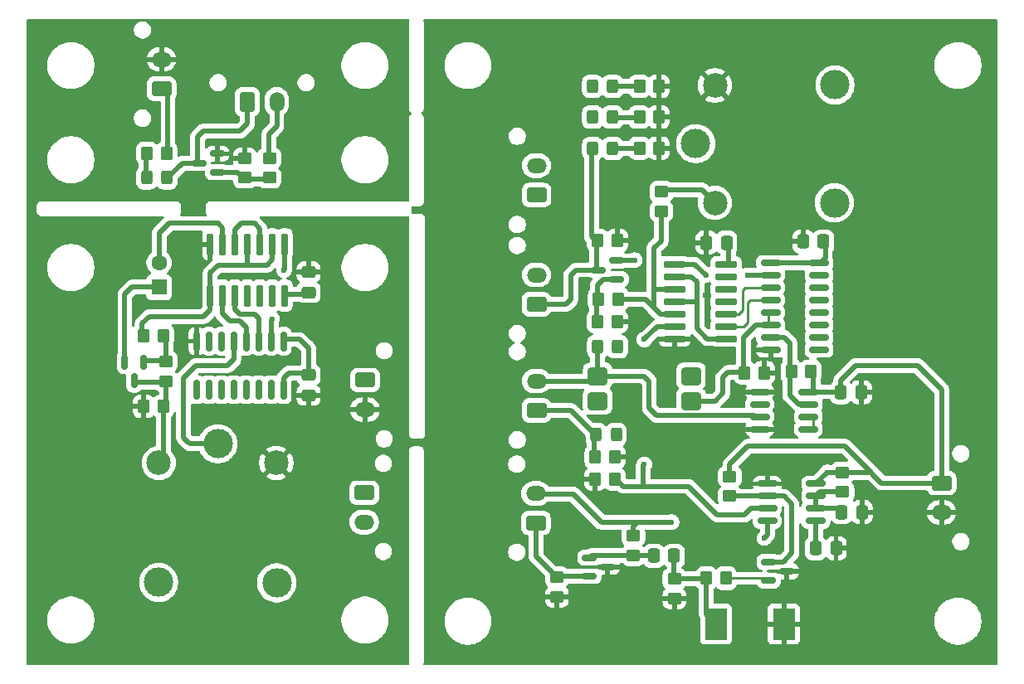
<source format=gtl>
G04 #@! TF.GenerationSoftware,KiCad,Pcbnew,9.0.1*
G04 #@! TF.CreationDate,2025-11-10T14:14:08+08:00*
G04 #@! TF.ProjectId,IMD_TSMS_latch_logic,494d445f-5453-44d5-935f-6c617463685f,rev?*
G04 #@! TF.SameCoordinates,Original*
G04 #@! TF.FileFunction,Copper,L1,Top*
G04 #@! TF.FilePolarity,Positive*
%FSLAX46Y46*%
G04 Gerber Fmt 4.6, Leading zero omitted, Abs format (unit mm)*
G04 Created by KiCad (PCBNEW 9.0.1) date 2025-11-10 14:14:08*
%MOMM*%
%LPD*%
G01*
G04 APERTURE LIST*
G04 Aperture macros list*
%AMRoundRect*
0 Rectangle with rounded corners*
0 $1 Rounding radius*
0 $2 $3 $4 $5 $6 $7 $8 $9 X,Y pos of 4 corners*
0 Add a 4 corners polygon primitive as box body*
4,1,4,$2,$3,$4,$5,$6,$7,$8,$9,$2,$3,0*
0 Add four circle primitives for the rounded corners*
1,1,$1+$1,$2,$3*
1,1,$1+$1,$4,$5*
1,1,$1+$1,$6,$7*
1,1,$1+$1,$8,$9*
0 Add four rect primitives between the rounded corners*
20,1,$1+$1,$2,$3,$4,$5,0*
20,1,$1+$1,$4,$5,$6,$7,0*
20,1,$1+$1,$6,$7,$8,$9,0*
20,1,$1+$1,$8,$9,$2,$3,0*%
G04 Aperture macros list end*
G04 #@! TA.AperFunction,SMDPad,CuDef*
%ADD10RoundRect,0.150000X-0.587500X-0.150000X0.587500X-0.150000X0.587500X0.150000X-0.587500X0.150000X0*%
G04 #@! TD*
G04 #@! TA.AperFunction,ComponentPad*
%ADD11O,2.020000X1.500000*%
G04 #@! TD*
G04 #@! TA.AperFunction,ComponentPad*
%ADD12RoundRect,0.250001X0.759999X-0.499999X0.759999X0.499999X-0.759999X0.499999X-0.759999X-0.499999X0*%
G04 #@! TD*
G04 #@! TA.AperFunction,SMDPad,CuDef*
%ADD13RoundRect,0.250000X0.450000X-0.350000X0.450000X0.350000X-0.450000X0.350000X-0.450000X-0.350000X0*%
G04 #@! TD*
G04 #@! TA.AperFunction,SMDPad,CuDef*
%ADD14RoundRect,0.250000X-0.450000X0.350000X-0.450000X-0.350000X0.450000X-0.350000X0.450000X0.350000X0*%
G04 #@! TD*
G04 #@! TA.AperFunction,SMDPad,CuDef*
%ADD15RoundRect,0.150000X-0.825000X-0.150000X0.825000X-0.150000X0.825000X0.150000X-0.825000X0.150000X0*%
G04 #@! TD*
G04 #@! TA.AperFunction,SMDPad,CuDef*
%ADD16RoundRect,0.250000X-0.337500X-0.475000X0.337500X-0.475000X0.337500X0.475000X-0.337500X0.475000X0*%
G04 #@! TD*
G04 #@! TA.AperFunction,SMDPad,CuDef*
%ADD17R,2.250000X3.180000*%
G04 #@! TD*
G04 #@! TA.AperFunction,SMDPad,CuDef*
%ADD18RoundRect,0.090000X-0.210000X1.040000X-0.210000X-1.040000X0.210000X-1.040000X0.210000X1.040000X0*%
G04 #@! TD*
G04 #@! TA.AperFunction,SMDPad,CuDef*
%ADD19RoundRect,0.091500X-0.213500X1.038500X-0.213500X-1.038500X0.213500X-1.038500X0.213500X1.038500X0*%
G04 #@! TD*
G04 #@! TA.AperFunction,SMDPad,CuDef*
%ADD20RoundRect,0.150000X-0.150000X0.825000X-0.150000X-0.825000X0.150000X-0.825000X0.150000X0.825000X0*%
G04 #@! TD*
G04 #@! TA.AperFunction,SMDPad,CuDef*
%ADD21RoundRect,0.090000X-1.040000X-0.210000X1.040000X-0.210000X1.040000X0.210000X-1.040000X0.210000X0*%
G04 #@! TD*
G04 #@! TA.AperFunction,SMDPad,CuDef*
%ADD22RoundRect,0.091500X-1.038500X-0.213500X1.038500X-0.213500X1.038500X0.213500X-1.038500X0.213500X0*%
G04 #@! TD*
G04 #@! TA.AperFunction,SMDPad,CuDef*
%ADD23RoundRect,0.250000X0.350000X0.450000X-0.350000X0.450000X-0.350000X-0.450000X0.350000X-0.450000X0*%
G04 #@! TD*
G04 #@! TA.AperFunction,SMDPad,CuDef*
%ADD24RoundRect,0.250000X-0.350000X-0.450000X0.350000X-0.450000X0.350000X0.450000X-0.350000X0.450000X0*%
G04 #@! TD*
G04 #@! TA.AperFunction,SMDPad,CuDef*
%ADD25RoundRect,0.150000X0.587500X0.150000X-0.587500X0.150000X-0.587500X-0.150000X0.587500X-0.150000X0*%
G04 #@! TD*
G04 #@! TA.AperFunction,SMDPad,CuDef*
%ADD26RoundRect,0.150000X-0.150000X0.587500X-0.150000X-0.587500X0.150000X-0.587500X0.150000X0.587500X0*%
G04 #@! TD*
G04 #@! TA.AperFunction,SMDPad,CuDef*
%ADD27RoundRect,0.250000X0.325000X0.450000X-0.325000X0.450000X-0.325000X-0.450000X0.325000X-0.450000X0*%
G04 #@! TD*
G04 #@! TA.AperFunction,ComponentPad*
%ADD28R,1.600000X1.600000*%
G04 #@! TD*
G04 #@! TA.AperFunction,ComponentPad*
%ADD29C,1.600000*%
G04 #@! TD*
G04 #@! TA.AperFunction,SMDPad,CuDef*
%ADD30RoundRect,0.250000X-0.475000X0.337500X-0.475000X-0.337500X0.475000X-0.337500X0.475000X0.337500X0*%
G04 #@! TD*
G04 #@! TA.AperFunction,SMDPad,CuDef*
%ADD31RoundRect,0.250000X0.337500X0.475000X-0.337500X0.475000X-0.337500X-0.475000X0.337500X-0.475000X0*%
G04 #@! TD*
G04 #@! TA.AperFunction,SMDPad,CuDef*
%ADD32RoundRect,0.250000X0.475000X-0.337500X0.475000X0.337500X-0.475000X0.337500X-0.475000X-0.337500X0*%
G04 #@! TD*
G04 #@! TA.AperFunction,ComponentPad*
%ADD33C,3.000000*%
G04 #@! TD*
G04 #@! TA.AperFunction,ComponentPad*
%ADD34C,2.500000*%
G04 #@! TD*
G04 #@! TA.AperFunction,ComponentPad*
%ADD35RoundRect,0.250001X-0.759999X0.499999X-0.759999X-0.499999X0.759999X-0.499999X0.759999X0.499999X0*%
G04 #@! TD*
G04 #@! TA.AperFunction,ComponentPad*
%ADD36RoundRect,0.250001X-0.499999X-0.759999X0.499999X-0.759999X0.499999X0.759999X-0.499999X0.759999X0*%
G04 #@! TD*
G04 #@! TA.AperFunction,ComponentPad*
%ADD37O,1.500000X2.020000*%
G04 #@! TD*
G04 #@! TA.AperFunction,SMDPad,CuDef*
%ADD38RoundRect,0.249999X-0.750001X-0.640001X0.750001X-0.640001X0.750001X0.640001X-0.750001X0.640001X0*%
G04 #@! TD*
G04 #@! TA.AperFunction,ViaPad*
%ADD39C,0.600000*%
G04 #@! TD*
G04 #@! TA.AperFunction,Conductor*
%ADD40C,0.500000*%
G04 #@! TD*
G04 #@! TA.AperFunction,Conductor*
%ADD41C,0.250000*%
G04 #@! TD*
G04 APERTURE END LIST*
D10*
X139773900Y-126579500D03*
X137898900Y-127529500D03*
X137898900Y-125629500D03*
D11*
X132435600Y-119075200D03*
D12*
X132435600Y-122075200D03*
D13*
X134594600Y-127635000D03*
X134594600Y-129635000D03*
D14*
X163728400Y-116916200D03*
X163728400Y-118916200D03*
X146567400Y-127787400D03*
X146567400Y-129787400D03*
D15*
X156046400Y-118084600D03*
X156046400Y-119354600D03*
X156046400Y-120624600D03*
X156046400Y-121894600D03*
X160996400Y-121894600D03*
X160996400Y-120624600D03*
X160996400Y-119354600D03*
X160996400Y-118084600D03*
D16*
X163558400Y-108737400D03*
X165633400Y-108737400D03*
X163634600Y-120980200D03*
X165709600Y-120980200D03*
X144475200Y-125450600D03*
X146550200Y-125450600D03*
X160993000Y-124663200D03*
X163068000Y-124663200D03*
D17*
X157734600Y-132410200D03*
X150824600Y-132410200D03*
D15*
X155280000Y-108695000D03*
X155280000Y-109965000D03*
X155280000Y-111235000D03*
X155280000Y-112505000D03*
X160230000Y-112505000D03*
X160230000Y-111235000D03*
X160230000Y-109965000D03*
X160230000Y-108695000D03*
D18*
X106810000Y-93630000D03*
X105540000Y-93630000D03*
X104270000Y-93630000D03*
X103000000Y-93630000D03*
X101730000Y-93630000D03*
X100460000Y-93630000D03*
X99190000Y-93630000D03*
X99190000Y-98870000D03*
D19*
X100455000Y-98870000D03*
D18*
X101730000Y-98870000D03*
X103000000Y-98870000D03*
X104270000Y-98870000D03*
X105540000Y-98870000D03*
X106810000Y-98870000D03*
D20*
X106695000Y-103525000D03*
X105425000Y-103525000D03*
X104155000Y-103525000D03*
X102885000Y-103525000D03*
X101615000Y-103525000D03*
X100345000Y-103525000D03*
X99075000Y-103525000D03*
X97805000Y-103525000D03*
X97805000Y-108475000D03*
X99075000Y-108475000D03*
X100345000Y-108475000D03*
X101615000Y-108475000D03*
X102885000Y-108475000D03*
X104155000Y-108475000D03*
X105425000Y-108475000D03*
X106695000Y-108475000D03*
D15*
X156380000Y-95520000D03*
X156380000Y-96790000D03*
X156380000Y-98060000D03*
X156380000Y-99330000D03*
X156380000Y-100600000D03*
X156380000Y-101870000D03*
X156380000Y-103140000D03*
X156380000Y-104410000D03*
X161330000Y-104410000D03*
X161330000Y-103140000D03*
X161330000Y-101870000D03*
X161330000Y-100600000D03*
X161330000Y-99330000D03*
X161330000Y-98060000D03*
X161330000Y-96790000D03*
X161330000Y-95520000D03*
D21*
X146605000Y-95655000D03*
X146605000Y-96925000D03*
X146605000Y-98195000D03*
X146605000Y-99465000D03*
X146605000Y-100735000D03*
X146605000Y-102005000D03*
X146605000Y-103275000D03*
X151845000Y-103275000D03*
D22*
X151845000Y-102010000D03*
D21*
X151845000Y-100735000D03*
X151845000Y-99465000D03*
X151845000Y-98195000D03*
X151845000Y-96925000D03*
X151845000Y-95655000D03*
D23*
X151841200Y-127736600D03*
X149841200Y-127736600D03*
D13*
X152222200Y-119348000D03*
X152222200Y-117348000D03*
X142392400Y-125393200D03*
X142392400Y-123393200D03*
D24*
X138496800Y-117627400D03*
X140496800Y-117627400D03*
X92415000Y-110195000D03*
X94415000Y-110195000D03*
D14*
X94697500Y-105597500D03*
X94697500Y-107597500D03*
D24*
X92415000Y-102945000D03*
X94415000Y-102945000D03*
D23*
X140847500Y-99217500D03*
X138847500Y-99217500D03*
D13*
X145250000Y-90250000D03*
X145250000Y-88250000D03*
D23*
X94750000Y-84335000D03*
X92750000Y-84335000D03*
D13*
X105250000Y-86835000D03*
X105250000Y-84835000D03*
D23*
X145000000Y-77501052D03*
X143000000Y-77501052D03*
X145000000Y-80641052D03*
X143000000Y-80641052D03*
X145000000Y-83817500D03*
X143000000Y-83817500D03*
X160505000Y-106600000D03*
X158505000Y-106600000D03*
D24*
X138505000Y-115350000D03*
X140505000Y-115350000D03*
X138750000Y-101500000D03*
X140750000Y-101500000D03*
D13*
X102750000Y-86835000D03*
X102750000Y-84835000D03*
D23*
X140750000Y-93250000D03*
X138750000Y-93250000D03*
D24*
X153750000Y-106750000D03*
X155750000Y-106750000D03*
D25*
X140687500Y-97200000D03*
X140687500Y-95300000D03*
X138812500Y-96250000D03*
D10*
X156186900Y-126075400D03*
X156186900Y-127975400D03*
X158061900Y-127025400D03*
D26*
X92397500Y-105660000D03*
X90497500Y-105660000D03*
X91447500Y-107535000D03*
D25*
X99937500Y-86285000D03*
X99937500Y-84385000D03*
X98062500Y-85335000D03*
D27*
X94775000Y-86835000D03*
X92725000Y-86835000D03*
X140275000Y-77500000D03*
X138225000Y-77500000D03*
X140275000Y-80640000D03*
X138225000Y-80640000D03*
X140275000Y-83850000D03*
X138225000Y-83850000D03*
X140627500Y-113067500D03*
X138577500Y-113067500D03*
X140780000Y-104100000D03*
X138730000Y-104100000D03*
D28*
X94000000Y-98000000D03*
D29*
X94000000Y-95500000D03*
D30*
X109250000Y-106962500D03*
X109250000Y-109037500D03*
D31*
X161792500Y-93350000D03*
X159717500Y-93350000D03*
X151892500Y-93465000D03*
X149817500Y-93465000D03*
D32*
X109250000Y-98537500D03*
X109250000Y-96462500D03*
D33*
X148755000Y-83350000D03*
D34*
X150705000Y-89400000D03*
D33*
X162905000Y-89400000D03*
X162955000Y-77350000D03*
D34*
X150705000Y-77400000D03*
D35*
X115000000Y-107500000D03*
D11*
X115000000Y-110500000D03*
D12*
X132500000Y-99750000D03*
D11*
X132500000Y-96750000D03*
D36*
X103000000Y-79085000D03*
D37*
X106000000Y-79085000D03*
D38*
X138740000Y-107080000D03*
X138740000Y-109620000D03*
X148270000Y-109620000D03*
X148270000Y-107080000D03*
D12*
X132505000Y-88600000D03*
D11*
X132505000Y-85600000D03*
D35*
X114915000Y-119000000D03*
D11*
X114915000Y-122000000D03*
D35*
X173837600Y-118005600D03*
D11*
X173837600Y-121005600D03*
D33*
X100000000Y-114000000D03*
D34*
X93950000Y-115950000D03*
D33*
X93950000Y-128150000D03*
X106000000Y-128200000D03*
D34*
X105950000Y-115950000D03*
D12*
X132505000Y-110600000D03*
D11*
X132505000Y-107600000D03*
D12*
X94250000Y-77750000D03*
D11*
X94250000Y-74750000D03*
D39*
X156083000Y-116535200D03*
X162164800Y-116916200D03*
X155740100Y-123634500D03*
X146278600Y-121996200D03*
X100100000Y-84385000D03*
X102717500Y-84682500D03*
X92262500Y-110162500D03*
X154755000Y-112505000D03*
X140902500Y-101467500D03*
X104000000Y-105250000D03*
X89500000Y-104000000D03*
X109250000Y-96284400D03*
X95750000Y-98250000D03*
X158800000Y-100000000D03*
X99190000Y-93630000D03*
X149755000Y-98850000D03*
X95750000Y-96000000D03*
X140902500Y-93282500D03*
X105450000Y-96800000D03*
X109250000Y-109215600D03*
X97805000Y-103350000D03*
X154755000Y-109965000D03*
X109256900Y-106784400D03*
X152185600Y-93356900D03*
X109243100Y-98715600D03*
X160657500Y-106632500D03*
X161970600Y-93356900D03*
X142500000Y-95250000D03*
X148270000Y-107080000D03*
X143505000Y-103350000D03*
X143505000Y-116100000D03*
X154030000Y-96790000D03*
X149780000Y-96790000D03*
X138125000Y-80640000D03*
X138125000Y-77500000D03*
X138740000Y-107080000D03*
X106750000Y-96250000D03*
X105500000Y-101250000D03*
X138740000Y-109620000D03*
X140880000Y-104100000D03*
X140727500Y-113067500D03*
D40*
X156108400Y-123266200D02*
X156108400Y-121956600D01*
X155740100Y-123634500D02*
X156108400Y-123266200D01*
X161010600Y-114249200D02*
X163957000Y-114249200D01*
D41*
X94415000Y-115485000D02*
X93950000Y-115950000D01*
D40*
X94415000Y-110195000D02*
X94415000Y-115485000D01*
X97134400Y-114000000D02*
X100000000Y-114000000D01*
X96926400Y-113792000D02*
X97134400Y-114000000D01*
X97750000Y-106000000D02*
X96500000Y-107250000D01*
X101000000Y-106000000D02*
X97750000Y-106000000D01*
X101615000Y-105385000D02*
X101000000Y-106000000D01*
X96500000Y-107250000D02*
X96500000Y-113370400D01*
X101615000Y-103350000D02*
X101615000Y-105385000D01*
X96500000Y-113370400D02*
X96921600Y-113792000D01*
X96921600Y-113792000D02*
X96926400Y-113792000D01*
X166624000Y-116916200D02*
X163728400Y-116916200D01*
X163957000Y-114249200D02*
X166624000Y-116916200D01*
X171372400Y-105992800D02*
X173837600Y-108458000D01*
X165076000Y-105992800D02*
X171372400Y-105992800D01*
X163558400Y-107510400D02*
X165076000Y-105992800D01*
X163558400Y-108737400D02*
X163558400Y-107510400D01*
X173837600Y-108458000D02*
X173837600Y-118005600D01*
D41*
X156083000Y-118048000D02*
X156046400Y-118084600D01*
D40*
X156083000Y-116535200D02*
X156083000Y-118048000D01*
X160996400Y-119354600D02*
X160996400Y-120624600D01*
X162164800Y-116916200D02*
X160996400Y-118084600D01*
X163728400Y-116916200D02*
X162164800Y-116916200D01*
X161434800Y-118916200D02*
X160996400Y-119354600D01*
X163728400Y-118916200D02*
X161434800Y-118916200D01*
X160996400Y-120624600D02*
X163736200Y-120624600D01*
D41*
X156108400Y-121956600D02*
X156046400Y-121894600D01*
D40*
X157734000Y-119354600D02*
X156046400Y-119354600D01*
X158546800Y-120167400D02*
X157734000Y-119354600D01*
X158546800Y-125196600D02*
X158546800Y-120167400D01*
X156186900Y-126075400D02*
X157668000Y-126075400D01*
X157668000Y-126075400D02*
X158546800Y-125196600D01*
D41*
X151841200Y-127736600D02*
X155948100Y-127736600D01*
X155948100Y-127736600D02*
X156186900Y-127975400D01*
D40*
X149841200Y-131426800D02*
X150824600Y-132410200D01*
X149841200Y-127736600D02*
X149841200Y-131426800D01*
X146567400Y-127787400D02*
X149790400Y-127787400D01*
X149790400Y-127787400D02*
X149841200Y-127736600D01*
X146550200Y-127770200D02*
X146567400Y-127787400D01*
X146550200Y-125450600D02*
X146550200Y-127770200D01*
X144417800Y-125393200D02*
X144475200Y-125450600D01*
X142392400Y-125393200D02*
X144417800Y-125393200D01*
X132435600Y-125476000D02*
X132435600Y-122075200D01*
X132435600Y-125476000D02*
X134594600Y-127635000D01*
D41*
X134700100Y-127529500D02*
X134594600Y-127635000D01*
D40*
X137898900Y-127529500D02*
X134700100Y-127529500D01*
X138103200Y-125425200D02*
X137898900Y-125629500D01*
X142360400Y-125425200D02*
X138103200Y-125425200D01*
X142392400Y-125393200D02*
X142360400Y-125425200D01*
X142392400Y-122478800D02*
X142392400Y-123393200D01*
X142722600Y-122148600D02*
X142392400Y-122478800D01*
X142722600Y-121996200D02*
X142722600Y-122148600D01*
X142722600Y-121996200D02*
X139106200Y-121996200D01*
X153746200Y-121259600D02*
X151511000Y-121259600D01*
X136242500Y-119132500D02*
X132437500Y-119132500D01*
X139106200Y-121996200D02*
X136242500Y-119132500D01*
X146278600Y-121996200D02*
X142722600Y-121996200D01*
X153746200Y-121259600D02*
X154381200Y-120624600D01*
X150952200Y-121259600D02*
X153746200Y-121259600D01*
X143405000Y-118350000D02*
X148042600Y-118350000D01*
X148042600Y-118350000D02*
X150952200Y-121259600D01*
X154381200Y-120624600D02*
X156046400Y-120624600D01*
X154076400Y-114249200D02*
X161010600Y-114249200D01*
X152222200Y-116103400D02*
X154076400Y-114249200D01*
X152222200Y-117348000D02*
X152222200Y-116103400D01*
D41*
X152228800Y-119354600D02*
X152222200Y-119348000D01*
D40*
X156046400Y-119354600D02*
X152228800Y-119354600D01*
X167714800Y-118007000D02*
X163957000Y-114249200D01*
X173795400Y-118007000D02*
X167714800Y-118007000D01*
D41*
X160996400Y-124659800D02*
X160993000Y-124663200D01*
D40*
X160996400Y-121894600D02*
X160996400Y-124659800D01*
X106695000Y-107305000D02*
X106695000Y-108650000D01*
X94902500Y-78402500D02*
X94250000Y-77750000D01*
X94902500Y-84432500D02*
X94750000Y-84585000D01*
X91250000Y-98000000D02*
X90497500Y-98752500D01*
X152185600Y-93356900D02*
X152070600Y-93471900D01*
X152070600Y-95429400D02*
X151845000Y-95655000D01*
X140850000Y-95300000D02*
X142450000Y-95300000D01*
X109256900Y-104256900D02*
X109256900Y-106784400D01*
X106964400Y-98715600D02*
X106810000Y-98870000D01*
X108350000Y-103350000D02*
X109256900Y-104256900D01*
X160755000Y-106730000D02*
X160657500Y-106632500D01*
X90497500Y-98752500D02*
X90497500Y-105497500D01*
X161505000Y-95520000D02*
X156205000Y-95520000D01*
X160755000Y-108695000D02*
X160755000Y-106730000D01*
X163572500Y-108695000D02*
X160755000Y-108695000D01*
X142450000Y-95300000D02*
X142500000Y-95250000D01*
X94000000Y-98000000D02*
X91250000Y-98000000D01*
X161970600Y-95054400D02*
X161505000Y-95520000D01*
X107215600Y-106784400D02*
X106695000Y-107305000D01*
X161970600Y-93356900D02*
X161970600Y-95054400D01*
X106695000Y-103350000D02*
X108350000Y-103350000D01*
X152070600Y-93471900D02*
X152070600Y-95429400D01*
X109256900Y-106784400D02*
X107215600Y-106784400D01*
X109243100Y-98715600D02*
X106964400Y-98715600D01*
X94902500Y-84367500D02*
X94902500Y-78402500D01*
X95000000Y-91500000D02*
X94000000Y-92500000D01*
X100000000Y-91500000D02*
X95000000Y-91500000D01*
X100460000Y-93630000D02*
X100460000Y-91960000D01*
X100460000Y-91960000D02*
X100000000Y-91500000D01*
X94000000Y-92500000D02*
X94000000Y-95000000D01*
X143405000Y-118350000D02*
X143405000Y-116200000D01*
X144850000Y-102005000D02*
X143505000Y-103350000D01*
X146605000Y-102005000D02*
X144850000Y-102005000D01*
X143405000Y-116200000D02*
X143505000Y-116100000D01*
X143405000Y-118350000D02*
X141375000Y-118350000D01*
X141375000Y-118350000D02*
X140657500Y-117632500D01*
X148645000Y-95655000D02*
X146605000Y-95655000D01*
X149780000Y-96790000D02*
X148645000Y-95655000D01*
X154030000Y-96790000D02*
X156205000Y-96790000D01*
D41*
X151845000Y-102010000D02*
X153595000Y-102010000D01*
X154275000Y-99330000D02*
X156205000Y-99330000D01*
X154005000Y-101600000D02*
X154005000Y-99600000D01*
X154005000Y-99600000D02*
X154275000Y-99330000D01*
X153595000Y-102010000D02*
X154005000Y-101600000D01*
X153085000Y-100735000D02*
X151845000Y-100735000D01*
X153505000Y-98350000D02*
X153505000Y-100315000D01*
X156205000Y-98060000D02*
X153795000Y-98060000D01*
X153795000Y-98060000D02*
X153505000Y-98350000D01*
X153505000Y-100315000D02*
X153085000Y-100735000D01*
D40*
X97900000Y-82685000D02*
X97900000Y-85335000D01*
X149402500Y-88097500D02*
X150705000Y-89400000D01*
X96375000Y-85335000D02*
X94875000Y-86835000D01*
X103000000Y-79085000D02*
X103000000Y-81335000D01*
X102250000Y-82085000D02*
X98500000Y-82085000D01*
X98500000Y-82085000D02*
X97900000Y-82685000D01*
X103000000Y-81335000D02*
X102250000Y-82085000D01*
X145217500Y-88097500D02*
X149402500Y-88097500D01*
X97900000Y-85335000D02*
X96375000Y-85335000D01*
X138740000Y-107080000D02*
X138740000Y-104210000D01*
X143485000Y-107080000D02*
X144005000Y-107600000D01*
X138740000Y-107080000D02*
X143485000Y-107080000D01*
X132505000Y-107600000D02*
X138220000Y-107600000D01*
X144005000Y-110350000D02*
X144755000Y-111100000D01*
X138740000Y-104210000D02*
X138630000Y-104100000D01*
X144755000Y-111100000D02*
X154742500Y-111100000D01*
X138220000Y-107600000D02*
X138740000Y-107080000D01*
X144005000Y-107600000D02*
X144005000Y-110350000D01*
X105425000Y-101325000D02*
X105500000Y-101250000D01*
X105425000Y-103350000D02*
X105425000Y-101325000D01*
X106810000Y-93630000D02*
X106810000Y-96190000D01*
X106810000Y-96190000D02*
X106750000Y-96250000D01*
X102250000Y-100750000D02*
X103750000Y-100750000D01*
X101730000Y-98870000D02*
X101730000Y-100230000D01*
X103750000Y-100750000D02*
X104155000Y-101155000D01*
X101730000Y-100230000D02*
X102250000Y-100750000D01*
X104155000Y-101155000D02*
X104155000Y-103350000D01*
X102885000Y-102115000D02*
X102885000Y-103350000D01*
X100455000Y-98870000D02*
X100455000Y-100705000D01*
X100455000Y-100705000D02*
X101201000Y-101451000D01*
X101201000Y-101451000D02*
X102221000Y-101451000D01*
X102221000Y-101451000D02*
X102885000Y-102115000D01*
X101730000Y-93630000D02*
X101730000Y-92145000D01*
X104270000Y-92020000D02*
X104270000Y-93630000D01*
X102375000Y-91500000D02*
X103750000Y-91500000D01*
X101730000Y-92145000D02*
X102375000Y-91500000D01*
X103750000Y-91500000D02*
X104270000Y-92020000D01*
X105000000Y-95750000D02*
X103000000Y-95750000D01*
X99190000Y-100310000D02*
X98500000Y-101000000D01*
X103000000Y-93630000D02*
X103000000Y-95750000D01*
X99190000Y-96560000D02*
X99190000Y-98870000D01*
X93000000Y-101000000D02*
X92262500Y-101737500D01*
X100000000Y-95750000D02*
X99190000Y-96560000D01*
X98500000Y-101000000D02*
X93000000Y-101000000D01*
X105540000Y-95210000D02*
X105000000Y-95750000D01*
X92262500Y-101737500D02*
X92262500Y-102912500D01*
X99190000Y-98870000D02*
X99190000Y-100310000D01*
X105540000Y-93630000D02*
X105540000Y-95210000D01*
X103000000Y-95750000D02*
X100000000Y-95750000D01*
X135500000Y-99750000D02*
X136000000Y-99250000D01*
X138597500Y-93282500D02*
X138597500Y-96197500D01*
X106000000Y-81585000D02*
X106000000Y-79085000D01*
X138597500Y-96197500D02*
X138650000Y-96250000D01*
X136000000Y-99250000D02*
X136000000Y-96750000D01*
X136000000Y-96750000D02*
X136500000Y-96250000D01*
X132500000Y-99750000D02*
X135500000Y-99750000D01*
X105217500Y-82367500D02*
X106000000Y-81585000D01*
X138125000Y-83850000D02*
X138125000Y-92810000D01*
X136500000Y-96250000D02*
X138650000Y-96250000D01*
X138125000Y-92810000D02*
X138597500Y-93282500D01*
X105217500Y-84682500D02*
X105217500Y-82367500D01*
X138352500Y-115317500D02*
X138352500Y-113192500D01*
X138352500Y-113192500D02*
X138477500Y-113067500D01*
X132505000Y-110600000D02*
X136010000Y-110600000D01*
X136010000Y-110600000D02*
X138477500Y-113067500D01*
X159255001Y-109965000D02*
X160755000Y-109965000D01*
X158352500Y-109062499D02*
X159255001Y-109965000D01*
X158352500Y-106632500D02*
X158352500Y-109062499D01*
X157795000Y-103140000D02*
X156205000Y-103140000D01*
X158352500Y-103697500D02*
X157795000Y-103140000D01*
X158352500Y-106632500D02*
X158352500Y-103697500D01*
X148855000Y-97465000D02*
X148315000Y-96925000D01*
X148855000Y-99465000D02*
X146605000Y-99465000D01*
X148855000Y-102215000D02*
X148855000Y-97465000D01*
X151845000Y-103275000D02*
X149915000Y-103275000D01*
X148315000Y-96925000D02*
X146605000Y-96925000D01*
X149915000Y-103275000D02*
X148855000Y-102215000D01*
X148270000Y-109620000D02*
X150735000Y-109620000D01*
X151505000Y-108850000D02*
X151505000Y-107245000D01*
X154882500Y-101867500D02*
X156205000Y-101867500D01*
X152032500Y-106717500D02*
X153597500Y-106717500D01*
X151505000Y-107245000D02*
X152032500Y-106717500D01*
X153597500Y-106717500D02*
X153597500Y-103152500D01*
X153597500Y-103152500D02*
X154882500Y-101867500D01*
D41*
X156205000Y-101867500D02*
X156205000Y-100600000D01*
D40*
X150735000Y-109620000D02*
X151505000Y-108850000D01*
D41*
X160755000Y-111235000D02*
X160755000Y-112505000D01*
D40*
X140375000Y-83850000D02*
X142847500Y-83850000D01*
X140408552Y-80673552D02*
X140375000Y-80640000D01*
X142847500Y-80673552D02*
X140408552Y-80673552D01*
X140375000Y-77500000D02*
X142813948Y-77500000D01*
X142813948Y-77500000D02*
X142847500Y-77533552D01*
X92625000Y-86835000D02*
X92625000Y-84395000D01*
X92625000Y-84395000D02*
X92597500Y-84367500D01*
X93317500Y-115317500D02*
X93950000Y-115950000D01*
X91500000Y-107750000D02*
X91447500Y-107697500D01*
X94730000Y-107750000D02*
X91500000Y-107750000D01*
X94730000Y-107750000D02*
X94730000Y-110130000D01*
X94730000Y-110130000D02*
X94665000Y-110195000D01*
X100100000Y-86285000D02*
X102015000Y-86285000D01*
X102717500Y-86987500D02*
X105217500Y-86987500D01*
X102015000Y-86285000D02*
X102717500Y-86987500D01*
X94697500Y-105412500D02*
X94730000Y-105445000D01*
X94677500Y-105497500D02*
X94730000Y-105445000D01*
X94697500Y-103097500D02*
X94697500Y-105412500D01*
X92397500Y-105497500D02*
X94677500Y-105497500D01*
X146605000Y-98195000D02*
X144505000Y-98195000D01*
X145140000Y-100735000D02*
X146605000Y-100735000D01*
X144505000Y-98195000D02*
X144505000Y-93995000D01*
X144505000Y-100100000D02*
X145140000Y-100735000D01*
X144505000Y-93995000D02*
X145217500Y-93282500D01*
X144505000Y-98195000D02*
X144505000Y-100100000D01*
X145217500Y-93282500D02*
X145217500Y-90402500D01*
X141000000Y-99250000D02*
X143655000Y-99250000D01*
X143655000Y-99250000D02*
X144505000Y-100100000D01*
X139300000Y-97200000D02*
X140850000Y-97200000D01*
X138597500Y-101467500D02*
X138597500Y-99347500D01*
X138695000Y-99250000D02*
X138695000Y-97805000D01*
X138597500Y-99347500D02*
X138695000Y-99250000D01*
X138695000Y-97805000D02*
X139300000Y-97200000D01*
G04 #@! TA.AperFunction,Conductor*
G36*
X163661809Y-115019385D02*
G01*
X163682451Y-115036019D01*
X164250451Y-115604019D01*
X164283936Y-115665342D01*
X164278952Y-115735034D01*
X164237080Y-115790967D01*
X164171616Y-115815384D01*
X164162770Y-115815700D01*
X163228398Y-115815700D01*
X163228380Y-115815701D01*
X163125603Y-115826200D01*
X163125600Y-115826201D01*
X162959068Y-115881385D01*
X162959063Y-115881387D01*
X162809742Y-115973489D01*
X162685687Y-116097544D01*
X162679980Y-116106798D01*
X162672393Y-116113621D01*
X162668155Y-116122903D01*
X162646856Y-116136590D01*
X162628032Y-116153522D01*
X162616395Y-116156166D01*
X162609377Y-116160677D01*
X162574442Y-116165700D01*
X162469404Y-116165700D01*
X162421955Y-116156262D01*
X162398297Y-116146463D01*
X162398293Y-116146462D01*
X162398288Y-116146460D01*
X162243645Y-116115700D01*
X162243642Y-116115700D01*
X162085958Y-116115700D01*
X162085955Y-116115700D01*
X161931310Y-116146461D01*
X161931298Y-116146464D01*
X161785627Y-116206802D01*
X161785614Y-116206809D01*
X161654511Y-116294410D01*
X161654507Y-116294413D01*
X161543013Y-116405907D01*
X161543007Y-116405915D01*
X161455407Y-116537018D01*
X161455406Y-116537019D01*
X161445605Y-116560680D01*
X161418727Y-116600903D01*
X160771851Y-117247781D01*
X160710528Y-117281266D01*
X160684170Y-117284100D01*
X160105698Y-117284100D01*
X160068832Y-117287001D01*
X160068826Y-117287002D01*
X159911006Y-117332854D01*
X159911003Y-117332855D01*
X159769537Y-117416517D01*
X159769529Y-117416523D01*
X159653323Y-117532729D01*
X159653317Y-117532737D01*
X159569655Y-117674203D01*
X159569654Y-117674206D01*
X159523802Y-117832026D01*
X159523801Y-117832032D01*
X159520900Y-117868898D01*
X159520900Y-118300301D01*
X159523801Y-118337167D01*
X159523802Y-118337173D01*
X159569654Y-118494993D01*
X159569655Y-118494996D01*
X159569656Y-118494998D01*
X159600761Y-118547594D01*
X159653317Y-118636462D01*
X159658102Y-118642631D01*
X159655656Y-118644527D01*
X159682257Y-118693242D01*
X159677273Y-118762934D01*
X159656469Y-118795303D01*
X159658102Y-118796569D01*
X159653317Y-118802737D01*
X159569655Y-118944203D01*
X159569654Y-118944206D01*
X159523802Y-119102026D01*
X159523801Y-119102032D01*
X159520900Y-119138898D01*
X159520900Y-119570301D01*
X159523801Y-119607167D01*
X159523802Y-119607173D01*
X159569654Y-119764993D01*
X159569655Y-119764996D01*
X159653317Y-119906462D01*
X159658102Y-119912631D01*
X159655656Y-119914527D01*
X159682257Y-119963242D01*
X159677273Y-120032934D01*
X159656469Y-120065303D01*
X159658102Y-120066569D01*
X159653317Y-120072737D01*
X159569655Y-120214203D01*
X159569653Y-120214206D01*
X159540376Y-120314981D01*
X159502770Y-120373867D01*
X159439297Y-120403073D01*
X159370111Y-120393327D01*
X159317176Y-120347723D01*
X159297301Y-120280740D01*
X159297300Y-120280386D01*
X159297300Y-120093479D01*
X159268459Y-119948492D01*
X159268458Y-119948491D01*
X159268458Y-119948487D01*
X159268456Y-119948482D01*
X159211887Y-119811911D01*
X159211885Y-119811907D01*
X159211884Y-119811905D01*
X159169190Y-119748009D01*
X159129752Y-119688984D01*
X158686366Y-119245598D01*
X158212421Y-118771652D01*
X158212420Y-118771651D01*
X158198296Y-118762214D01*
X158113409Y-118705495D01*
X158089495Y-118689516D01*
X158089493Y-118689515D01*
X158089490Y-118689513D01*
X157952917Y-118632943D01*
X157952907Y-118632940D01*
X157807920Y-118604100D01*
X157807918Y-118604100D01*
X157606079Y-118604100D01*
X157539040Y-118584415D01*
X157493285Y-118531611D01*
X157483341Y-118462453D01*
X157487003Y-118445505D01*
X157518499Y-118337094D01*
X157518500Y-118337088D01*
X157518695Y-118334601D01*
X157518695Y-118334600D01*
X154574105Y-118334600D01*
X154574104Y-118334601D01*
X154574299Y-118337088D01*
X154574300Y-118337094D01*
X154605797Y-118445505D01*
X154605598Y-118515375D01*
X154567656Y-118574045D01*
X154504017Y-118602888D01*
X154486721Y-118604100D01*
X153380229Y-118604100D01*
X153313190Y-118584415D01*
X153288893Y-118563968D01*
X153280897Y-118555260D01*
X153264912Y-118529344D01*
X153169368Y-118433800D01*
X153167594Y-118431868D01*
X153153285Y-118402783D01*
X153137764Y-118374358D01*
X153137959Y-118371629D01*
X153136751Y-118369174D01*
X153140436Y-118336981D01*
X153142748Y-118304666D01*
X153144438Y-118302036D01*
X153144699Y-118299758D01*
X153150331Y-118292866D01*
X153171249Y-118260319D01*
X153201471Y-118230097D01*
X153264912Y-118166656D01*
X153357014Y-118017334D01*
X153412199Y-117850797D01*
X153413854Y-117834598D01*
X154574104Y-117834598D01*
X154574105Y-117834600D01*
X155796400Y-117834600D01*
X156296400Y-117834600D01*
X157518695Y-117834600D01*
X157518695Y-117834598D01*
X157518500Y-117832113D01*
X157472681Y-117674401D01*
X157389085Y-117533047D01*
X157389078Y-117533038D01*
X157272961Y-117416921D01*
X157272952Y-117416914D01*
X157131596Y-117333317D01*
X157131593Y-117333316D01*
X156973895Y-117287500D01*
X156973889Y-117287499D01*
X156937049Y-117284600D01*
X156296400Y-117284600D01*
X156296400Y-117834600D01*
X155796400Y-117834600D01*
X155796400Y-117284600D01*
X155155750Y-117284600D01*
X155118910Y-117287499D01*
X155118904Y-117287500D01*
X154961206Y-117333316D01*
X154961203Y-117333317D01*
X154819847Y-117416914D01*
X154819838Y-117416921D01*
X154703721Y-117533038D01*
X154703714Y-117533047D01*
X154620118Y-117674401D01*
X154574299Y-117832113D01*
X154574104Y-117834598D01*
X153413854Y-117834598D01*
X153422700Y-117748009D01*
X153422699Y-116947992D01*
X153412199Y-116845203D01*
X153357014Y-116678666D01*
X153264912Y-116529344D01*
X153148948Y-116413380D01*
X153115463Y-116352057D01*
X153120447Y-116282365D01*
X153148946Y-116238021D01*
X154350949Y-115036019D01*
X154412272Y-115002534D01*
X154438630Y-114999700D01*
X160936682Y-114999700D01*
X163594770Y-114999700D01*
X163661809Y-115019385D01*
G37*
G04 #@! TD.AperFunction*
G04 #@! TA.AperFunction,Conductor*
G36*
X154823834Y-103090046D02*
G01*
X154879767Y-103131918D01*
X154904184Y-103197382D01*
X154904500Y-103206228D01*
X154904500Y-103355701D01*
X154907401Y-103392567D01*
X154907402Y-103392573D01*
X154953254Y-103550393D01*
X154953255Y-103550396D01*
X155036917Y-103691862D01*
X155041702Y-103698031D01*
X155039369Y-103699840D01*
X155066210Y-103748995D01*
X155061226Y-103818687D01*
X155040470Y-103851021D01*
X155042097Y-103852283D01*
X155037313Y-103858449D01*
X154953718Y-103999801D01*
X154907899Y-104157513D01*
X154907704Y-104159998D01*
X154907705Y-104160000D01*
X156256000Y-104160000D01*
X156323039Y-104179685D01*
X156368794Y-104232489D01*
X156380000Y-104284000D01*
X156380000Y-104410000D01*
X156506000Y-104410000D01*
X156573039Y-104429685D01*
X156618794Y-104482489D01*
X156630000Y-104534000D01*
X156630000Y-105210000D01*
X157270634Y-105210000D01*
X157270649Y-105209999D01*
X157307489Y-105207100D01*
X157307495Y-105207099D01*
X157443405Y-105167614D01*
X157513275Y-105167813D01*
X157571945Y-105205755D01*
X157600788Y-105269394D01*
X157602000Y-105286690D01*
X157602000Y-105590270D01*
X157582315Y-105657309D01*
X157565681Y-105677951D01*
X157562289Y-105681342D01*
X157470187Y-105830663D01*
X157470185Y-105830668D01*
X157459333Y-105863419D01*
X157415001Y-105997203D01*
X157415001Y-105997204D01*
X157415000Y-105997204D01*
X157404500Y-106099983D01*
X157404500Y-107100001D01*
X157404501Y-107100006D01*
X157415000Y-107202796D01*
X157415001Y-107202799D01*
X157449588Y-107307173D01*
X157470186Y-107369334D01*
X157558429Y-107512400D01*
X157562289Y-107518657D01*
X157565681Y-107522049D01*
X157599166Y-107583372D01*
X157602000Y-107609730D01*
X157602000Y-109136417D01*
X157602000Y-109136419D01*
X157601999Y-109136419D01*
X157630840Y-109281406D01*
X157630843Y-109281416D01*
X157687414Y-109417991D01*
X157714853Y-109459056D01*
X157714854Y-109459059D01*
X157769546Y-109540913D01*
X157769552Y-109540920D01*
X158776581Y-110547948D01*
X158776582Y-110547949D01*
X158776585Y-110547951D01*
X158815388Y-110573878D01*
X158860192Y-110627489D01*
X158868901Y-110696814D01*
X158853230Y-110740100D01*
X158803254Y-110824605D01*
X158803254Y-110824606D01*
X158757402Y-110982426D01*
X158757401Y-110982432D01*
X158754500Y-111019298D01*
X158754500Y-111450701D01*
X158757401Y-111487567D01*
X158757402Y-111487573D01*
X158803254Y-111645393D01*
X158803255Y-111645396D01*
X158886917Y-111786862D01*
X158891702Y-111793031D01*
X158889256Y-111794927D01*
X158915857Y-111843642D01*
X158910873Y-111913334D01*
X158890069Y-111945703D01*
X158891702Y-111946969D01*
X158886917Y-111953137D01*
X158803255Y-112094603D01*
X158803254Y-112094606D01*
X158757402Y-112252426D01*
X158757401Y-112252432D01*
X158754500Y-112289298D01*
X158754500Y-112720701D01*
X158757401Y-112757567D01*
X158757402Y-112757573D01*
X158803254Y-112915393D01*
X158803255Y-112915396D01*
X158886917Y-113056862D01*
X158886923Y-113056870D01*
X159003129Y-113173076D01*
X159003133Y-113173079D01*
X159003135Y-113173081D01*
X159144602Y-113256744D01*
X159144605Y-113256744D01*
X159151765Y-113259844D01*
X159150809Y-113262051D01*
X159199629Y-113293228D01*
X159228837Y-113356700D01*
X159219092Y-113425887D01*
X159173489Y-113478822D01*
X159106506Y-113498699D01*
X159106150Y-113498700D01*
X156402060Y-113498700D01*
X156335021Y-113479015D01*
X156289266Y-113426211D01*
X156279322Y-113357053D01*
X156308347Y-113293497D01*
X156358774Y-113261089D01*
X156358035Y-113259382D01*
X156365196Y-113256282D01*
X156506552Y-113172685D01*
X156506561Y-113172678D01*
X156622678Y-113056561D01*
X156622685Y-113056552D01*
X156706281Y-112915198D01*
X156752100Y-112757486D01*
X156752295Y-112755001D01*
X156752295Y-112755000D01*
X153807705Y-112755000D01*
X153807704Y-112755001D01*
X153807899Y-112757486D01*
X153853718Y-112915198D01*
X153937314Y-113056552D01*
X153937321Y-113056561D01*
X154053438Y-113172678D01*
X154053447Y-113172685D01*
X154194803Y-113256282D01*
X154201965Y-113259382D01*
X154201197Y-113261155D01*
X154251421Y-113293230D01*
X154280627Y-113356702D01*
X154270881Y-113425889D01*
X154225277Y-113478824D01*
X154158294Y-113498699D01*
X154157940Y-113498700D01*
X154002480Y-113498700D01*
X153857492Y-113527540D01*
X153857482Y-113527543D01*
X153720911Y-113584112D01*
X153720898Y-113584119D01*
X153683838Y-113608883D01*
X153683837Y-113608883D01*
X153597985Y-113666246D01*
X153597978Y-113666252D01*
X151639249Y-115624981D01*
X151593525Y-115693412D01*
X151593526Y-115693413D01*
X151557114Y-115747908D01*
X151500543Y-115884482D01*
X151500540Y-115884492D01*
X151471700Y-116029479D01*
X151471700Y-116232362D01*
X151452015Y-116299401D01*
X151412798Y-116337899D01*
X151389846Y-116352057D01*
X151303542Y-116405289D01*
X151179489Y-116529342D01*
X151087387Y-116678663D01*
X151087386Y-116678666D01*
X151032201Y-116845203D01*
X151032201Y-116845204D01*
X151032200Y-116845204D01*
X151021700Y-116947983D01*
X151021700Y-117748001D01*
X151021701Y-117748019D01*
X151032200Y-117850796D01*
X151032201Y-117850799D01*
X151070883Y-117967532D01*
X151087386Y-118017334D01*
X151178898Y-118165700D01*
X151179489Y-118166657D01*
X151273151Y-118260319D01*
X151306636Y-118321642D01*
X151301652Y-118391334D01*
X151273151Y-118435681D01*
X151179489Y-118529342D01*
X151087387Y-118678663D01*
X151087385Y-118678668D01*
X151082879Y-118692266D01*
X151032201Y-118845203D01*
X151032201Y-118845204D01*
X151032200Y-118845204D01*
X151021700Y-118947983D01*
X151021700Y-119748001D01*
X151021701Y-119748007D01*
X151032200Y-119850796D01*
X151032201Y-119850799D01*
X151079462Y-119993422D01*
X151081864Y-120063250D01*
X151046132Y-120123292D01*
X150983612Y-120154485D01*
X150914152Y-120146924D01*
X150874075Y-120120107D01*
X148521021Y-117767052D01*
X148521014Y-117767046D01*
X148436905Y-117710847D01*
X148436904Y-117710847D01*
X148398100Y-117684919D01*
X148398088Y-117684912D01*
X148261517Y-117628343D01*
X148261507Y-117628340D01*
X148116520Y-117599500D01*
X148116518Y-117599500D01*
X144279500Y-117599500D01*
X144212461Y-117579815D01*
X144166706Y-117527011D01*
X144155500Y-117475500D01*
X144155500Y-116604935D01*
X144175185Y-116537896D01*
X144176366Y-116536090D01*
X144214394Y-116479179D01*
X144274737Y-116333497D01*
X144305500Y-116178842D01*
X144305500Y-116021158D01*
X144305500Y-116021155D01*
X144305499Y-116021153D01*
X144281081Y-115898397D01*
X144274737Y-115866503D01*
X144267902Y-115850001D01*
X144214397Y-115720827D01*
X144214390Y-115720814D01*
X144126789Y-115589711D01*
X144126786Y-115589707D01*
X144015292Y-115478213D01*
X144015288Y-115478210D01*
X143884185Y-115390609D01*
X143884172Y-115390602D01*
X143738501Y-115330264D01*
X143738489Y-115330261D01*
X143583845Y-115299500D01*
X143583842Y-115299500D01*
X143426158Y-115299500D01*
X143426155Y-115299500D01*
X143271510Y-115330261D01*
X143271498Y-115330264D01*
X143125827Y-115390602D01*
X143125814Y-115390609D01*
X142994711Y-115478210D01*
X142994707Y-115478213D01*
X142883213Y-115589707D01*
X142883207Y-115589715D01*
X142795607Y-115720818D01*
X142795606Y-115720819D01*
X142756319Y-115815666D01*
X142744867Y-115837092D01*
X142739922Y-115844493D01*
X142739917Y-115844503D01*
X142739916Y-115844505D01*
X142734711Y-115857071D01*
X142683342Y-115981086D01*
X142683340Y-115981092D01*
X142654500Y-116126079D01*
X142654500Y-117475500D01*
X142634815Y-117542539D01*
X142582011Y-117588294D01*
X142530500Y-117599500D01*
X141737230Y-117599500D01*
X141707784Y-117590853D01*
X141677800Y-117584330D01*
X141672787Y-117580577D01*
X141670191Y-117579815D01*
X141649546Y-117563178D01*
X141633615Y-117547246D01*
X141600132Y-117485922D01*
X141597299Y-117459568D01*
X141597299Y-117127398D01*
X141597298Y-117127381D01*
X141586799Y-117024603D01*
X141586798Y-117024600D01*
X141578005Y-116998064D01*
X141531614Y-116858066D01*
X141439512Y-116708744D01*
X141315456Y-116584688D01*
X141310349Y-116579581D01*
X141312593Y-116577336D01*
X141280398Y-116531891D01*
X141277244Y-116462093D01*
X141312327Y-116401669D01*
X141320769Y-116394353D01*
X141323344Y-116392316D01*
X141447315Y-116268345D01*
X141539356Y-116119124D01*
X141539358Y-116119119D01*
X141594505Y-115952697D01*
X141594506Y-115952690D01*
X141604999Y-115849986D01*
X141605000Y-115849973D01*
X141605000Y-115600000D01*
X140629000Y-115600000D01*
X140561961Y-115580315D01*
X140516206Y-115527511D01*
X140505000Y-115476000D01*
X140505000Y-115224000D01*
X140524685Y-115156961D01*
X140577489Y-115111206D01*
X140629000Y-115100000D01*
X141604999Y-115100000D01*
X141604999Y-114850028D01*
X141604998Y-114850013D01*
X141594505Y-114747302D01*
X141539358Y-114580880D01*
X141539356Y-114580875D01*
X141447315Y-114431654D01*
X141349413Y-114333752D01*
X141315928Y-114272429D01*
X141320912Y-114202737D01*
X141362784Y-114146804D01*
X141371981Y-114140542D01*
X141421156Y-114110212D01*
X141545212Y-113986156D01*
X141637314Y-113836834D01*
X141692499Y-113670297D01*
X141703000Y-113567509D01*
X141702999Y-112567492D01*
X141692499Y-112464703D01*
X141637314Y-112298166D01*
X141545212Y-112148844D01*
X141421156Y-112024788D01*
X141292938Y-111945703D01*
X141271836Y-111932687D01*
X141271831Y-111932685D01*
X141242570Y-111922989D01*
X141105297Y-111877501D01*
X141105295Y-111877500D01*
X141002510Y-111867000D01*
X140252498Y-111867000D01*
X140252480Y-111867001D01*
X140149703Y-111877500D01*
X140149700Y-111877501D01*
X139983168Y-111932685D01*
X139983163Y-111932687D01*
X139833842Y-112024789D01*
X139709785Y-112148846D01*
X139708037Y-112151682D01*
X139706329Y-112153217D01*
X139705307Y-112154511D01*
X139705085Y-112154336D01*
X139656089Y-112198405D01*
X139587126Y-112209626D01*
X139523044Y-112181782D01*
X139496963Y-112151682D01*
X139495214Y-112148846D01*
X139371157Y-112024789D01*
X139371156Y-112024788D01*
X139242938Y-111945703D01*
X139221836Y-111932687D01*
X139221831Y-111932685D01*
X139192570Y-111922989D01*
X139055297Y-111877501D01*
X139055295Y-111877500D01*
X138952516Y-111867000D01*
X138952509Y-111867000D01*
X138389730Y-111867000D01*
X138322691Y-111847315D01*
X138302049Y-111830681D01*
X137660021Y-111188652D01*
X137626536Y-111127329D01*
X137631520Y-111057637D01*
X137673392Y-111001704D01*
X137738856Y-110977287D01*
X137786703Y-110983265D01*
X137837202Y-110999999D01*
X137939990Y-111010500D01*
X137939995Y-111010500D01*
X139540005Y-111010500D01*
X139540010Y-111010500D01*
X139642798Y-110999999D01*
X139809335Y-110944814D01*
X139958656Y-110852712D01*
X140082712Y-110728656D01*
X140174814Y-110579335D01*
X140229999Y-110412798D01*
X140240500Y-110310010D01*
X140240500Y-108929990D01*
X140229999Y-108827202D01*
X140174814Y-108660665D01*
X140082712Y-108511344D01*
X140009049Y-108437681D01*
X139975564Y-108376358D01*
X139980548Y-108306666D01*
X140009049Y-108262319D01*
X140039714Y-108231654D01*
X140082712Y-108188656D01*
X140174814Y-108039335D01*
X140215850Y-107915495D01*
X140255623Y-107858051D01*
X140320139Y-107831228D01*
X140333556Y-107830500D01*
X143122770Y-107830500D01*
X143152210Y-107839144D01*
X143182197Y-107845668D01*
X143187212Y-107849422D01*
X143189809Y-107850185D01*
X143210451Y-107866819D01*
X143218181Y-107874549D01*
X143251666Y-107935872D01*
X143254500Y-107962230D01*
X143254500Y-110423918D01*
X143254500Y-110423920D01*
X143254499Y-110423920D01*
X143283340Y-110568907D01*
X143283343Y-110568917D01*
X143339913Y-110705490D01*
X143339916Y-110705495D01*
X143355392Y-110728658D01*
X143422046Y-110828414D01*
X143422052Y-110828421D01*
X144172049Y-111578416D01*
X144239026Y-111645393D01*
X144276585Y-111682952D01*
X144399498Y-111765080D01*
X144399511Y-111765087D01*
X144536082Y-111821656D01*
X144536087Y-111821658D01*
X144536091Y-111821658D01*
X144536092Y-111821659D01*
X144681079Y-111850500D01*
X144681082Y-111850500D01*
X153780803Y-111850500D01*
X153847842Y-111870185D01*
X153893597Y-111922989D01*
X153903541Y-111992147D01*
X153887535Y-112037621D01*
X153853718Y-112094801D01*
X153807899Y-112252513D01*
X153807704Y-112254998D01*
X153807705Y-112255000D01*
X156752295Y-112255000D01*
X156752295Y-112254998D01*
X156752100Y-112252513D01*
X156706281Y-112094801D01*
X156622685Y-111953447D01*
X156617900Y-111947278D01*
X156620366Y-111945364D01*
X156593802Y-111896776D01*
X156598749Y-111827082D01*
X156619856Y-111794232D01*
X156618301Y-111793026D01*
X156623077Y-111786868D01*
X156623081Y-111786865D01*
X156706744Y-111645398D01*
X156752598Y-111487569D01*
X156755500Y-111450694D01*
X156755500Y-111019306D01*
X156752598Y-110982431D01*
X156751844Y-110979837D01*
X156714910Y-110852710D01*
X156706744Y-110824602D01*
X156623081Y-110683135D01*
X156623078Y-110683132D01*
X156618298Y-110676969D01*
X156620750Y-110675066D01*
X156594155Y-110626421D01*
X156599104Y-110556726D01*
X156619940Y-110524304D01*
X156618298Y-110523031D01*
X156623075Y-110516870D01*
X156623081Y-110516865D01*
X156706744Y-110375398D01*
X156752598Y-110217569D01*
X156755500Y-110180694D01*
X156755500Y-109749306D01*
X156752598Y-109712431D01*
X156749528Y-109701865D01*
X156706745Y-109554606D01*
X156706744Y-109554603D01*
X156706744Y-109554602D01*
X156623081Y-109413135D01*
X156623078Y-109413132D01*
X156618298Y-109406969D01*
X156620635Y-109405155D01*
X156593798Y-109356050D01*
X156598756Y-109286356D01*
X156619554Y-109253998D01*
X156617903Y-109252717D01*
X156622686Y-109246550D01*
X156706281Y-109105198D01*
X156752100Y-108947486D01*
X156752295Y-108945001D01*
X156752295Y-108945000D01*
X153807705Y-108945000D01*
X153807704Y-108945001D01*
X153807899Y-108947486D01*
X153853718Y-109105198D01*
X153937314Y-109246552D01*
X153942100Y-109252722D01*
X153939640Y-109254629D01*
X153966210Y-109303288D01*
X153961226Y-109372980D01*
X153940162Y-109405781D01*
X153941699Y-109406974D01*
X153936915Y-109413140D01*
X153853255Y-109554603D01*
X153853254Y-109554606D01*
X153807402Y-109712426D01*
X153807401Y-109712432D01*
X153804500Y-109749298D01*
X153804500Y-110180704D01*
X153807260Y-110215773D01*
X153792895Y-110284150D01*
X153743842Y-110333906D01*
X153683642Y-110349500D01*
X151366230Y-110349500D01*
X151299191Y-110329815D01*
X151253436Y-110277011D01*
X151243492Y-110207853D01*
X151272517Y-110144297D01*
X151278549Y-110137819D01*
X152087948Y-109328419D01*
X152087947Y-109328419D01*
X152087951Y-109328416D01*
X152170084Y-109205495D01*
X152226658Y-109068913D01*
X152232996Y-109037049D01*
X152255500Y-108923918D01*
X152255500Y-107607229D01*
X152264144Y-107577788D01*
X152270668Y-107547802D01*
X152274422Y-107542786D01*
X152275185Y-107540190D01*
X152291819Y-107519548D01*
X152307048Y-107504319D01*
X152368371Y-107470834D01*
X152394729Y-107468000D01*
X152614316Y-107468000D01*
X152681355Y-107487685D01*
X152719853Y-107526901D01*
X152807288Y-107668656D01*
X152931344Y-107792712D01*
X153080666Y-107884814D01*
X153247203Y-107939999D01*
X153349991Y-107950500D01*
X153834029Y-107950499D01*
X153901067Y-107970183D01*
X153946822Y-108022987D01*
X153956766Y-108092146D01*
X153940760Y-108137619D01*
X153853719Y-108284799D01*
X153807899Y-108442513D01*
X153807704Y-108444998D01*
X153807705Y-108445000D01*
X156752295Y-108445000D01*
X156752295Y-108444998D01*
X156752100Y-108442513D01*
X156706281Y-108284801D01*
X156622685Y-108143447D01*
X156622678Y-108143438D01*
X156506557Y-108027317D01*
X156506482Y-108027259D01*
X156506437Y-108027197D01*
X156501040Y-108021800D01*
X156501910Y-108020929D01*
X156465578Y-107970615D01*
X156461791Y-107900848D01*
X156496325Y-107840109D01*
X156517392Y-107823743D01*
X156568345Y-107792315D01*
X156692315Y-107668345D01*
X156784356Y-107519124D01*
X156784358Y-107519119D01*
X156839505Y-107352697D01*
X156839506Y-107352690D01*
X156849999Y-107249986D01*
X156850000Y-107249973D01*
X156850000Y-107000000D01*
X155874000Y-107000000D01*
X155806961Y-106980315D01*
X155761206Y-106927511D01*
X155750000Y-106876000D01*
X155750000Y-106750000D01*
X155624000Y-106750000D01*
X155556961Y-106730315D01*
X155511206Y-106677511D01*
X155500000Y-106626000D01*
X155500000Y-106500000D01*
X156000000Y-106500000D01*
X156849999Y-106500000D01*
X156849999Y-106250028D01*
X156849998Y-106250013D01*
X156839505Y-106147302D01*
X156784358Y-105980880D01*
X156784356Y-105980875D01*
X156692315Y-105831654D01*
X156568345Y-105707684D01*
X156419124Y-105615643D01*
X156419119Y-105615641D01*
X156252697Y-105560494D01*
X156252690Y-105560493D01*
X156149986Y-105550000D01*
X156000000Y-105550000D01*
X156000000Y-106500000D01*
X155500000Y-106500000D01*
X155500000Y-105550000D01*
X155350027Y-105550000D01*
X155350012Y-105550001D01*
X155247302Y-105560494D01*
X155080880Y-105615641D01*
X155080875Y-105615643D01*
X154931657Y-105707682D01*
X154838034Y-105801305D01*
X154776710Y-105834789D01*
X154707019Y-105829805D01*
X154662672Y-105801304D01*
X154568657Y-105707289D01*
X154568656Y-105707288D01*
X154419334Y-105615186D01*
X154419332Y-105615185D01*
X154413187Y-105611395D01*
X154413877Y-105610275D01*
X154367150Y-105569125D01*
X154348000Y-105502925D01*
X154348000Y-104660001D01*
X154907704Y-104660001D01*
X154907899Y-104662486D01*
X154953718Y-104820198D01*
X155037314Y-104961552D01*
X155037321Y-104961561D01*
X155153438Y-105077678D01*
X155153447Y-105077685D01*
X155294803Y-105161282D01*
X155294806Y-105161283D01*
X155452504Y-105207099D01*
X155452510Y-105207100D01*
X155489350Y-105209999D01*
X155489366Y-105210000D01*
X156130000Y-105210000D01*
X156130000Y-104660000D01*
X154907705Y-104660000D01*
X154907704Y-104660001D01*
X154348000Y-104660001D01*
X154348000Y-103514728D01*
X154367685Y-103447689D01*
X154384315Y-103427051D01*
X154692819Y-103118546D01*
X154754142Y-103085062D01*
X154823834Y-103090046D01*
G37*
G04 #@! TD.AperFunction*
G04 #@! TA.AperFunction,Conductor*
G36*
X171077209Y-106762985D02*
G01*
X171097851Y-106779619D01*
X173050781Y-108732548D01*
X173084266Y-108793871D01*
X173087100Y-108820229D01*
X173087100Y-116637042D01*
X173067415Y-116704081D01*
X173014611Y-116749836D01*
X172975705Y-116760400D01*
X172930478Y-116765021D01*
X172924803Y-116765601D01*
X172758264Y-116820786D01*
X172758262Y-116820787D01*
X172608948Y-116912886D01*
X172608944Y-116912889D01*
X172484889Y-117036944D01*
X172484886Y-117036948D01*
X172388994Y-117192413D01*
X172387577Y-117191539D01*
X172347254Y-117237340D01*
X172281039Y-117256500D01*
X168077030Y-117256500D01*
X168009991Y-117236815D01*
X167989349Y-117220181D01*
X164435421Y-113666252D01*
X164435414Y-113666246D01*
X164349563Y-113608883D01*
X164349562Y-113608883D01*
X164312501Y-113584119D01*
X164312488Y-113584112D01*
X164175917Y-113527543D01*
X164175907Y-113527540D01*
X164030920Y-113498700D01*
X164030918Y-113498700D01*
X161353850Y-113498700D01*
X161286811Y-113479015D01*
X161241056Y-113426211D01*
X161231112Y-113357053D01*
X161260137Y-113293497D01*
X161309163Y-113261989D01*
X161308235Y-113259844D01*
X161315391Y-113256745D01*
X161315398Y-113256744D01*
X161456865Y-113173081D01*
X161573081Y-113056865D01*
X161656744Y-112915398D01*
X161702598Y-112757569D01*
X161705500Y-112720694D01*
X161705500Y-112289306D01*
X161702598Y-112252431D01*
X161682072Y-112181782D01*
X161668836Y-112136224D01*
X161656744Y-112094602D01*
X161573081Y-111953135D01*
X161573078Y-111953132D01*
X161568298Y-111946969D01*
X161570750Y-111945066D01*
X161544155Y-111896421D01*
X161549104Y-111826726D01*
X161569940Y-111794304D01*
X161568298Y-111793031D01*
X161573075Y-111786870D01*
X161573081Y-111786865D01*
X161656744Y-111645398D01*
X161702598Y-111487569D01*
X161705500Y-111450694D01*
X161705500Y-111019306D01*
X161702598Y-110982431D01*
X161701844Y-110979837D01*
X161664910Y-110852710D01*
X161656744Y-110824602D01*
X161573081Y-110683135D01*
X161573078Y-110683132D01*
X161568298Y-110676969D01*
X161570750Y-110675066D01*
X161544155Y-110626421D01*
X161549104Y-110556726D01*
X161569940Y-110524304D01*
X161568298Y-110523031D01*
X161573075Y-110516870D01*
X161573081Y-110516865D01*
X161656744Y-110375398D01*
X161702598Y-110217569D01*
X161705500Y-110180694D01*
X161705500Y-109749306D01*
X161702598Y-109712431D01*
X161699530Y-109701870D01*
X161671124Y-109604095D01*
X161671323Y-109534225D01*
X161709265Y-109475555D01*
X161772904Y-109446712D01*
X161790200Y-109445500D01*
X162417970Y-109445500D01*
X162485009Y-109465185D01*
X162530764Y-109517989D01*
X162535675Y-109530493D01*
X162536084Y-109531729D01*
X162536087Y-109531736D01*
X162550193Y-109554606D01*
X162628188Y-109681056D01*
X162752244Y-109805112D01*
X162901566Y-109897214D01*
X163068103Y-109952399D01*
X163170891Y-109962900D01*
X163945908Y-109962899D01*
X163945916Y-109962898D01*
X163945919Y-109962898D01*
X164002202Y-109957148D01*
X164048697Y-109952399D01*
X164215234Y-109897214D01*
X164364556Y-109805112D01*
X164488612Y-109681056D01*
X164490652Y-109677747D01*
X164492645Y-109675955D01*
X164493093Y-109675389D01*
X164493189Y-109675465D01*
X164542594Y-109631023D01*
X164611556Y-109619795D01*
X164675640Y-109647634D01*
X164701729Y-109677739D01*
X164703581Y-109680741D01*
X164703583Y-109680744D01*
X164827554Y-109804715D01*
X164976775Y-109896756D01*
X164976780Y-109896758D01*
X165143202Y-109951905D01*
X165143209Y-109951906D01*
X165245919Y-109962399D01*
X165383399Y-109962399D01*
X165883400Y-109962399D01*
X166020872Y-109962399D01*
X166020886Y-109962398D01*
X166123597Y-109951905D01*
X166290019Y-109896758D01*
X166290024Y-109896756D01*
X166439245Y-109804715D01*
X166563215Y-109680745D01*
X166655256Y-109531524D01*
X166655258Y-109531519D01*
X166710405Y-109365097D01*
X166710406Y-109365090D01*
X166720899Y-109262386D01*
X166720900Y-109262373D01*
X166720900Y-108987400D01*
X165883400Y-108987400D01*
X165883400Y-109962399D01*
X165383399Y-109962399D01*
X165383400Y-109962398D01*
X165383400Y-108487400D01*
X165883400Y-108487400D01*
X166720899Y-108487400D01*
X166720899Y-108212428D01*
X166720898Y-108212413D01*
X166710405Y-108109702D01*
X166655258Y-107943280D01*
X166655256Y-107943275D01*
X166563215Y-107794054D01*
X166439245Y-107670084D01*
X166290024Y-107578043D01*
X166290019Y-107578041D01*
X166123597Y-107522894D01*
X166123590Y-107522893D01*
X166020886Y-107512400D01*
X165883400Y-107512400D01*
X165883400Y-108487400D01*
X165383400Y-108487400D01*
X165383400Y-107512400D01*
X165245927Y-107512400D01*
X165245912Y-107512401D01*
X165143202Y-107522894D01*
X164976780Y-107578041D01*
X164976775Y-107578043D01*
X164827554Y-107670084D01*
X164703583Y-107794055D01*
X164703579Y-107794060D01*
X164701726Y-107797065D01*
X164699918Y-107798690D01*
X164699102Y-107799723D01*
X164698925Y-107799583D01*
X164676392Y-107819846D01*
X164649802Y-107843772D01*
X164649785Y-107843774D01*
X164649774Y-107843785D01*
X164616183Y-107849248D01*
X164580841Y-107855005D01*
X164580826Y-107854998D01*
X164580811Y-107855001D01*
X164550423Y-107841794D01*
X164516754Y-107827172D01*
X164516740Y-107827155D01*
X164516731Y-107827152D01*
X164493148Y-107800935D01*
X164491867Y-107799021D01*
X164488612Y-107793744D01*
X164487772Y-107792904D01*
X164484076Y-107787382D01*
X164475023Y-107758554D01*
X164463716Y-107730536D01*
X164464661Y-107725556D01*
X164463143Y-107720722D01*
X164471111Y-107691579D01*
X164476748Y-107661892D01*
X164480722Y-107656433D01*
X164481572Y-107653326D01*
X164485667Y-107649640D01*
X164499437Y-107630729D01*
X165350548Y-106779619D01*
X165411871Y-106746134D01*
X165438229Y-106743300D01*
X171010170Y-106743300D01*
X171077209Y-106762985D01*
G37*
G04 #@! TD.AperFunction*
G04 #@! TA.AperFunction,Conductor*
G36*
X143359809Y-100020185D02*
G01*
X143380451Y-100036819D01*
X143917707Y-100574074D01*
X143917728Y-100574097D01*
X144500988Y-101157355D01*
X144534473Y-101218678D01*
X144529489Y-101288369D01*
X144487618Y-101344303D01*
X144482198Y-101348138D01*
X144371584Y-101422048D01*
X144371580Y-101422051D01*
X143189703Y-102603927D01*
X143149480Y-102630805D01*
X143125819Y-102640606D01*
X143125818Y-102640607D01*
X142994715Y-102728207D01*
X142994707Y-102728213D01*
X142883213Y-102839707D01*
X142883210Y-102839711D01*
X142795609Y-102970814D01*
X142795602Y-102970827D01*
X142735264Y-103116498D01*
X142735261Y-103116510D01*
X142704500Y-103271153D01*
X142704500Y-103428846D01*
X142735261Y-103583489D01*
X142735264Y-103583501D01*
X142795602Y-103729172D01*
X142795609Y-103729185D01*
X142883210Y-103860288D01*
X142883213Y-103860292D01*
X142994707Y-103971786D01*
X142994711Y-103971789D01*
X143125814Y-104059390D01*
X143125827Y-104059397D01*
X143212226Y-104095184D01*
X143271503Y-104119737D01*
X143426153Y-104150499D01*
X143426156Y-104150500D01*
X143426158Y-104150500D01*
X143583844Y-104150500D01*
X143583845Y-104150499D01*
X143738497Y-104119737D01*
X143851166Y-104073067D01*
X143884172Y-104059397D01*
X143884172Y-104059396D01*
X143884179Y-104059394D01*
X144015289Y-103971789D01*
X144126789Y-103860289D01*
X144214394Y-103729179D01*
X144224191Y-103705524D01*
X144251069Y-103665297D01*
X144391366Y-103525000D01*
X144975175Y-103525000D01*
X144990186Y-103639020D01*
X144990187Y-103639024D01*
X145049633Y-103782541D01*
X145049633Y-103782542D01*
X145144207Y-103905792D01*
X145267458Y-104000366D01*
X145410975Y-104059812D01*
X145410980Y-104059814D01*
X145526329Y-104075000D01*
X146355000Y-104075000D01*
X146855000Y-104075000D01*
X147683671Y-104075000D01*
X147799019Y-104059814D01*
X147799024Y-104059812D01*
X147942541Y-104000366D01*
X147942542Y-104000366D01*
X148065792Y-103905792D01*
X148160366Y-103782542D01*
X148160366Y-103782541D01*
X148219812Y-103639024D01*
X148219813Y-103639020D01*
X148234825Y-103525000D01*
X146855000Y-103525000D01*
X146855000Y-104075000D01*
X146355000Y-104075000D01*
X146355000Y-103525000D01*
X144975175Y-103525000D01*
X144391366Y-103525000D01*
X144855049Y-103061317D01*
X144916370Y-103027834D01*
X144942728Y-103025000D01*
X148234825Y-103025000D01*
X148226589Y-102962445D01*
X148237354Y-102893410D01*
X148283734Y-102841154D01*
X148351003Y-102822268D01*
X148417803Y-102842748D01*
X148437209Y-102858578D01*
X149436580Y-103857948D01*
X149436584Y-103857951D01*
X149559498Y-103940080D01*
X149559511Y-103940087D01*
X149674489Y-103987712D01*
X149696087Y-103996658D01*
X149696091Y-103996658D01*
X149696092Y-103996659D01*
X149841079Y-104025500D01*
X149841082Y-104025500D01*
X149988917Y-104025500D01*
X150542168Y-104025500D01*
X150589619Y-104034938D01*
X150650849Y-104060301D01*
X150766299Y-104075500D01*
X152723000Y-104075499D01*
X152790039Y-104095184D01*
X152835794Y-104147987D01*
X152847000Y-104199499D01*
X152847000Y-105740270D01*
X152827315Y-105807309D01*
X152826125Y-105809126D01*
X152819331Y-105819300D01*
X152807288Y-105831344D01*
X152758779Y-105909989D01*
X152757533Y-105911856D01*
X152732386Y-105932885D01*
X152707999Y-105954821D01*
X152705470Y-105955395D01*
X152703936Y-105956679D01*
X152694710Y-105957840D01*
X152654408Y-105967000D01*
X151958582Y-105967000D01*
X151941653Y-105970367D01*
X151941647Y-105970368D01*
X151936744Y-105971344D01*
X151813588Y-105995841D01*
X151736066Y-106027952D01*
X151729436Y-106030697D01*
X151729426Y-106030701D01*
X151677007Y-106052414D01*
X151676998Y-106052419D01*
X151605805Y-106099990D01*
X151554082Y-106134549D01*
X151554079Y-106134552D01*
X150922052Y-106766578D01*
X150922049Y-106766581D01*
X150884857Y-106822243D01*
X150884858Y-106822244D01*
X150839913Y-106889508D01*
X150783343Y-107026082D01*
X150783340Y-107026092D01*
X150754500Y-107171079D01*
X150754500Y-108487770D01*
X150734815Y-108554809D01*
X150718181Y-108575451D01*
X150460451Y-108833181D01*
X150399128Y-108866666D01*
X150372770Y-108869500D01*
X149863556Y-108869500D01*
X149796517Y-108849815D01*
X149750762Y-108797011D01*
X149745850Y-108784504D01*
X149742038Y-108772999D01*
X149704814Y-108660665D01*
X149612712Y-108511344D01*
X149539049Y-108437681D01*
X149505564Y-108376358D01*
X149510548Y-108306666D01*
X149539049Y-108262319D01*
X149569714Y-108231654D01*
X149612712Y-108188656D01*
X149704814Y-108039335D01*
X149759999Y-107872798D01*
X149770500Y-107770010D01*
X149770500Y-106389990D01*
X149759999Y-106287202D01*
X149704814Y-106120665D01*
X149612712Y-105971344D01*
X149488656Y-105847288D01*
X149339335Y-105755186D01*
X149172798Y-105700001D01*
X149172796Y-105700000D01*
X149070017Y-105689500D01*
X149070010Y-105689500D01*
X147469990Y-105689500D01*
X147469982Y-105689500D01*
X147367203Y-105700000D01*
X147367202Y-105700001D01*
X147284669Y-105727349D01*
X147200667Y-105755185D01*
X147200662Y-105755187D01*
X147051342Y-105847289D01*
X146927289Y-105971342D01*
X146835187Y-106120662D01*
X146835185Y-106120667D01*
X146817844Y-106173000D01*
X146780001Y-106287202D01*
X146780001Y-106287203D01*
X146780000Y-106287203D01*
X146769500Y-106389982D01*
X146769500Y-107770017D01*
X146780000Y-107872796D01*
X146835185Y-108039332D01*
X146835187Y-108039337D01*
X146844157Y-108053880D01*
X146927007Y-108188201D01*
X146927289Y-108188657D01*
X147000951Y-108262319D01*
X147034436Y-108323642D01*
X147029452Y-108393334D01*
X147000951Y-108437681D01*
X146927289Y-108511342D01*
X146835187Y-108660662D01*
X146835185Y-108660667D01*
X146828085Y-108682094D01*
X146780001Y-108827202D01*
X146780001Y-108827203D01*
X146780000Y-108827203D01*
X146769500Y-108929982D01*
X146769500Y-110225500D01*
X146749815Y-110292539D01*
X146697011Y-110338294D01*
X146645500Y-110349500D01*
X145117229Y-110349500D01*
X145050190Y-110329815D01*
X145029548Y-110313181D01*
X144791819Y-110075451D01*
X144758334Y-110014128D01*
X144755500Y-109987770D01*
X144755500Y-107526079D01*
X144726659Y-107381092D01*
X144726658Y-107381091D01*
X144726658Y-107381087D01*
X144713785Y-107350009D01*
X144670087Y-107244511D01*
X144670085Y-107244507D01*
X144670084Y-107244505D01*
X144624366Y-107176083D01*
X144587952Y-107121584D01*
X144278327Y-106811959D01*
X143963421Y-106497052D01*
X143963414Y-106497046D01*
X143889729Y-106447812D01*
X143889729Y-106447813D01*
X143840491Y-106414913D01*
X143703917Y-106358343D01*
X143703907Y-106358340D01*
X143558920Y-106329500D01*
X143558918Y-106329500D01*
X140333556Y-106329500D01*
X140266517Y-106309815D01*
X140220762Y-106257011D01*
X140215850Y-106244504D01*
X140174814Y-106120665D01*
X140082712Y-105971344D01*
X139958656Y-105847288D01*
X139809335Y-105755186D01*
X139642798Y-105700001D01*
X139642796Y-105700000D01*
X139601896Y-105695822D01*
X139537205Y-105669425D01*
X139497054Y-105612244D01*
X139490500Y-105572464D01*
X139490500Y-105227230D01*
X139498805Y-105198945D01*
X139504486Y-105170021D01*
X139509178Y-105163618D01*
X139510185Y-105160191D01*
X139525060Y-105141344D01*
X139525929Y-105140438D01*
X139647712Y-105018656D01*
X139656402Y-105004566D01*
X139665560Y-104995030D01*
X139684863Y-104983975D01*
X139701406Y-104969096D01*
X139714596Y-104966949D01*
X139726192Y-104960309D01*
X139748408Y-104961445D01*
X139770368Y-104957872D01*
X139782624Y-104963197D01*
X139795970Y-104963880D01*
X139814045Y-104976847D01*
X139834451Y-104985713D01*
X139847676Y-105000975D01*
X139852741Y-105004609D01*
X139854355Y-105008683D01*
X139860537Y-105015817D01*
X139862288Y-105018656D01*
X139986344Y-105142712D01*
X140135666Y-105234814D01*
X140302203Y-105289999D01*
X140404991Y-105300500D01*
X141155008Y-105300499D01*
X141155016Y-105300498D01*
X141155019Y-105300498D01*
X141211302Y-105294748D01*
X141257797Y-105289999D01*
X141424334Y-105234814D01*
X141573656Y-105142712D01*
X141697712Y-105018656D01*
X141789814Y-104869334D01*
X141844999Y-104702797D01*
X141855500Y-104600009D01*
X141855499Y-103599992D01*
X141853814Y-103583501D01*
X141844999Y-103497203D01*
X141844998Y-103497200D01*
X141833787Y-103463367D01*
X141789814Y-103330666D01*
X141697712Y-103181344D01*
X141573656Y-103057288D01*
X141433470Y-102970821D01*
X141424336Y-102965187D01*
X141424331Y-102965185D01*
X141277754Y-102916614D01*
X141220309Y-102876841D01*
X141193486Y-102812325D01*
X141205801Y-102743549D01*
X141253344Y-102692350D01*
X141277754Y-102681202D01*
X141419119Y-102634358D01*
X141419124Y-102634356D01*
X141568345Y-102542315D01*
X141692315Y-102418345D01*
X141784356Y-102269124D01*
X141784358Y-102269119D01*
X141839505Y-102102697D01*
X141839506Y-102102690D01*
X141849999Y-101999986D01*
X141850000Y-101999973D01*
X141850000Y-101750000D01*
X140874000Y-101750000D01*
X140806961Y-101730315D01*
X140761206Y-101677511D01*
X140750000Y-101626000D01*
X140750000Y-101374000D01*
X140769685Y-101306961D01*
X140822489Y-101261206D01*
X140874000Y-101250000D01*
X141849999Y-101250000D01*
X141849999Y-101000028D01*
X141849998Y-101000013D01*
X141839505Y-100897302D01*
X141784358Y-100730880D01*
X141784356Y-100730875D01*
X141692315Y-100581654D01*
X141594413Y-100483752D01*
X141560928Y-100422429D01*
X141565912Y-100352737D01*
X141607784Y-100296804D01*
X141616981Y-100290542D01*
X141666156Y-100260212D01*
X141790212Y-100136156D01*
X141837554Y-100059402D01*
X141889501Y-100012679D01*
X141943092Y-100000500D01*
X143292770Y-100000500D01*
X143359809Y-100020185D01*
G37*
G04 #@! TD.AperFunction*
G04 #@! TA.AperFunction,Conductor*
G36*
X159836839Y-96290185D02*
G01*
X159882594Y-96342989D01*
X159892538Y-96412147D01*
X159888876Y-96429095D01*
X159857402Y-96537426D01*
X159857401Y-96537432D01*
X159854500Y-96574298D01*
X159854500Y-97005701D01*
X159857401Y-97042567D01*
X159857402Y-97042573D01*
X159903254Y-97200393D01*
X159903255Y-97200396D01*
X159903256Y-97200398D01*
X159935880Y-97255563D01*
X159986917Y-97341862D01*
X159991702Y-97348031D01*
X159989256Y-97349927D01*
X160015857Y-97398642D01*
X160010873Y-97468334D01*
X159990069Y-97500703D01*
X159991702Y-97501969D01*
X159986917Y-97508137D01*
X159903255Y-97649603D01*
X159903254Y-97649606D01*
X159857402Y-97807426D01*
X159857401Y-97807432D01*
X159854500Y-97844298D01*
X159854500Y-98275701D01*
X159856055Y-98295451D01*
X159857224Y-98310312D01*
X159857402Y-98312566D01*
X159857402Y-98312570D01*
X159903254Y-98470393D01*
X159903255Y-98470396D01*
X159903256Y-98470398D01*
X159926677Y-98510001D01*
X159986917Y-98611862D01*
X159991702Y-98618031D01*
X159989256Y-98619927D01*
X160015857Y-98668642D01*
X160010873Y-98738334D01*
X159990069Y-98770703D01*
X159991702Y-98771969D01*
X159986917Y-98778137D01*
X159903255Y-98919603D01*
X159903254Y-98919606D01*
X159857402Y-99077426D01*
X159857401Y-99077432D01*
X159854500Y-99114298D01*
X159854500Y-99545701D01*
X159857401Y-99582567D01*
X159857402Y-99582573D01*
X159903254Y-99740393D01*
X159903255Y-99740396D01*
X159986917Y-99881862D01*
X159991702Y-99888031D01*
X159989256Y-99889927D01*
X160015857Y-99938642D01*
X160010873Y-100008334D01*
X159990069Y-100040703D01*
X159991702Y-100041969D01*
X159986917Y-100048137D01*
X159903255Y-100189603D01*
X159903254Y-100189606D01*
X159857402Y-100347426D01*
X159857401Y-100347432D01*
X159854500Y-100384298D01*
X159854500Y-100815701D01*
X159857401Y-100852567D01*
X159857402Y-100852573D01*
X159903254Y-101010393D01*
X159903255Y-101010396D01*
X159903256Y-101010398D01*
X159906871Y-101016510D01*
X159986917Y-101151862D01*
X159991702Y-101158031D01*
X159989256Y-101159927D01*
X160015857Y-101208642D01*
X160010873Y-101278334D01*
X159990069Y-101310703D01*
X159991702Y-101311969D01*
X159986917Y-101318137D01*
X159903255Y-101459603D01*
X159903254Y-101459606D01*
X159857402Y-101617426D01*
X159857402Y-101617431D01*
X159854500Y-101654298D01*
X159854500Y-102085701D01*
X159857401Y-102122567D01*
X159857402Y-102122573D01*
X159903254Y-102280393D01*
X159903255Y-102280396D01*
X159986917Y-102421862D01*
X159991702Y-102428031D01*
X159989256Y-102429927D01*
X160015857Y-102478642D01*
X160010873Y-102548334D01*
X159990069Y-102580703D01*
X159991702Y-102581969D01*
X159986917Y-102588137D01*
X159903255Y-102729603D01*
X159903254Y-102729606D01*
X159857402Y-102887426D01*
X159857401Y-102887432D01*
X159854500Y-102924298D01*
X159854500Y-103355701D01*
X159857401Y-103392567D01*
X159857402Y-103392573D01*
X159903254Y-103550393D01*
X159903255Y-103550396D01*
X159986917Y-103691862D01*
X159991702Y-103698031D01*
X159989256Y-103699927D01*
X160015857Y-103748642D01*
X160010873Y-103818334D01*
X159990069Y-103850703D01*
X159991702Y-103851969D01*
X159986917Y-103858137D01*
X159903255Y-103999603D01*
X159903254Y-103999606D01*
X159857402Y-104157426D01*
X159857401Y-104157432D01*
X159854500Y-104194298D01*
X159854500Y-104625701D01*
X159857401Y-104662567D01*
X159857402Y-104662573D01*
X159903254Y-104820393D01*
X159903255Y-104820396D01*
X159903256Y-104820398D01*
X159905839Y-104824765D01*
X159986917Y-104961862D01*
X159986923Y-104961870D01*
X160103129Y-105078076D01*
X160103133Y-105078079D01*
X160103135Y-105078081D01*
X160243822Y-105161283D01*
X160251317Y-105165715D01*
X160250659Y-105166826D01*
X160298203Y-105206384D01*
X160319227Y-105273015D01*
X160300890Y-105340436D01*
X160249013Y-105387239D01*
X160195253Y-105399500D01*
X160104999Y-105399500D01*
X160104980Y-105399501D01*
X160002203Y-105410000D01*
X160002200Y-105410001D01*
X159835668Y-105465185D01*
X159835663Y-105465187D01*
X159686342Y-105557289D01*
X159592681Y-105650951D01*
X159531358Y-105684436D01*
X159461666Y-105679452D01*
X159417319Y-105650951D01*
X159323657Y-105557289D01*
X159323656Y-105557288D01*
X159174334Y-105465186D01*
X159174332Y-105465185D01*
X159168187Y-105461395D01*
X159168877Y-105460275D01*
X159122150Y-105419125D01*
X159103000Y-105352925D01*
X159103000Y-103623579D01*
X159074159Y-103478592D01*
X159074158Y-103478591D01*
X159074158Y-103478587D01*
X159017584Y-103342005D01*
X158980117Y-103285931D01*
X158980117Y-103285930D01*
X158935450Y-103219081D01*
X158935447Y-103219078D01*
X158273418Y-102557050D01*
X158273417Y-102557049D01*
X158235061Y-102531421D01*
X158181835Y-102495857D01*
X158150495Y-102474916D01*
X158150493Y-102474915D01*
X158150490Y-102474913D01*
X158013917Y-102418343D01*
X158013907Y-102418340D01*
X157912780Y-102398224D01*
X157850869Y-102365838D01*
X157816295Y-102305122D01*
X157817895Y-102242013D01*
X157852598Y-102122569D01*
X157855500Y-102085694D01*
X157855500Y-101654306D01*
X157852598Y-101617431D01*
X157842581Y-101582954D01*
X157806745Y-101459606D01*
X157806744Y-101459603D01*
X157806744Y-101459602D01*
X157723081Y-101318135D01*
X157723078Y-101318132D01*
X157718298Y-101311969D01*
X157720750Y-101310066D01*
X157694155Y-101261421D01*
X157699104Y-101191726D01*
X157719940Y-101159304D01*
X157718298Y-101158031D01*
X157723075Y-101151870D01*
X157723081Y-101151865D01*
X157806744Y-101010398D01*
X157852598Y-100852569D01*
X157855500Y-100815694D01*
X157855500Y-100384306D01*
X157852598Y-100347431D01*
X157848391Y-100332952D01*
X157806745Y-100189606D01*
X157806744Y-100189603D01*
X157806744Y-100189602D01*
X157723081Y-100048135D01*
X157723078Y-100048132D01*
X157718298Y-100041969D01*
X157720750Y-100040066D01*
X157694155Y-99991421D01*
X157699104Y-99921726D01*
X157719940Y-99889304D01*
X157718298Y-99888031D01*
X157723075Y-99881870D01*
X157723081Y-99881865D01*
X157806744Y-99740398D01*
X157845937Y-99605495D01*
X157852597Y-99582573D01*
X157852598Y-99582567D01*
X157855500Y-99545694D01*
X157855500Y-99114306D01*
X157852598Y-99077431D01*
X157848512Y-99063368D01*
X157806745Y-98919606D01*
X157806744Y-98919603D01*
X157806744Y-98919602D01*
X157723081Y-98778135D01*
X157723078Y-98778132D01*
X157718298Y-98771969D01*
X157720750Y-98770066D01*
X157694155Y-98721421D01*
X157699104Y-98651726D01*
X157719940Y-98619304D01*
X157718298Y-98618031D01*
X157723075Y-98611870D01*
X157723081Y-98611865D01*
X157806744Y-98470398D01*
X157852598Y-98312569D01*
X157855500Y-98275694D01*
X157855500Y-97844306D01*
X157852598Y-97807431D01*
X157847911Y-97791300D01*
X157814370Y-97675850D01*
X157806744Y-97649602D01*
X157723081Y-97508135D01*
X157723078Y-97508132D01*
X157718298Y-97501969D01*
X157720750Y-97500066D01*
X157694155Y-97451421D01*
X157699104Y-97381726D01*
X157719940Y-97349304D01*
X157718298Y-97348031D01*
X157723075Y-97341870D01*
X157723081Y-97341865D01*
X157806744Y-97200398D01*
X157848197Y-97057716D01*
X157852597Y-97042573D01*
X157852598Y-97042567D01*
X157854856Y-97013876D01*
X157855500Y-97005694D01*
X157855500Y-96574306D01*
X157852598Y-96537431D01*
X157852597Y-96537426D01*
X157821124Y-96429095D01*
X157821323Y-96359225D01*
X157859265Y-96300555D01*
X157922904Y-96271712D01*
X157940200Y-96270500D01*
X159769800Y-96270500D01*
X159836839Y-96290185D01*
G37*
G04 #@! TD.AperFunction*
G04 #@! TA.AperFunction,Conductor*
G36*
X150267042Y-97533176D02*
G01*
X150302694Y-97593265D01*
X150300200Y-97663090D01*
X150289934Y-97685929D01*
X150289201Y-97687198D01*
X150229699Y-97830848D01*
X150229698Y-97830850D01*
X150214500Y-97946298D01*
X150214500Y-98443703D01*
X150229696Y-98559142D01*
X150229699Y-98559151D01*
X150289198Y-98702795D01*
X150289200Y-98702798D01*
X150328883Y-98754514D01*
X150354077Y-98819683D01*
X150340039Y-98888128D01*
X150328883Y-98905486D01*
X150289200Y-98957201D01*
X150289198Y-98957204D01*
X150229699Y-99100848D01*
X150229698Y-99100850D01*
X150214500Y-99216298D01*
X150214500Y-99713703D01*
X150229696Y-99829142D01*
X150229699Y-99829151D01*
X150289198Y-99972795D01*
X150289200Y-99972798D01*
X150328883Y-100024514D01*
X150354077Y-100089683D01*
X150340039Y-100158128D01*
X150328883Y-100175486D01*
X150289200Y-100227201D01*
X150289198Y-100227204D01*
X150229699Y-100370848D01*
X150229698Y-100370850D01*
X150214500Y-100486298D01*
X150214500Y-100983703D01*
X150229696Y-101099142D01*
X150229699Y-101099151D01*
X150264604Y-101183420D01*
X150289200Y-101242798D01*
X150329263Y-101295009D01*
X150354457Y-101360178D01*
X150340419Y-101428622D01*
X150329263Y-101445981D01*
X150289389Y-101497945D01*
X150289387Y-101497947D01*
X150229739Y-101641953D01*
X150229738Y-101641957D01*
X150214500Y-101757693D01*
X150214500Y-102213771D01*
X150194815Y-102280810D01*
X150142011Y-102326565D01*
X150072853Y-102336509D01*
X150009297Y-102307484D01*
X150002819Y-102301452D01*
X149915138Y-102213771D01*
X149641819Y-101940451D01*
X149608334Y-101879128D01*
X149605500Y-101852770D01*
X149605500Y-97714500D01*
X149625185Y-97647461D01*
X149677989Y-97601706D01*
X149729500Y-97590500D01*
X149858844Y-97590500D01*
X149858845Y-97590499D01*
X150013497Y-97559737D01*
X150135095Y-97509369D01*
X150204563Y-97501901D01*
X150267042Y-97533176D01*
G37*
G04 #@! TD.AperFunction*
G04 #@! TA.AperFunction,Conductor*
G36*
X119493441Y-70640185D02*
G01*
X119539196Y-70692989D01*
X119549140Y-70762147D01*
X119536335Y-70799140D01*
X119536720Y-70799300D01*
X119534044Y-70805759D01*
X119533787Y-70806504D01*
X119533608Y-70806812D01*
X119499500Y-70934108D01*
X119499500Y-79815891D01*
X119533608Y-79943187D01*
X119565137Y-79997795D01*
X119599500Y-80057314D01*
X119599502Y-80057316D01*
X119692687Y-80150501D01*
X119694158Y-80151630D01*
X119695083Y-80152897D01*
X119698433Y-80156247D01*
X119697910Y-80156769D01*
X119735356Y-80208060D01*
X119739506Y-80277807D01*
X119705289Y-80338725D01*
X119694158Y-80348370D01*
X119692687Y-80349498D01*
X119599502Y-80442683D01*
X119599500Y-80442686D01*
X119533608Y-80556812D01*
X119499500Y-80684108D01*
X119499500Y-89137097D01*
X119479815Y-89204136D01*
X119427011Y-89249891D01*
X119357853Y-89259835D01*
X119343410Y-89256873D01*
X119327713Y-89252667D01*
X119315892Y-89249500D01*
X99315892Y-89249500D01*
X99184108Y-89249500D01*
X99056812Y-89283608D01*
X98942686Y-89349500D01*
X98942683Y-89349502D01*
X98849502Y-89442683D01*
X98849500Y-89442686D01*
X98783608Y-89556812D01*
X98777217Y-89580666D01*
X98749500Y-89684108D01*
X98749500Y-90315892D01*
X98761117Y-90359248D01*
X98783608Y-90443187D01*
X98807814Y-90485112D01*
X98849500Y-90557314D01*
X98849502Y-90557316D01*
X98853072Y-90563499D01*
X98869545Y-90631399D01*
X98846693Y-90697426D01*
X98791772Y-90740617D01*
X98745685Y-90749500D01*
X96254315Y-90749500D01*
X96187276Y-90729815D01*
X96141521Y-90677011D01*
X96131577Y-90607853D01*
X96146928Y-90563499D01*
X96150497Y-90557316D01*
X96150500Y-90557314D01*
X96216392Y-90443186D01*
X96250500Y-90315892D01*
X96250500Y-89684108D01*
X96216392Y-89556814D01*
X96150500Y-89442686D01*
X96057314Y-89349500D01*
X95984201Y-89307288D01*
X95943187Y-89283608D01*
X95854463Y-89259835D01*
X95815892Y-89249500D01*
X82065892Y-89249500D01*
X81934108Y-89249500D01*
X81806812Y-89283608D01*
X81692686Y-89349500D01*
X81692683Y-89349502D01*
X81599502Y-89442683D01*
X81599500Y-89442686D01*
X81533608Y-89556812D01*
X81527217Y-89580666D01*
X81499500Y-89684108D01*
X81499500Y-90315892D01*
X81511117Y-90359248D01*
X81533608Y-90443187D01*
X81566121Y-90499500D01*
X81599500Y-90557314D01*
X81692686Y-90650500D01*
X81806814Y-90716392D01*
X81934108Y-90750500D01*
X82065892Y-90750500D01*
X94388770Y-90750500D01*
X94455809Y-90770185D01*
X94501564Y-90822989D01*
X94511508Y-90892147D01*
X94482483Y-90955703D01*
X94476451Y-90962181D01*
X93417047Y-92021584D01*
X93417045Y-92021586D01*
X93383977Y-92071080D01*
X93383975Y-92071083D01*
X93334919Y-92144499D01*
X93334912Y-92144511D01*
X93278343Y-92281082D01*
X93278340Y-92281092D01*
X93249500Y-92426079D01*
X93249500Y-94374582D01*
X93229815Y-94441621D01*
X93198385Y-94474900D01*
X93152787Y-94508028D01*
X93152782Y-94508032D01*
X93008028Y-94652786D01*
X92887715Y-94818386D01*
X92794781Y-95000776D01*
X92731522Y-95195465D01*
X92699500Y-95397648D01*
X92699500Y-95602351D01*
X92731522Y-95804534D01*
X92794781Y-95999223D01*
X92846385Y-96100499D01*
X92882387Y-96171158D01*
X92887715Y-96181613D01*
X93008028Y-96347213D01*
X93156226Y-96495411D01*
X93154778Y-96496858D01*
X93188259Y-96548183D01*
X93188734Y-96618051D01*
X93151361Y-96677085D01*
X93098043Y-96704602D01*
X93092522Y-96705906D01*
X92957671Y-96756202D01*
X92957664Y-96756206D01*
X92842455Y-96842452D01*
X92842452Y-96842455D01*
X92756206Y-96957664D01*
X92756202Y-96957671D01*
X92707942Y-97087065D01*
X92705909Y-97092517D01*
X92700937Y-97138757D01*
X92674201Y-97203306D01*
X92616809Y-97243154D01*
X92577649Y-97249500D01*
X91176076Y-97249500D01*
X91147242Y-97255234D01*
X91147243Y-97255235D01*
X91031093Y-97278339D01*
X91031089Y-97278340D01*
X90958868Y-97308256D01*
X90894509Y-97334914D01*
X90894496Y-97334921D01*
X90845269Y-97367813D01*
X90771588Y-97417044D01*
X90771580Y-97417050D01*
X89914547Y-98274084D01*
X89901663Y-98293368D01*
X89888834Y-98312569D01*
X89860528Y-98354931D01*
X89832414Y-98397007D01*
X89775843Y-98533582D01*
X89775840Y-98533592D01*
X89747000Y-98678579D01*
X89747000Y-104790170D01*
X89742076Y-104824765D01*
X89699902Y-104969926D01*
X89699901Y-104969932D01*
X89697000Y-105006798D01*
X89697000Y-106313201D01*
X89699901Y-106350067D01*
X89699902Y-106350073D01*
X89745754Y-106507893D01*
X89745755Y-106507896D01*
X89745756Y-106507898D01*
X89759624Y-106531348D01*
X89829417Y-106649362D01*
X89829423Y-106649370D01*
X89945629Y-106765576D01*
X89945633Y-106765579D01*
X89945635Y-106765581D01*
X90087102Y-106849244D01*
X90116734Y-106857853D01*
X90244926Y-106895097D01*
X90244929Y-106895097D01*
X90244931Y-106895098D01*
X90281806Y-106898000D01*
X90523000Y-106898000D01*
X90590039Y-106917685D01*
X90635794Y-106970489D01*
X90647000Y-107022000D01*
X90647000Y-108188201D01*
X90649901Y-108225067D01*
X90649902Y-108225073D01*
X90695754Y-108382893D01*
X90695755Y-108382896D01*
X90695756Y-108382898D01*
X90696456Y-108384082D01*
X90779417Y-108524362D01*
X90779423Y-108524370D01*
X90895629Y-108640576D01*
X90895633Y-108640579D01*
X90895635Y-108640581D01*
X91037102Y-108724244D01*
X91065684Y-108732548D01*
X91194926Y-108770097D01*
X91194929Y-108770097D01*
X91194931Y-108770098D01*
X91231806Y-108773000D01*
X91231814Y-108773000D01*
X91663186Y-108773000D01*
X91663194Y-108773000D01*
X91700069Y-108770098D01*
X91700071Y-108770097D01*
X91700073Y-108770097D01*
X91767525Y-108750500D01*
X91857898Y-108724244D01*
X91999365Y-108640581D01*
X92103128Y-108536817D01*
X92164449Y-108503334D01*
X92190808Y-108500500D01*
X93687770Y-108500500D01*
X93754809Y-108520185D01*
X93755200Y-108520436D01*
X93766187Y-108527555D01*
X93778844Y-108540212D01*
X93921820Y-108628400D01*
X93922930Y-108629119D01*
X93944847Y-108654605D01*
X93967321Y-108679591D01*
X93967675Y-108681151D01*
X93968486Y-108682094D01*
X93969441Y-108688924D01*
X93979500Y-108733183D01*
X93979500Y-108893160D01*
X93959815Y-108960199D01*
X93907011Y-109005954D01*
X93894504Y-109010866D01*
X93745668Y-109060185D01*
X93745663Y-109060187D01*
X93596345Y-109152287D01*
X93502327Y-109246305D01*
X93441003Y-109279789D01*
X93371312Y-109274805D01*
X93326965Y-109246304D01*
X93233345Y-109152684D01*
X93084124Y-109060643D01*
X93084119Y-109060641D01*
X92917697Y-109005494D01*
X92917690Y-109005493D01*
X92814986Y-108995000D01*
X92665000Y-108995000D01*
X92665000Y-111394999D01*
X92814972Y-111394999D01*
X92814986Y-111394998D01*
X92917697Y-111384505D01*
X93084119Y-111329358D01*
X93084124Y-111329356D01*
X93233342Y-111237317D01*
X93326964Y-111143695D01*
X93333045Y-111140374D01*
X93337007Y-111134690D01*
X93363311Y-111123847D01*
X93388287Y-111110210D01*
X93395198Y-111110704D01*
X93401604Y-111108064D01*
X93429596Y-111113164D01*
X93457979Y-111115194D01*
X93465172Y-111119646D01*
X93470342Y-111120588D01*
X93492146Y-111136340D01*
X93499299Y-111140767D01*
X93500820Y-111142188D01*
X93596344Y-111237712D01*
X93616122Y-111249911D01*
X93625153Y-111258348D01*
X93636891Y-111278210D01*
X93652318Y-111295360D01*
X93655625Y-111309909D01*
X93660701Y-111318499D01*
X93660259Y-111330298D01*
X93664500Y-111348957D01*
X93664500Y-114119100D01*
X93644815Y-114186139D01*
X93592011Y-114231894D01*
X93572594Y-114238875D01*
X93519565Y-114253084D01*
X93386113Y-114288842D01*
X93386111Y-114288842D01*
X93386110Y-114288843D01*
X93174123Y-114376650D01*
X93174109Y-114376657D01*
X92975382Y-114491392D01*
X92793338Y-114631081D01*
X92631081Y-114793338D01*
X92491392Y-114975382D01*
X92376657Y-115174109D01*
X92376650Y-115174123D01*
X92288842Y-115386112D01*
X92229453Y-115607759D01*
X92229451Y-115607770D01*
X92199500Y-115835258D01*
X92199500Y-116064741D01*
X92214523Y-116178842D01*
X92229452Y-116292238D01*
X92283685Y-116494639D01*
X92288842Y-116513887D01*
X92376650Y-116725876D01*
X92376657Y-116725890D01*
X92410623Y-116784721D01*
X92491228Y-116924334D01*
X92491392Y-116924617D01*
X92631081Y-117106661D01*
X92631089Y-117106670D01*
X92793330Y-117268911D01*
X92793338Y-117268918D01*
X92975382Y-117408607D01*
X92975385Y-117408608D01*
X92975388Y-117408611D01*
X93174112Y-117523344D01*
X93174117Y-117523346D01*
X93174123Y-117523349D01*
X93231816Y-117547246D01*
X93386113Y-117611158D01*
X93607762Y-117670548D01*
X93835266Y-117700500D01*
X93835273Y-117700500D01*
X94064727Y-117700500D01*
X94064734Y-117700500D01*
X94292238Y-117670548D01*
X94513887Y-117611158D01*
X94725888Y-117523344D01*
X94924612Y-117408611D01*
X95106661Y-117268919D01*
X95106665Y-117268914D01*
X95106670Y-117268911D01*
X95268911Y-117106670D01*
X95268914Y-117106665D01*
X95268919Y-117106661D01*
X95408611Y-116924612D01*
X95523344Y-116725888D01*
X95611158Y-116513887D01*
X95670548Y-116292238D01*
X95700500Y-116064734D01*
X95700500Y-115835266D01*
X95670548Y-115607762D01*
X95611158Y-115386113D01*
X95560532Y-115263891D01*
X95523349Y-115174123D01*
X95523346Y-115174117D01*
X95523344Y-115174112D01*
X95408611Y-114975388D01*
X95408608Y-114975385D01*
X95408607Y-114975382D01*
X95268918Y-114793338D01*
X95268911Y-114793330D01*
X95201819Y-114726238D01*
X95168334Y-114664915D01*
X95165500Y-114638557D01*
X95165500Y-111348957D01*
X95185185Y-111281918D01*
X95224407Y-111243416D01*
X95233656Y-111237712D01*
X95357712Y-111113656D01*
X95449814Y-110964334D01*
X95504999Y-110797797D01*
X95504999Y-110797795D01*
X95507128Y-110791371D01*
X95509248Y-110792073D01*
X95537530Y-110739873D01*
X95598742Y-110706186D01*
X95668449Y-110710940D01*
X95724521Y-110752626D01*
X95749154Y-110818009D01*
X95749500Y-110827264D01*
X95749500Y-113444318D01*
X95749500Y-113444320D01*
X95749499Y-113444320D01*
X95778340Y-113589307D01*
X95778343Y-113589317D01*
X95834914Y-113725893D01*
X95834915Y-113725894D01*
X95856561Y-113758290D01*
X95917049Y-113848818D01*
X95917052Y-113848821D01*
X96251625Y-114183392D01*
X96338648Y-114270415D01*
X96338649Y-114270416D01*
X96443184Y-114374951D01*
X96447493Y-114377830D01*
X96466282Y-114393250D01*
X96655980Y-114582948D01*
X96655984Y-114582951D01*
X96778898Y-114665080D01*
X96778911Y-114665087D01*
X96915482Y-114721656D01*
X96915487Y-114721658D01*
X96915491Y-114721658D01*
X96915492Y-114721659D01*
X97060479Y-114750500D01*
X97060482Y-114750500D01*
X97208317Y-114750500D01*
X98062688Y-114750500D01*
X98129727Y-114770185D01*
X98175482Y-114822989D01*
X98177249Y-114827047D01*
X98201954Y-114886690D01*
X98201958Y-114886700D01*
X98333075Y-115113803D01*
X98492718Y-115321851D01*
X98492726Y-115321860D01*
X98678140Y-115507274D01*
X98678148Y-115507281D01*
X98678149Y-115507282D01*
X98704512Y-115527511D01*
X98886196Y-115666924D01*
X99113299Y-115798041D01*
X99113309Y-115798046D01*
X99337962Y-115891100D01*
X99355581Y-115898398D01*
X99608884Y-115966270D01*
X99868880Y-116000500D01*
X99868887Y-116000500D01*
X100131113Y-116000500D01*
X100131120Y-116000500D01*
X100391116Y-115966270D01*
X100644419Y-115898398D01*
X100796739Y-115835305D01*
X104200000Y-115835305D01*
X104200000Y-116064694D01*
X104200001Y-116064710D01*
X104229942Y-116292137D01*
X104289318Y-116513730D01*
X104377102Y-116725659D01*
X104377106Y-116725669D01*
X104491799Y-116924324D01*
X104491805Y-116924331D01*
X104548381Y-116998064D01*
X105467037Y-116079408D01*
X105484075Y-116142993D01*
X105549901Y-116257007D01*
X105642993Y-116350099D01*
X105757007Y-116415925D01*
X105820590Y-116432962D01*
X104901934Y-117351617D01*
X104901934Y-117351618D01*
X104975666Y-117408194D01*
X105174330Y-117522893D01*
X105174340Y-117522897D01*
X105386269Y-117610681D01*
X105607862Y-117670057D01*
X105835289Y-117699998D01*
X105835306Y-117700000D01*
X106064694Y-117700000D01*
X106064710Y-117699998D01*
X106292137Y-117670057D01*
X106513730Y-117610681D01*
X106725659Y-117522897D01*
X106725668Y-117522893D01*
X106924327Y-117408197D01*
X106924334Y-117408192D01*
X106998064Y-117351617D01*
X106079409Y-116432962D01*
X106142993Y-116415925D01*
X106257007Y-116350099D01*
X106350099Y-116257007D01*
X106415925Y-116142993D01*
X106432962Y-116079409D01*
X107351617Y-116998064D01*
X107408192Y-116924334D01*
X107408197Y-116924327D01*
X107522893Y-116725668D01*
X107522897Y-116725659D01*
X107610681Y-116513730D01*
X107670057Y-116292137D01*
X107699998Y-116064710D01*
X107700000Y-116064694D01*
X107700000Y-115912781D01*
X115989500Y-115912781D01*
X115989500Y-116087218D01*
X116023527Y-116258283D01*
X116023529Y-116258291D01*
X116090278Y-116419439D01*
X116090283Y-116419448D01*
X116187186Y-116564473D01*
X116187189Y-116564477D01*
X116310522Y-116687810D01*
X116310526Y-116687813D01*
X116455551Y-116784716D01*
X116455557Y-116784719D01*
X116455558Y-116784720D01*
X116616709Y-116851471D01*
X116787781Y-116885499D01*
X116787785Y-116885500D01*
X116787786Y-116885500D01*
X116962215Y-116885500D01*
X116962216Y-116885499D01*
X117133291Y-116851471D01*
X117294442Y-116784720D01*
X117439474Y-116687813D01*
X117562813Y-116564474D01*
X117659720Y-116419442D01*
X117726471Y-116258291D01*
X117760500Y-116087214D01*
X117760500Y-115912786D01*
X117726471Y-115741709D01*
X117659720Y-115580558D01*
X117659719Y-115580557D01*
X117659716Y-115580551D01*
X117562813Y-115435526D01*
X117562810Y-115435522D01*
X117439477Y-115312189D01*
X117439473Y-115312186D01*
X117294448Y-115215283D01*
X117294439Y-115215278D01*
X117133291Y-115148529D01*
X117133283Y-115148527D01*
X116962218Y-115114500D01*
X116962214Y-115114500D01*
X116787786Y-115114500D01*
X116787781Y-115114500D01*
X116616716Y-115148527D01*
X116616708Y-115148529D01*
X116455560Y-115215278D01*
X116455551Y-115215283D01*
X116310526Y-115312186D01*
X116310522Y-115312189D01*
X116187189Y-115435522D01*
X116187186Y-115435526D01*
X116090283Y-115580551D01*
X116090278Y-115580560D01*
X116023529Y-115741708D01*
X116023527Y-115741716D01*
X115989500Y-115912781D01*
X107700000Y-115912781D01*
X107700000Y-115835305D01*
X107699998Y-115835289D01*
X107670057Y-115607862D01*
X107610681Y-115386269D01*
X107522897Y-115174340D01*
X107522893Y-115174330D01*
X107408194Y-114975666D01*
X107351618Y-114901934D01*
X107351617Y-114901934D01*
X106432962Y-115820589D01*
X106415925Y-115757007D01*
X106350099Y-115642993D01*
X106257007Y-115549901D01*
X106142993Y-115484075D01*
X106079407Y-115467037D01*
X106998064Y-114548381D01*
X106998064Y-114548380D01*
X106924331Y-114491805D01*
X106924324Y-114491799D01*
X106725669Y-114377106D01*
X106725659Y-114377102D01*
X106513730Y-114289318D01*
X106292137Y-114229942D01*
X106064710Y-114200001D01*
X106064694Y-114200000D01*
X105835306Y-114200000D01*
X105835289Y-114200001D01*
X105607862Y-114229942D01*
X105386269Y-114289318D01*
X105174340Y-114377102D01*
X105174330Y-114377106D01*
X104975673Y-114491801D01*
X104975659Y-114491810D01*
X104901934Y-114548380D01*
X105820590Y-115467037D01*
X105757007Y-115484075D01*
X105642993Y-115549901D01*
X105549901Y-115642993D01*
X105484075Y-115757007D01*
X105467037Y-115820590D01*
X104548380Y-114901934D01*
X104491810Y-114975659D01*
X104491801Y-114975673D01*
X104377106Y-115174330D01*
X104377102Y-115174340D01*
X104289318Y-115386269D01*
X104229942Y-115607862D01*
X104200001Y-115835289D01*
X104200000Y-115835305D01*
X100796739Y-115835305D01*
X100886697Y-115798043D01*
X100984273Y-115741708D01*
X101015199Y-115723853D01*
X101113803Y-115666924D01*
X101168460Y-115624984D01*
X101321851Y-115507282D01*
X101321855Y-115507277D01*
X101321860Y-115507274D01*
X101507274Y-115321860D01*
X101507277Y-115321855D01*
X101507282Y-115321851D01*
X101666924Y-115113803D01*
X101798043Y-114886697D01*
X101813251Y-114849983D01*
X101854458Y-114750500D01*
X101898398Y-114644419D01*
X101966270Y-114391116D01*
X102000500Y-114131120D01*
X102000500Y-113868880D01*
X101966270Y-113608884D01*
X101925911Y-113458262D01*
X101920693Y-113438787D01*
X101913726Y-113412786D01*
X101913725Y-113412781D01*
X116074500Y-113412781D01*
X116074500Y-113587218D01*
X116108527Y-113758283D01*
X116108529Y-113758290D01*
X116175278Y-113919439D01*
X116175283Y-113919448D01*
X116272186Y-114064473D01*
X116272189Y-114064477D01*
X116395522Y-114187810D01*
X116395526Y-114187813D01*
X116540551Y-114284716D01*
X116540560Y-114284721D01*
X116577066Y-114299842D01*
X116701709Y-114351471D01*
X116834226Y-114377830D01*
X116872781Y-114385499D01*
X116872785Y-114385500D01*
X116872786Y-114385500D01*
X117047215Y-114385500D01*
X117047216Y-114385499D01*
X117218291Y-114351471D01*
X117379442Y-114284720D01*
X117524474Y-114187813D01*
X117647813Y-114064474D01*
X117744720Y-113919442D01*
X117811471Y-113758291D01*
X117845500Y-113587214D01*
X117845500Y-113512781D01*
X129659500Y-113512781D01*
X129659500Y-113687218D01*
X129693527Y-113858283D01*
X129693529Y-113858291D01*
X129760278Y-114019439D01*
X129760283Y-114019448D01*
X129857186Y-114164473D01*
X129857189Y-114164477D01*
X129980522Y-114287810D01*
X129980526Y-114287813D01*
X130125551Y-114384716D01*
X130125560Y-114384721D01*
X130140999Y-114391116D01*
X130286709Y-114451471D01*
X130457781Y-114485499D01*
X130457785Y-114485500D01*
X130457786Y-114485500D01*
X130632215Y-114485500D01*
X130632216Y-114485499D01*
X130803291Y-114451471D01*
X130964442Y-114384720D01*
X131109474Y-114287813D01*
X131232813Y-114164474D01*
X131329720Y-114019442D01*
X131396471Y-113858291D01*
X131430500Y-113687214D01*
X131430500Y-113512786D01*
X131396471Y-113341709D01*
X131329720Y-113180558D01*
X131329719Y-113180557D01*
X131329716Y-113180551D01*
X131232813Y-113035526D01*
X131232810Y-113035522D01*
X131109477Y-112912189D01*
X131109473Y-112912186D01*
X130964448Y-112815283D01*
X130964439Y-112815278D01*
X130803291Y-112748529D01*
X130803283Y-112748527D01*
X130632218Y-112714500D01*
X130632214Y-112714500D01*
X130457786Y-112714500D01*
X130457781Y-112714500D01*
X130286716Y-112748527D01*
X130286708Y-112748529D01*
X130125560Y-112815278D01*
X130125551Y-112815283D01*
X129980526Y-112912186D01*
X129980522Y-112912189D01*
X129857189Y-113035522D01*
X129857186Y-113035526D01*
X129760283Y-113180551D01*
X129760278Y-113180560D01*
X129693529Y-113341708D01*
X129693527Y-113341716D01*
X129659500Y-113512781D01*
X117845500Y-113512781D01*
X117845500Y-113412786D01*
X117811471Y-113241709D01*
X117744720Y-113080558D01*
X117744719Y-113080557D01*
X117744716Y-113080551D01*
X117647813Y-112935526D01*
X117647810Y-112935522D01*
X117524477Y-112812189D01*
X117524473Y-112812186D01*
X117379448Y-112715283D01*
X117379439Y-112715278D01*
X117218291Y-112648529D01*
X117218283Y-112648527D01*
X117047218Y-112614500D01*
X117047214Y-112614500D01*
X116872786Y-112614500D01*
X116872781Y-112614500D01*
X116701716Y-112648527D01*
X116701708Y-112648529D01*
X116540560Y-112715278D01*
X116540551Y-112715283D01*
X116395526Y-112812186D01*
X116395522Y-112812189D01*
X116272189Y-112935522D01*
X116272186Y-112935526D01*
X116175283Y-113080551D01*
X116175278Y-113080560D01*
X116108529Y-113241708D01*
X116108527Y-113241716D01*
X116074500Y-113412781D01*
X101913725Y-113412781D01*
X101898398Y-113355581D01*
X101872682Y-113293497D01*
X101798046Y-113113309D01*
X101798041Y-113113299D01*
X101666924Y-112886196D01*
X101507281Y-112678148D01*
X101507274Y-112678140D01*
X101321860Y-112492726D01*
X101321851Y-112492718D01*
X101113803Y-112333075D01*
X100886700Y-112201958D01*
X100886690Y-112201953D01*
X100644428Y-112101605D01*
X100644421Y-112101603D01*
X100644419Y-112101602D01*
X100391116Y-112033730D01*
X100323197Y-112024788D01*
X100131127Y-111999500D01*
X100131120Y-111999500D01*
X99868880Y-111999500D01*
X99868872Y-111999500D01*
X99637772Y-112029926D01*
X99608884Y-112033730D01*
X99381702Y-112094603D01*
X99355581Y-112101602D01*
X99355571Y-112101605D01*
X99113309Y-112201953D01*
X99113299Y-112201958D01*
X98886196Y-112333075D01*
X98678148Y-112492718D01*
X98492718Y-112678148D01*
X98333075Y-112886196D01*
X98201958Y-113113299D01*
X98201954Y-113113309D01*
X98177249Y-113172953D01*
X98133408Y-113227356D01*
X98067114Y-113249421D01*
X98062688Y-113249500D01*
X97496631Y-113249500D01*
X97472707Y-113242475D01*
X97447950Y-113239544D01*
X97436602Y-113231873D01*
X97429592Y-113229815D01*
X97417792Y-113221210D01*
X97413174Y-113217406D01*
X97404816Y-113209048D01*
X97395345Y-113202720D01*
X97390555Y-113198774D01*
X97389373Y-113197032D01*
X97381712Y-113190745D01*
X97286818Y-113095850D01*
X97253334Y-113034526D01*
X97250500Y-113008169D01*
X97250500Y-110250000D01*
X113514016Y-110250000D01*
X114555440Y-110250000D01*
X114524755Y-110303147D01*
X114490000Y-110432857D01*
X114490000Y-110567143D01*
X114524755Y-110696853D01*
X114555440Y-110750000D01*
X113514016Y-110750000D01*
X113520781Y-110792716D01*
X113581581Y-110979837D01*
X113670904Y-111155143D01*
X113786555Y-111314321D01*
X113925678Y-111453444D01*
X114084856Y-111569095D01*
X114260164Y-111658418D01*
X114447294Y-111719221D01*
X114641618Y-111750000D01*
X114750000Y-111750000D01*
X114750000Y-110944560D01*
X114803147Y-110975245D01*
X114932857Y-111010000D01*
X115067143Y-111010000D01*
X115196853Y-110975245D01*
X115250000Y-110944560D01*
X115250000Y-111750000D01*
X115358382Y-111750000D01*
X115552705Y-111719221D01*
X115739835Y-111658418D01*
X115915143Y-111569095D01*
X116074321Y-111453444D01*
X116213444Y-111314321D01*
X116329095Y-111155143D01*
X116418418Y-110979837D01*
X116479218Y-110792716D01*
X116485984Y-110750000D01*
X115444560Y-110750000D01*
X115475245Y-110696853D01*
X115510000Y-110567143D01*
X115510000Y-110432857D01*
X115475245Y-110303147D01*
X115444560Y-110250000D01*
X116485984Y-110250000D01*
X116479218Y-110207283D01*
X116418418Y-110020162D01*
X116329095Y-109844856D01*
X116213444Y-109685678D01*
X116074321Y-109546555D01*
X115915143Y-109430904D01*
X115739835Y-109341581D01*
X115552705Y-109280778D01*
X115358382Y-109250000D01*
X115250000Y-109250000D01*
X115250000Y-110055439D01*
X115196853Y-110024755D01*
X115067143Y-109990000D01*
X114932857Y-109990000D01*
X114803147Y-110024755D01*
X114750000Y-110055439D01*
X114750000Y-109250000D01*
X114641618Y-109250000D01*
X114447294Y-109280778D01*
X114260164Y-109341581D01*
X114084856Y-109430904D01*
X113925678Y-109546555D01*
X113786555Y-109685678D01*
X113670904Y-109844856D01*
X113581581Y-110020162D01*
X113520781Y-110207283D01*
X113514016Y-110250000D01*
X97250500Y-110250000D01*
X97250500Y-110025031D01*
X97270185Y-109957992D01*
X97322989Y-109912237D01*
X97392147Y-109902293D01*
X97409095Y-109905955D01*
X97552426Y-109947597D01*
X97552429Y-109947597D01*
X97552431Y-109947598D01*
X97589306Y-109950500D01*
X97589314Y-109950500D01*
X98020686Y-109950500D01*
X98020694Y-109950500D01*
X98057569Y-109947598D01*
X98057571Y-109947597D01*
X98057573Y-109947597D01*
X98101234Y-109934912D01*
X98215398Y-109901744D01*
X98356865Y-109818081D01*
X98356870Y-109818075D01*
X98363031Y-109813298D01*
X98364933Y-109815750D01*
X98413579Y-109789155D01*
X98483274Y-109794104D01*
X98515695Y-109814940D01*
X98516969Y-109813298D01*
X98523132Y-109818078D01*
X98523135Y-109818081D01*
X98664602Y-109901744D01*
X98700719Y-109912237D01*
X98822426Y-109947597D01*
X98822429Y-109947597D01*
X98822431Y-109947598D01*
X98859306Y-109950500D01*
X98859314Y-109950500D01*
X99290686Y-109950500D01*
X99290694Y-109950500D01*
X99327569Y-109947598D01*
X99327571Y-109947597D01*
X99327573Y-109947597D01*
X99371234Y-109934912D01*
X99485398Y-109901744D01*
X99626865Y-109818081D01*
X99626870Y-109818075D01*
X99633031Y-109813298D01*
X99634933Y-109815750D01*
X99683579Y-109789155D01*
X99753274Y-109794104D01*
X99785695Y-109814940D01*
X99786969Y-109813298D01*
X99793132Y-109818078D01*
X99793135Y-109818081D01*
X99934602Y-109901744D01*
X99970719Y-109912237D01*
X100092426Y-109947597D01*
X100092429Y-109947597D01*
X100092431Y-109947598D01*
X100129306Y-109950500D01*
X100129314Y-109950500D01*
X100560686Y-109950500D01*
X100560694Y-109950500D01*
X100597569Y-109947598D01*
X100597571Y-109947597D01*
X100597573Y-109947597D01*
X100641234Y-109934912D01*
X100755398Y-109901744D01*
X100896865Y-109818081D01*
X100896870Y-109818075D01*
X100903031Y-109813298D01*
X100904933Y-109815750D01*
X100953579Y-109789155D01*
X101023274Y-109794104D01*
X101055695Y-109814940D01*
X101056969Y-109813298D01*
X101063132Y-109818078D01*
X101063135Y-109818081D01*
X101204602Y-109901744D01*
X101240719Y-109912237D01*
X101362426Y-109947597D01*
X101362429Y-109947597D01*
X101362431Y-109947598D01*
X101399306Y-109950500D01*
X101399314Y-109950500D01*
X101830686Y-109950500D01*
X101830694Y-109950500D01*
X101867569Y-109947598D01*
X101867571Y-109947597D01*
X101867573Y-109947597D01*
X101911234Y-109934912D01*
X102025398Y-109901744D01*
X102166865Y-109818081D01*
X102166870Y-109818075D01*
X102173031Y-109813298D01*
X102174933Y-109815750D01*
X102223579Y-109789155D01*
X102293274Y-109794104D01*
X102325695Y-109814940D01*
X102326969Y-109813298D01*
X102333132Y-109818078D01*
X102333135Y-109818081D01*
X102474602Y-109901744D01*
X102510719Y-109912237D01*
X102632426Y-109947597D01*
X102632429Y-109947597D01*
X102632431Y-109947598D01*
X102669306Y-109950500D01*
X102669314Y-109950500D01*
X103100686Y-109950500D01*
X103100694Y-109950500D01*
X103137569Y-109947598D01*
X103137571Y-109947597D01*
X103137573Y-109947597D01*
X103181234Y-109934912D01*
X103295398Y-109901744D01*
X103436865Y-109818081D01*
X103436870Y-109818075D01*
X103443031Y-109813298D01*
X103444933Y-109815750D01*
X103493579Y-109789155D01*
X103563274Y-109794104D01*
X103595695Y-109814940D01*
X103596969Y-109813298D01*
X103603132Y-109818078D01*
X103603135Y-109818081D01*
X103744602Y-109901744D01*
X103780719Y-109912237D01*
X103902426Y-109947597D01*
X103902429Y-109947597D01*
X103902431Y-109947598D01*
X103939306Y-109950500D01*
X103939314Y-109950500D01*
X104370686Y-109950500D01*
X104370694Y-109950500D01*
X104407569Y-109947598D01*
X104407571Y-109947597D01*
X104407573Y-109947597D01*
X104451234Y-109934912D01*
X104565398Y-109901744D01*
X104706865Y-109818081D01*
X104706870Y-109818075D01*
X104713031Y-109813298D01*
X104714933Y-109815750D01*
X104763579Y-109789155D01*
X104833274Y-109794104D01*
X104865695Y-109814940D01*
X104866969Y-109813298D01*
X104873132Y-109818078D01*
X104873135Y-109818081D01*
X105014602Y-109901744D01*
X105050719Y-109912237D01*
X105172426Y-109947597D01*
X105172429Y-109947597D01*
X105172431Y-109947598D01*
X105209306Y-109950500D01*
X105209314Y-109950500D01*
X105640686Y-109950500D01*
X105640694Y-109950500D01*
X105677569Y-109947598D01*
X105677571Y-109947597D01*
X105677573Y-109947597D01*
X105721234Y-109934912D01*
X105835398Y-109901744D01*
X105976865Y-109818081D01*
X105976870Y-109818075D01*
X105983031Y-109813298D01*
X105984933Y-109815750D01*
X106033579Y-109789155D01*
X106103274Y-109794104D01*
X106135695Y-109814940D01*
X106136969Y-109813298D01*
X106143132Y-109818078D01*
X106143135Y-109818081D01*
X106284602Y-109901744D01*
X106320719Y-109912237D01*
X106442426Y-109947597D01*
X106442429Y-109947597D01*
X106442431Y-109947598D01*
X106479306Y-109950500D01*
X106479314Y-109950500D01*
X106910686Y-109950500D01*
X106910694Y-109950500D01*
X106947569Y-109947598D01*
X106947571Y-109947597D01*
X106947573Y-109947597D01*
X106991234Y-109934912D01*
X107105398Y-109901744D01*
X107246865Y-109818081D01*
X107363081Y-109701865D01*
X107446744Y-109560398D01*
X107484366Y-109430904D01*
X107486085Y-109424986D01*
X108025001Y-109424986D01*
X108035494Y-109527697D01*
X108090641Y-109694119D01*
X108090643Y-109694124D01*
X108182684Y-109843345D01*
X108306654Y-109967315D01*
X108455875Y-110059356D01*
X108455880Y-110059358D01*
X108622302Y-110114505D01*
X108622309Y-110114506D01*
X108725019Y-110124999D01*
X108999999Y-110124999D01*
X109500000Y-110124999D01*
X109774972Y-110124999D01*
X109774986Y-110124998D01*
X109877697Y-110114505D01*
X110044119Y-110059358D01*
X110044124Y-110059356D01*
X110193345Y-109967315D01*
X110317315Y-109843345D01*
X110409356Y-109694124D01*
X110409358Y-109694119D01*
X110464505Y-109527697D01*
X110464506Y-109527690D01*
X110474999Y-109424986D01*
X110475000Y-109424973D01*
X110475000Y-109287500D01*
X109500000Y-109287500D01*
X109500000Y-110124999D01*
X108999999Y-110124999D01*
X109000000Y-110124998D01*
X109000000Y-109287500D01*
X108025001Y-109287500D01*
X108025001Y-109424986D01*
X107486085Y-109424986D01*
X107492597Y-109402573D01*
X107492598Y-109402567D01*
X107495500Y-109365694D01*
X107495500Y-107658900D01*
X107515185Y-107591861D01*
X107567989Y-107546106D01*
X107619500Y-107534900D01*
X107972666Y-107534900D01*
X108039705Y-107554585D01*
X108085460Y-107607389D01*
X108089968Y-107618866D01*
X108090184Y-107619330D01*
X108090185Y-107619331D01*
X108090186Y-107619334D01*
X108182288Y-107768656D01*
X108306344Y-107892712D01*
X108309243Y-107894500D01*
X108309653Y-107894753D01*
X108311445Y-107896746D01*
X108312011Y-107897193D01*
X108311934Y-107897289D01*
X108356379Y-107946699D01*
X108367603Y-108015661D01*
X108339761Y-108079744D01*
X108309665Y-108105826D01*
X108306660Y-108107679D01*
X108306655Y-108107683D01*
X108182684Y-108231654D01*
X108090643Y-108380875D01*
X108090641Y-108380880D01*
X108035494Y-108547302D01*
X108035493Y-108547309D01*
X108025000Y-108650013D01*
X108025000Y-108787500D01*
X110474999Y-108787500D01*
X110474999Y-108650028D01*
X110474998Y-108650013D01*
X110464505Y-108547302D01*
X110409358Y-108380880D01*
X110409356Y-108380875D01*
X110317315Y-108231654D01*
X110193344Y-108107683D01*
X110193341Y-108107681D01*
X110190339Y-108105829D01*
X110188713Y-108104021D01*
X110187677Y-108103202D01*
X110187817Y-108103024D01*
X110143617Y-108053880D01*
X110132397Y-107984917D01*
X110160243Y-107920836D01*
X110190344Y-107894754D01*
X110193656Y-107892712D01*
X110317712Y-107768656D01*
X110409814Y-107619334D01*
X110464999Y-107452797D01*
X110475500Y-107350009D01*
X110475499Y-106949984D01*
X113489500Y-106949984D01*
X113489500Y-108050015D01*
X113500000Y-108152795D01*
X113500001Y-108152797D01*
X113511733Y-108188201D01*
X113555186Y-108319335D01*
X113555187Y-108319337D01*
X113647286Y-108468651D01*
X113647289Y-108468655D01*
X113771344Y-108592710D01*
X113771348Y-108592713D01*
X113920662Y-108684812D01*
X113920664Y-108684813D01*
X113920666Y-108684814D01*
X114087203Y-108739999D01*
X114189992Y-108750500D01*
X114189997Y-108750500D01*
X115810003Y-108750500D01*
X115810008Y-108750500D01*
X115912797Y-108739999D01*
X116079334Y-108684814D01*
X116228655Y-108592711D01*
X116352711Y-108468655D01*
X116444814Y-108319334D01*
X116499999Y-108152797D01*
X116510500Y-108050008D01*
X116510500Y-106949992D01*
X116499999Y-106847203D01*
X116444814Y-106680666D01*
X116435203Y-106665085D01*
X116352713Y-106531348D01*
X116352710Y-106531344D01*
X116228655Y-106407289D01*
X116228651Y-106407286D01*
X116079337Y-106315187D01*
X116079335Y-106315186D01*
X115945054Y-106270690D01*
X115912797Y-106260001D01*
X115912795Y-106260000D01*
X115810015Y-106249500D01*
X115810008Y-106249500D01*
X114189992Y-106249500D01*
X114189984Y-106249500D01*
X114087204Y-106260000D01*
X114087203Y-106260001D01*
X113920664Y-106315186D01*
X113920662Y-106315187D01*
X113771348Y-106407286D01*
X113771344Y-106407289D01*
X113647289Y-106531344D01*
X113647286Y-106531348D01*
X113555187Y-106680662D01*
X113555186Y-106680664D01*
X113500001Y-106847203D01*
X113500000Y-106847204D01*
X113489500Y-106949984D01*
X110475499Y-106949984D01*
X110475499Y-106574992D01*
X110471040Y-106531345D01*
X110464999Y-106472203D01*
X110464998Y-106472200D01*
X110446015Y-106414913D01*
X110409814Y-106305666D01*
X110317712Y-106156344D01*
X110193656Y-106032288D01*
X110193652Y-106032285D01*
X110066303Y-105953735D01*
X110019578Y-105901787D01*
X110007400Y-105848197D01*
X110007400Y-104412781D01*
X116074500Y-104412781D01*
X116074500Y-104587218D01*
X116108527Y-104758283D01*
X116108529Y-104758291D01*
X116175278Y-104919439D01*
X116175283Y-104919448D01*
X116272186Y-105064473D01*
X116272189Y-105064477D01*
X116395522Y-105187810D01*
X116395526Y-105187813D01*
X116540551Y-105284716D01*
X116540560Y-105284721D01*
X116572800Y-105298075D01*
X116701709Y-105351471D01*
X116868845Y-105384716D01*
X116872781Y-105385499D01*
X116872785Y-105385500D01*
X116872786Y-105385500D01*
X117047215Y-105385500D01*
X117047216Y-105385499D01*
X117218291Y-105351471D01*
X117379442Y-105284720D01*
X117524474Y-105187813D01*
X117647813Y-105064474D01*
X117744720Y-104919442D01*
X117811471Y-104758291D01*
X117845500Y-104587214D01*
X117845500Y-104412786D01*
X117811471Y-104241709D01*
X117744720Y-104080558D01*
X117744719Y-104080557D01*
X117744716Y-104080551D01*
X117647813Y-103935526D01*
X117647810Y-103935522D01*
X117524477Y-103812189D01*
X117524473Y-103812186D01*
X117379448Y-103715283D01*
X117379439Y-103715278D01*
X117218291Y-103648529D01*
X117218283Y-103648527D01*
X117047218Y-103614500D01*
X117047214Y-103614500D01*
X116872786Y-103614500D01*
X116872781Y-103614500D01*
X116701716Y-103648527D01*
X116701708Y-103648529D01*
X116540560Y-103715278D01*
X116540551Y-103715283D01*
X116395526Y-103812186D01*
X116395522Y-103812189D01*
X116272189Y-103935522D01*
X116272186Y-103935526D01*
X116175283Y-104080551D01*
X116175278Y-104080560D01*
X116108529Y-104241708D01*
X116108527Y-104241716D01*
X116074500Y-104412781D01*
X110007400Y-104412781D01*
X110007400Y-104182979D01*
X109978559Y-104037992D01*
X109978558Y-104037991D01*
X109978558Y-104037987D01*
X109977537Y-104035522D01*
X109921987Y-103901411D01*
X109921980Y-103901398D01*
X109839852Y-103778485D01*
X109790539Y-103729172D01*
X109735316Y-103673949D01*
X109509056Y-103447689D01*
X108828421Y-102767052D01*
X108828414Y-102767046D01*
X108728818Y-102700499D01*
X108728817Y-102700499D01*
X108705495Y-102684916D01*
X108705488Y-102684912D01*
X108568917Y-102628343D01*
X108568907Y-102628340D01*
X108423920Y-102599500D01*
X108423918Y-102599500D01*
X107586301Y-102599500D01*
X107519262Y-102579815D01*
X107473507Y-102527011D01*
X107467225Y-102510095D01*
X107446746Y-102439606D01*
X107446744Y-102439603D01*
X107446744Y-102439602D01*
X107363081Y-102298135D01*
X107363079Y-102298133D01*
X107363076Y-102298129D01*
X107246870Y-102181923D01*
X107246862Y-102181917D01*
X107140851Y-102119223D01*
X107105398Y-102098256D01*
X107105397Y-102098255D01*
X107105396Y-102098255D01*
X107105393Y-102098254D01*
X106947573Y-102052402D01*
X106947567Y-102052401D01*
X106910701Y-102049500D01*
X106910694Y-102049500D01*
X106479306Y-102049500D01*
X106479298Y-102049500D01*
X106442432Y-102052401D01*
X106442426Y-102052402D01*
X106334095Y-102083876D01*
X106307841Y-102083801D01*
X106281853Y-102087538D01*
X106273456Y-102083703D01*
X106264225Y-102083677D01*
X106242177Y-102069418D01*
X106218297Y-102058513D01*
X106213306Y-102050748D01*
X106205555Y-102045735D01*
X106194716Y-102021819D01*
X106180523Y-101999735D01*
X106178579Y-101986215D01*
X106176712Y-101982096D01*
X106175500Y-101964800D01*
X106175500Y-101717519D01*
X106195185Y-101650480D01*
X106196398Y-101648628D01*
X106209394Y-101629179D01*
X106269737Y-101483497D01*
X106300500Y-101328842D01*
X106300500Y-101171158D01*
X106300500Y-101171155D01*
X106300499Y-101171153D01*
X106286175Y-101099142D01*
X106269737Y-101016503D01*
X106267208Y-101010398D01*
X106209397Y-100870827D01*
X106209390Y-100870814D01*
X106121789Y-100739711D01*
X106121786Y-100739707D01*
X106009374Y-100627295D01*
X105975889Y-100565972D01*
X105980873Y-100496280D01*
X106022745Y-100440347D01*
X106025458Y-100438372D01*
X106036784Y-100430361D01*
X106047798Y-100425800D01*
X106101450Y-100384630D01*
X106103403Y-100383250D01*
X106134262Y-100372682D01*
X106164681Y-100360922D01*
X106167134Y-100361425D01*
X106169504Y-100360614D01*
X106201175Y-100368406D01*
X106233126Y-100374960D01*
X106236425Y-100377080D01*
X106237350Y-100377308D01*
X106238237Y-100378244D01*
X106250483Y-100386114D01*
X106272223Y-100402796D01*
X106302200Y-100425799D01*
X106302202Y-100425800D01*
X106445849Y-100485301D01*
X106561299Y-100500500D01*
X107058700Y-100500499D01*
X107058703Y-100500499D01*
X107174142Y-100485303D01*
X107174146Y-100485301D01*
X107174151Y-100485301D01*
X107317798Y-100425800D01*
X107441149Y-100331149D01*
X107535800Y-100207798D01*
X107595301Y-100064151D01*
X107610500Y-99948701D01*
X107610500Y-99590100D01*
X107630185Y-99523061D01*
X107682989Y-99477306D01*
X107734500Y-99466100D01*
X108268565Y-99466100D01*
X108333659Y-99484560D01*
X108455666Y-99559814D01*
X108622203Y-99614999D01*
X108724991Y-99625500D01*
X109775008Y-99625499D01*
X109775016Y-99625498D01*
X109775019Y-99625498D01*
X109831302Y-99619748D01*
X109877797Y-99614999D01*
X110044334Y-99559814D01*
X110193656Y-99467712D01*
X110317712Y-99343656D01*
X110409814Y-99194334D01*
X110464999Y-99027797D01*
X110475500Y-98925009D01*
X110475499Y-98149992D01*
X110464999Y-98047203D01*
X110409814Y-97880666D01*
X110317712Y-97731344D01*
X110193656Y-97607288D01*
X110190342Y-97605243D01*
X110188546Y-97603248D01*
X110187989Y-97602807D01*
X110188064Y-97602711D01*
X110143618Y-97553297D01*
X110132397Y-97484334D01*
X110160240Y-97420252D01*
X110190348Y-97394165D01*
X110193342Y-97392318D01*
X110317315Y-97268345D01*
X110409356Y-97119124D01*
X110409358Y-97119119D01*
X110464505Y-96952697D01*
X110464506Y-96952690D01*
X110474999Y-96849986D01*
X110475000Y-96849973D01*
X110475000Y-96712500D01*
X108025001Y-96712500D01*
X108025001Y-96849986D01*
X108035494Y-96952697D01*
X108090641Y-97119119D01*
X108090643Y-97119124D01*
X108182684Y-97268345D01*
X108306655Y-97392316D01*
X108306659Y-97392319D01*
X108309656Y-97394168D01*
X108311279Y-97395972D01*
X108312323Y-97396798D01*
X108312181Y-97396976D01*
X108356381Y-97446116D01*
X108367602Y-97515079D01*
X108339759Y-97579161D01*
X108309661Y-97605241D01*
X108306349Y-97607283D01*
X108306343Y-97607288D01*
X108182289Y-97731342D01*
X108090184Y-97880669D01*
X108087134Y-97887211D01*
X108085863Y-97886618D01*
X108076500Y-97900139D01*
X108066379Y-97922303D01*
X108056964Y-97928353D01*
X108050594Y-97937553D01*
X108028097Y-97946905D01*
X108007601Y-97960077D01*
X107990494Y-97962536D01*
X107986077Y-97964373D01*
X107972666Y-97965100D01*
X107734499Y-97965100D01*
X107667460Y-97945415D01*
X107621705Y-97892611D01*
X107610499Y-97841100D01*
X107610499Y-97791296D01*
X107595303Y-97675857D01*
X107595301Y-97675850D01*
X107595301Y-97675849D01*
X107535800Y-97532202D01*
X107441149Y-97408851D01*
X107317798Y-97314200D01*
X107317794Y-97314198D01*
X107231225Y-97278340D01*
X107174151Y-97254699D01*
X107148910Y-97251376D01*
X107057854Y-97239388D01*
X106993958Y-97211121D01*
X106955487Y-97152797D01*
X106954656Y-97082932D01*
X106991728Y-97023709D01*
X107026582Y-97001890D01*
X107129179Y-96959394D01*
X107260289Y-96871789D01*
X107371789Y-96760289D01*
X107459394Y-96629179D01*
X107519737Y-96483497D01*
X107550500Y-96328842D01*
X107550500Y-96326402D01*
X107552883Y-96302209D01*
X107560500Y-96263919D01*
X107560500Y-96075013D01*
X108025000Y-96075013D01*
X108025000Y-96212500D01*
X109000000Y-96212500D01*
X109500000Y-96212500D01*
X110474999Y-96212500D01*
X110474999Y-96075028D01*
X110474998Y-96075013D01*
X110464505Y-95972302D01*
X110440784Y-95900716D01*
X110429010Y-95865186D01*
X112599500Y-95865186D01*
X112599500Y-96134813D01*
X112629686Y-96402719D01*
X112629687Y-96402728D01*
X112629688Y-96402732D01*
X112635705Y-96429095D01*
X112689684Y-96665594D01*
X112689687Y-96665602D01*
X112778734Y-96920082D01*
X112895714Y-97162994D01*
X112905849Y-97179124D01*
X113039162Y-97391289D01*
X113151536Y-97532202D01*
X113199089Y-97591832D01*
X113207266Y-97602085D01*
X113397915Y-97792734D01*
X113608711Y-97960838D01*
X113837003Y-98104284D01*
X114079921Y-98221267D01*
X114230864Y-98274084D01*
X114334397Y-98310312D01*
X114334405Y-98310315D01*
X114334408Y-98310315D01*
X114334409Y-98310316D01*
X114597268Y-98370312D01*
X114865187Y-98400499D01*
X114865188Y-98400500D01*
X114865191Y-98400500D01*
X115134812Y-98400500D01*
X115134812Y-98400499D01*
X115402732Y-98370312D01*
X115665591Y-98310316D01*
X115920079Y-98221267D01*
X116162997Y-98104284D01*
X116391289Y-97960838D01*
X116602085Y-97792734D01*
X116792734Y-97602085D01*
X116960838Y-97391289D01*
X117104284Y-97162997D01*
X117221267Y-96920079D01*
X117310316Y-96665591D01*
X117370312Y-96402732D01*
X117400500Y-96134809D01*
X117400500Y-95865191D01*
X117370312Y-95597268D01*
X117310316Y-95334409D01*
X117308369Y-95328846D01*
X117261698Y-95195466D01*
X117221267Y-95079921D01*
X117120570Y-94870821D01*
X117104285Y-94837005D01*
X117097948Y-94826919D01*
X116960838Y-94608711D01*
X116792734Y-94397915D01*
X116602085Y-94207266D01*
X116391289Y-94039162D01*
X116162997Y-93895716D01*
X116162994Y-93895714D01*
X115920082Y-93778734D01*
X115665602Y-93689687D01*
X115665594Y-93689684D01*
X115468446Y-93644687D01*
X115402732Y-93629688D01*
X115402728Y-93629687D01*
X115402719Y-93629686D01*
X115134813Y-93599500D01*
X115134809Y-93599500D01*
X114865191Y-93599500D01*
X114865186Y-93599500D01*
X114597280Y-93629686D01*
X114597268Y-93629688D01*
X114334405Y-93689684D01*
X114334397Y-93689687D01*
X114079917Y-93778734D01*
X113837005Y-93895714D01*
X113608712Y-94039161D01*
X113397915Y-94207265D01*
X113207265Y-94397915D01*
X113039161Y-94608712D01*
X112895714Y-94837005D01*
X112778734Y-95079917D01*
X112689687Y-95334397D01*
X112689684Y-95334405D01*
X112629688Y-95597268D01*
X112629686Y-95597280D01*
X112599500Y-95865186D01*
X110429010Y-95865186D01*
X110409358Y-95805880D01*
X110409356Y-95805875D01*
X110317315Y-95656654D01*
X110193345Y-95532684D01*
X110044124Y-95440643D01*
X110044119Y-95440641D01*
X109877697Y-95385494D01*
X109877690Y-95385493D01*
X109774986Y-95375000D01*
X109500000Y-95375000D01*
X109500000Y-96212500D01*
X109000000Y-96212500D01*
X109000000Y-95375000D01*
X108725029Y-95375000D01*
X108725012Y-95375001D01*
X108622302Y-95385494D01*
X108455880Y-95440641D01*
X108455875Y-95440643D01*
X108306654Y-95532684D01*
X108182684Y-95656654D01*
X108090643Y-95805875D01*
X108090641Y-95805880D01*
X108035494Y-95972302D01*
X108035493Y-95972309D01*
X108025000Y-96075013D01*
X107560500Y-96075013D01*
X107560500Y-94932832D01*
X107569939Y-94885379D01*
X107576434Y-94869699D01*
X107595301Y-94824151D01*
X107610500Y-94708701D01*
X107610499Y-92551300D01*
X107610499Y-92551299D01*
X107610499Y-92551296D01*
X107595303Y-92435857D01*
X107595301Y-92435852D01*
X107595301Y-92435849D01*
X107535800Y-92292202D01*
X107441149Y-92168851D01*
X107317798Y-92074200D01*
X107317794Y-92074198D01*
X107174151Y-92014699D01*
X107174149Y-92014698D01*
X107058701Y-91999500D01*
X106561296Y-91999500D01*
X106445857Y-92014696D01*
X106445848Y-92014699D01*
X106302204Y-92074198D01*
X106302201Y-92074200D01*
X106250486Y-92113883D01*
X106185317Y-92139077D01*
X106116872Y-92125039D01*
X106099514Y-92113883D01*
X106047798Y-92074200D01*
X106047795Y-92074198D01*
X105904151Y-92014699D01*
X105904149Y-92014698D01*
X105788701Y-91999500D01*
X105291296Y-91999500D01*
X105175849Y-92014698D01*
X105169199Y-92016480D01*
X105099349Y-92014816D01*
X105041487Y-91975653D01*
X105015490Y-91920896D01*
X104991659Y-91801094D01*
X104991658Y-91801087D01*
X104944491Y-91687215D01*
X104935086Y-91664509D01*
X104935085Y-91664507D01*
X104902186Y-91615270D01*
X104902185Y-91615268D01*
X104852956Y-91541589D01*
X104852952Y-91541584D01*
X104273550Y-90962181D01*
X104240065Y-90900858D01*
X104245049Y-90831166D01*
X104286921Y-90775233D01*
X104352385Y-90750816D01*
X104361231Y-90750500D01*
X119315890Y-90750500D01*
X119315892Y-90750500D01*
X119359251Y-90738882D01*
X119429097Y-90740543D01*
X119486961Y-90779705D01*
X119514466Y-90843933D01*
X119511118Y-90890749D01*
X119499500Y-90934108D01*
X119499500Y-113065891D01*
X119533608Y-113193187D01*
X119553336Y-113227356D01*
X119599500Y-113307314D01*
X119692686Y-113400500D01*
X119806814Y-113466392D01*
X119934108Y-113500500D01*
X119934110Y-113500500D01*
X120716290Y-113500500D01*
X120716292Y-113500500D01*
X120843586Y-113466392D01*
X120957714Y-113400500D01*
X121050900Y-113307314D01*
X121116792Y-113193186D01*
X121150900Y-113065892D01*
X121150900Y-102662781D01*
X129654500Y-102662781D01*
X129654500Y-102837218D01*
X129688527Y-103008283D01*
X129688529Y-103008291D01*
X129755278Y-103169439D01*
X129755283Y-103169448D01*
X129852186Y-103314473D01*
X129852189Y-103314477D01*
X129975522Y-103437810D01*
X129975526Y-103437813D01*
X130120551Y-103534716D01*
X130120564Y-103534723D01*
X130185147Y-103561474D01*
X130239551Y-103605315D01*
X130261616Y-103671609D01*
X130244337Y-103739308D01*
X130193200Y-103786919D01*
X130185149Y-103790596D01*
X130125558Y-103815280D01*
X130125551Y-103815283D01*
X129980526Y-103912186D01*
X129980522Y-103912189D01*
X129857189Y-104035522D01*
X129857186Y-104035526D01*
X129760283Y-104180551D01*
X129760278Y-104180560D01*
X129693529Y-104341708D01*
X129693527Y-104341716D01*
X129659500Y-104512781D01*
X129659500Y-104687218D01*
X129693527Y-104858283D01*
X129693529Y-104858291D01*
X129760278Y-105019439D01*
X129760283Y-105019448D01*
X129857186Y-105164473D01*
X129857189Y-105164477D01*
X129980522Y-105287810D01*
X129980526Y-105287813D01*
X130125551Y-105384716D01*
X130125560Y-105384721D01*
X130127441Y-105385500D01*
X130286709Y-105451471D01*
X130457781Y-105485499D01*
X130457785Y-105485500D01*
X130457786Y-105485500D01*
X130632215Y-105485500D01*
X130632216Y-105485499D01*
X130803291Y-105451471D01*
X130964442Y-105384720D01*
X131109474Y-105287813D01*
X131232813Y-105164474D01*
X131329720Y-105019442D01*
X131396471Y-104858291D01*
X131430500Y-104687214D01*
X131430500Y-104512786D01*
X131396471Y-104341709D01*
X131329720Y-104180558D01*
X131329719Y-104180557D01*
X131329716Y-104180551D01*
X131232813Y-104035526D01*
X131232810Y-104035522D01*
X131109477Y-103912189D01*
X131109473Y-103912186D01*
X130964448Y-103815283D01*
X130964438Y-103815278D01*
X130899851Y-103788525D01*
X130845448Y-103744684D01*
X130823383Y-103678389D01*
X130840662Y-103610690D01*
X130891800Y-103563080D01*
X130899852Y-103559403D01*
X130959436Y-103534723D01*
X130959439Y-103534721D01*
X130959442Y-103534720D01*
X131104474Y-103437813D01*
X131227813Y-103314474D01*
X131324720Y-103169442D01*
X131391471Y-103008291D01*
X131425500Y-102837214D01*
X131425500Y-102662786D01*
X131391471Y-102491709D01*
X131386058Y-102478642D01*
X131324721Y-102330560D01*
X131324716Y-102330551D01*
X131227813Y-102185526D01*
X131227810Y-102185522D01*
X131104477Y-102062189D01*
X131104473Y-102062186D01*
X130959448Y-101965283D01*
X130959439Y-101965278D01*
X130798291Y-101898529D01*
X130798283Y-101898527D01*
X130627218Y-101864500D01*
X130627214Y-101864500D01*
X130452786Y-101864500D01*
X130452781Y-101864500D01*
X130281716Y-101898527D01*
X130281708Y-101898529D01*
X130120560Y-101965278D01*
X130120551Y-101965283D01*
X129975526Y-102062186D01*
X129975522Y-102062189D01*
X129852189Y-102185522D01*
X129852186Y-102185526D01*
X129755283Y-102330551D01*
X129755278Y-102330560D01*
X129688532Y-102491701D01*
X129688527Y-102491716D01*
X129654500Y-102662781D01*
X121150900Y-102662781D01*
X121150900Y-96651577D01*
X130989500Y-96651577D01*
X130989500Y-96848422D01*
X131020290Y-97042826D01*
X131081117Y-97230029D01*
X131166181Y-97396976D01*
X131170476Y-97405405D01*
X131286172Y-97564646D01*
X131425354Y-97703828D01*
X131584595Y-97819524D01*
X131667455Y-97861743D01*
X131759970Y-97908882D01*
X131759972Y-97908882D01*
X131759975Y-97908884D01*
X131848209Y-97937553D01*
X131947173Y-97969709D01*
X132141578Y-98000500D01*
X132141583Y-98000500D01*
X132858422Y-98000500D01*
X133052826Y-97969709D01*
X133108116Y-97951744D01*
X133240025Y-97908884D01*
X133415405Y-97819524D01*
X133574646Y-97703828D01*
X133713828Y-97564646D01*
X133829524Y-97405405D01*
X133918884Y-97230025D01*
X133979709Y-97042826D01*
X133986413Y-97000500D01*
X134010500Y-96848422D01*
X134010500Y-96651577D01*
X133979709Y-96457173D01*
X133939347Y-96332953D01*
X133918884Y-96269975D01*
X133918882Y-96269972D01*
X133918882Y-96269970D01*
X133867033Y-96168211D01*
X133829524Y-96094595D01*
X133713828Y-95935354D01*
X133574646Y-95796172D01*
X133415405Y-95680476D01*
X133389043Y-95667044D01*
X133240029Y-95591117D01*
X133052826Y-95530290D01*
X132858422Y-95499500D01*
X132858417Y-95499500D01*
X132141583Y-95499500D01*
X132141578Y-95499500D01*
X131947173Y-95530290D01*
X131759970Y-95591117D01*
X131584594Y-95680476D01*
X131508605Y-95735686D01*
X131425354Y-95796172D01*
X131425352Y-95796174D01*
X131425351Y-95796174D01*
X131286174Y-95935351D01*
X131286174Y-95935352D01*
X131286172Y-95935354D01*
X131239771Y-95999219D01*
X131170476Y-96094594D01*
X131081117Y-96269970D01*
X131020290Y-96457173D01*
X130989500Y-96651577D01*
X121150900Y-96651577D01*
X121150900Y-93662781D01*
X129654500Y-93662781D01*
X129654500Y-93837218D01*
X129688527Y-94008283D01*
X129688529Y-94008291D01*
X129755278Y-94169439D01*
X129755283Y-94169448D01*
X129852186Y-94314473D01*
X129852189Y-94314477D01*
X129975522Y-94437810D01*
X129975526Y-94437813D01*
X130120551Y-94534716D01*
X130120557Y-94534719D01*
X130120558Y-94534720D01*
X130281709Y-94601471D01*
X130452781Y-94635499D01*
X130452785Y-94635500D01*
X130452786Y-94635500D01*
X130627215Y-94635500D01*
X130627216Y-94635499D01*
X130798291Y-94601471D01*
X130959442Y-94534720D01*
X131104474Y-94437813D01*
X131227813Y-94314474D01*
X131324720Y-94169442D01*
X131391471Y-94008291D01*
X131425500Y-93837214D01*
X131425500Y-93662786D01*
X131391471Y-93491709D01*
X131332773Y-93350000D01*
X131324721Y-93330560D01*
X131324716Y-93330551D01*
X131227813Y-93185526D01*
X131227810Y-93185522D01*
X131104477Y-93062189D01*
X131104473Y-93062186D01*
X130959448Y-92965283D01*
X130959439Y-92965278D01*
X130798291Y-92898529D01*
X130798283Y-92898527D01*
X130627218Y-92864500D01*
X130627214Y-92864500D01*
X130452786Y-92864500D01*
X130452781Y-92864500D01*
X130281716Y-92898527D01*
X130281708Y-92898529D01*
X130120560Y-92965278D01*
X130120551Y-92965283D01*
X129975526Y-93062186D01*
X129975522Y-93062189D01*
X129852189Y-93185522D01*
X129852186Y-93185526D01*
X129755283Y-93330551D01*
X129755278Y-93330560D01*
X129688529Y-93491708D01*
X129688527Y-93491716D01*
X129654500Y-93662781D01*
X121150900Y-93662781D01*
X121150900Y-91512781D01*
X129659500Y-91512781D01*
X129659500Y-91687218D01*
X129693527Y-91858283D01*
X129693529Y-91858291D01*
X129760278Y-92019439D01*
X129760283Y-92019448D01*
X129857186Y-92164473D01*
X129857189Y-92164477D01*
X129980522Y-92287810D01*
X129980526Y-92287813D01*
X130125551Y-92384716D01*
X130125557Y-92384719D01*
X130125558Y-92384720D01*
X130286709Y-92451471D01*
X130457781Y-92485499D01*
X130457785Y-92485500D01*
X130457786Y-92485500D01*
X130632215Y-92485500D01*
X130632216Y-92485499D01*
X130803291Y-92451471D01*
X130964442Y-92384720D01*
X131109474Y-92287813D01*
X131232813Y-92164474D01*
X131329720Y-92019442D01*
X131396471Y-91858291D01*
X131430500Y-91687214D01*
X131430500Y-91512786D01*
X131396471Y-91341709D01*
X131329720Y-91180558D01*
X131329719Y-91180557D01*
X131329716Y-91180551D01*
X131232813Y-91035526D01*
X131232810Y-91035522D01*
X131109477Y-90912189D01*
X131109473Y-90912186D01*
X130964448Y-90815283D01*
X130964439Y-90815278D01*
X130803291Y-90748529D01*
X130803283Y-90748527D01*
X130632218Y-90714500D01*
X130632214Y-90714500D01*
X130457786Y-90714500D01*
X130457781Y-90714500D01*
X130286716Y-90748527D01*
X130286708Y-90748529D01*
X130125560Y-90815278D01*
X130125551Y-90815283D01*
X129980526Y-90912186D01*
X129980522Y-90912189D01*
X129857189Y-91035522D01*
X129857186Y-91035526D01*
X129760283Y-91180551D01*
X129760278Y-91180560D01*
X129693529Y-91341708D01*
X129693527Y-91341716D01*
X129659500Y-91512781D01*
X121150900Y-91512781D01*
X121150900Y-90934108D01*
X121116792Y-90806814D01*
X121050900Y-90692686D01*
X120957714Y-90599500D01*
X120895359Y-90563499D01*
X120843587Y-90533608D01*
X120753445Y-90509455D01*
X120716292Y-90499500D01*
X120065892Y-90499500D01*
X119934108Y-90499500D01*
X119890749Y-90511118D01*
X119820899Y-90509455D01*
X119763037Y-90470292D01*
X119735533Y-90406063D01*
X119738881Y-90359252D01*
X119750500Y-90315892D01*
X119750500Y-89862902D01*
X119770185Y-89795863D01*
X119822989Y-89750108D01*
X119892147Y-89740164D01*
X119906585Y-89743125D01*
X119934108Y-89750500D01*
X119934110Y-89750500D01*
X120565890Y-89750500D01*
X120565892Y-89750500D01*
X120693186Y-89716392D01*
X120807314Y-89650500D01*
X120900500Y-89557314D01*
X120966392Y-89443186D01*
X121000500Y-89315892D01*
X121000500Y-88049984D01*
X130994500Y-88049984D01*
X130994500Y-89150015D01*
X131005000Y-89252795D01*
X131005001Y-89252797D01*
X131014349Y-89281006D01*
X131060186Y-89419335D01*
X131060187Y-89419337D01*
X131152286Y-89568651D01*
X131152289Y-89568655D01*
X131276344Y-89692710D01*
X131276348Y-89692713D01*
X131425662Y-89784812D01*
X131425664Y-89784813D01*
X131425666Y-89784814D01*
X131592203Y-89839999D01*
X131694992Y-89850500D01*
X131694997Y-89850500D01*
X133315003Y-89850500D01*
X133315008Y-89850500D01*
X133417797Y-89839999D01*
X133584334Y-89784814D01*
X133733655Y-89692711D01*
X133857711Y-89568655D01*
X133949814Y-89419334D01*
X134004999Y-89252797D01*
X134015500Y-89150008D01*
X134015500Y-88049992D01*
X134004999Y-87947203D01*
X133949814Y-87780666D01*
X133945899Y-87774319D01*
X133857713Y-87631348D01*
X133857710Y-87631344D01*
X133733655Y-87507289D01*
X133733651Y-87507286D01*
X133584337Y-87415187D01*
X133584335Y-87415186D01*
X133501065Y-87387593D01*
X133417797Y-87360001D01*
X133417795Y-87360000D01*
X133315015Y-87349500D01*
X133315008Y-87349500D01*
X131694992Y-87349500D01*
X131694984Y-87349500D01*
X131592204Y-87360000D01*
X131592203Y-87360001D01*
X131425664Y-87415186D01*
X131425662Y-87415187D01*
X131276348Y-87507286D01*
X131276344Y-87507289D01*
X131152289Y-87631344D01*
X131152286Y-87631348D01*
X131060187Y-87780662D01*
X131060186Y-87780664D01*
X131005001Y-87947203D01*
X131005000Y-87947204D01*
X130994500Y-88049984D01*
X121000500Y-88049984D01*
X121000500Y-85501577D01*
X130994500Y-85501577D01*
X130994500Y-85698422D01*
X131025290Y-85892826D01*
X131086117Y-86080029D01*
X131166098Y-86237000D01*
X131175476Y-86255405D01*
X131291172Y-86414646D01*
X131430354Y-86553828D01*
X131589595Y-86669524D01*
X131640366Y-86695393D01*
X131764970Y-86758882D01*
X131764972Y-86758882D01*
X131764975Y-86758884D01*
X131865317Y-86791487D01*
X131952173Y-86819709D01*
X132146578Y-86850500D01*
X132146583Y-86850500D01*
X132863422Y-86850500D01*
X133057826Y-86819709D01*
X133245025Y-86758884D01*
X133420405Y-86669524D01*
X133579646Y-86553828D01*
X133718828Y-86414646D01*
X133834524Y-86255405D01*
X133923884Y-86080025D01*
X133984709Y-85892826D01*
X133987004Y-85878334D01*
X134015500Y-85698422D01*
X134015500Y-85501577D01*
X133984709Y-85307173D01*
X133928705Y-85134813D01*
X133923884Y-85119975D01*
X133923882Y-85119972D01*
X133923882Y-85119970D01*
X133853078Y-84981010D01*
X133834524Y-84944595D01*
X133718828Y-84785354D01*
X133579646Y-84646172D01*
X133420405Y-84530476D01*
X133414641Y-84527539D01*
X133245029Y-84441117D01*
X133057826Y-84380290D01*
X132863422Y-84349500D01*
X132863417Y-84349500D01*
X132146583Y-84349500D01*
X132146578Y-84349500D01*
X131952173Y-84380290D01*
X131764970Y-84441117D01*
X131589594Y-84530476D01*
X131514541Y-84585006D01*
X131430354Y-84646172D01*
X131430352Y-84646174D01*
X131430351Y-84646174D01*
X131291174Y-84785351D01*
X131291174Y-84785352D01*
X131291172Y-84785354D01*
X131280859Y-84799549D01*
X131175476Y-84944594D01*
X131086117Y-85119970D01*
X131025290Y-85307173D01*
X130994500Y-85501577D01*
X121000500Y-85501577D01*
X121000500Y-82512781D01*
X129659500Y-82512781D01*
X129659500Y-82687218D01*
X129693527Y-82858283D01*
X129693529Y-82858291D01*
X129760278Y-83019439D01*
X129760283Y-83019448D01*
X129857186Y-83164473D01*
X129857189Y-83164477D01*
X129980522Y-83287810D01*
X129980526Y-83287813D01*
X130125551Y-83384716D01*
X130125560Y-83384721D01*
X130162066Y-83399842D01*
X130286709Y-83451471D01*
X130457781Y-83485499D01*
X130457785Y-83485500D01*
X130457786Y-83485500D01*
X130632215Y-83485500D01*
X130632216Y-83485499D01*
X130803291Y-83451471D01*
X130964442Y-83384720D01*
X131109474Y-83287813D01*
X131232813Y-83164474D01*
X131329720Y-83019442D01*
X131396471Y-82858291D01*
X131430500Y-82687214D01*
X131430500Y-82512786D01*
X131396471Y-82341709D01*
X131329720Y-82180558D01*
X131329719Y-82180557D01*
X131329716Y-82180551D01*
X131232813Y-82035526D01*
X131232810Y-82035522D01*
X131109477Y-81912189D01*
X131109473Y-81912186D01*
X130964448Y-81815283D01*
X130964439Y-81815278D01*
X130803291Y-81748529D01*
X130803283Y-81748527D01*
X130632218Y-81714500D01*
X130632214Y-81714500D01*
X130457786Y-81714500D01*
X130457781Y-81714500D01*
X130286716Y-81748527D01*
X130286708Y-81748529D01*
X130125560Y-81815278D01*
X130125551Y-81815283D01*
X129980526Y-81912186D01*
X129980522Y-81912189D01*
X129857189Y-82035522D01*
X129857186Y-82035526D01*
X129760283Y-82180551D01*
X129760278Y-82180560D01*
X129693529Y-82341708D01*
X129693527Y-82341716D01*
X129659500Y-82512781D01*
X121000500Y-82512781D01*
X121000500Y-80684108D01*
X120966392Y-80556814D01*
X120900500Y-80442686D01*
X120807314Y-80349500D01*
X120807311Y-80349498D01*
X120805847Y-80348375D01*
X120804921Y-80347107D01*
X120801567Y-80343753D01*
X120802090Y-80343229D01*
X120795557Y-80334283D01*
X120781652Y-80323751D01*
X120775384Y-80306655D01*
X120764645Y-80291947D01*
X120763607Y-80274530D01*
X120757603Y-80258151D01*
X120761573Y-80240379D01*
X120760491Y-80222201D01*
X120769075Y-80206801D01*
X120772838Y-80189963D01*
X120788793Y-80171431D01*
X120794148Y-80161827D01*
X120803202Y-80152874D01*
X120807314Y-80150500D01*
X120817831Y-80139983D01*
X137149500Y-80139983D01*
X137149500Y-81140001D01*
X137149501Y-81140019D01*
X137160000Y-81242796D01*
X137160001Y-81242799D01*
X137215185Y-81409331D01*
X137215187Y-81409336D01*
X137221713Y-81419916D01*
X137307288Y-81558656D01*
X137431344Y-81682712D01*
X137580666Y-81774814D01*
X137747203Y-81829999D01*
X137849991Y-81840500D01*
X138600008Y-81840499D01*
X138600016Y-81840498D01*
X138600019Y-81840498D01*
X138656302Y-81834748D01*
X138702797Y-81829999D01*
X138869334Y-81774814D01*
X139018656Y-81682712D01*
X139142712Y-81558656D01*
X139144461Y-81555819D01*
X139146169Y-81554283D01*
X139147193Y-81552989D01*
X139147414Y-81553163D01*
X139196406Y-81509096D01*
X139265368Y-81497872D01*
X139329451Y-81525713D01*
X139355537Y-81555817D01*
X139357288Y-81558656D01*
X139481344Y-81682712D01*
X139630666Y-81774814D01*
X139797203Y-81829999D01*
X139899991Y-81840500D01*
X140650008Y-81840499D01*
X140650016Y-81840498D01*
X140650019Y-81840498D01*
X140706302Y-81834748D01*
X140752797Y-81829999D01*
X140919334Y-81774814D01*
X141068656Y-81682712D01*
X141192712Y-81558656D01*
X141239405Y-81482953D01*
X141291352Y-81436231D01*
X141344943Y-81424052D01*
X141904408Y-81424052D01*
X141971447Y-81443737D01*
X142009945Y-81482953D01*
X142057288Y-81559708D01*
X142181344Y-81683764D01*
X142330666Y-81775866D01*
X142497203Y-81831051D01*
X142599991Y-81841552D01*
X143400008Y-81841551D01*
X143400016Y-81841550D01*
X143400019Y-81841550D01*
X143456302Y-81835800D01*
X143502797Y-81831051D01*
X143669334Y-81775866D01*
X143818656Y-81683764D01*
X143912675Y-81589744D01*
X143973994Y-81556262D01*
X144043686Y-81561246D01*
X144088034Y-81589747D01*
X144181654Y-81683367D01*
X144330875Y-81775408D01*
X144330880Y-81775410D01*
X144497302Y-81830557D01*
X144497309Y-81830558D01*
X144600019Y-81841051D01*
X144749999Y-81841051D01*
X145250000Y-81841051D01*
X145399972Y-81841051D01*
X145399986Y-81841050D01*
X145502697Y-81830557D01*
X145669119Y-81775410D01*
X145669124Y-81775408D01*
X145818345Y-81683367D01*
X145942315Y-81559397D01*
X146034356Y-81410176D01*
X146034358Y-81410171D01*
X146089505Y-81243749D01*
X146089506Y-81243742D01*
X146099999Y-81141038D01*
X146100000Y-81141025D01*
X146100000Y-80891052D01*
X145250000Y-80891052D01*
X145250000Y-81841051D01*
X144749999Y-81841051D01*
X144750000Y-81841050D01*
X144750000Y-80391052D01*
X145250000Y-80391052D01*
X146099999Y-80391052D01*
X146099999Y-80141080D01*
X146099998Y-80141065D01*
X146089505Y-80038354D01*
X146034358Y-79871932D01*
X146034356Y-79871927D01*
X145942315Y-79722706D01*
X145818345Y-79598736D01*
X145669124Y-79506695D01*
X145669119Y-79506693D01*
X145502697Y-79451546D01*
X145502690Y-79451545D01*
X145399986Y-79441052D01*
X145250000Y-79441052D01*
X145250000Y-80391052D01*
X144750000Y-80391052D01*
X144750000Y-79441052D01*
X144600027Y-79441052D01*
X144600012Y-79441053D01*
X144497302Y-79451546D01*
X144330880Y-79506693D01*
X144330875Y-79506695D01*
X144181657Y-79598734D01*
X144088034Y-79692357D01*
X144026710Y-79725841D01*
X143957019Y-79720857D01*
X143912672Y-79692356D01*
X143818657Y-79598341D01*
X143818656Y-79598340D01*
X143669334Y-79506238D01*
X143502797Y-79451053D01*
X143502795Y-79451052D01*
X143400010Y-79440552D01*
X142599998Y-79440552D01*
X142599980Y-79440553D01*
X142497203Y-79451052D01*
X142497200Y-79451053D01*
X142330668Y-79506237D01*
X142330663Y-79506239D01*
X142181342Y-79598341D01*
X142057289Y-79722394D01*
X142055163Y-79725841D01*
X141993987Y-79825025D01*
X141969855Y-79864149D01*
X141917907Y-79910873D01*
X141864316Y-79923052D01*
X141386333Y-79923052D01*
X141319294Y-79903367D01*
X141280794Y-79864149D01*
X141256665Y-79825029D01*
X141192712Y-79721344D01*
X141068656Y-79597288D01*
X140975888Y-79540069D01*
X140919336Y-79505187D01*
X140919331Y-79505185D01*
X140917862Y-79504698D01*
X140752797Y-79450001D01*
X140752795Y-79450000D01*
X140650010Y-79439500D01*
X139899998Y-79439500D01*
X139899980Y-79439501D01*
X139797203Y-79450000D01*
X139797200Y-79450001D01*
X139630668Y-79505185D01*
X139630663Y-79505187D01*
X139481342Y-79597289D01*
X139357285Y-79721346D01*
X139355537Y-79724182D01*
X139353829Y-79725717D01*
X139352807Y-79727011D01*
X139352585Y-79726836D01*
X139303589Y-79770905D01*
X139234626Y-79782126D01*
X139170544Y-79754282D01*
X139144463Y-79724182D01*
X139142714Y-79721346D01*
X139018657Y-79597289D01*
X139018656Y-79597288D01*
X138925888Y-79540069D01*
X138869336Y-79505187D01*
X138869331Y-79505185D01*
X138867862Y-79504698D01*
X138702797Y-79450001D01*
X138702795Y-79450000D01*
X138600010Y-79439500D01*
X137849998Y-79439500D01*
X137849980Y-79439501D01*
X137747203Y-79450000D01*
X137747200Y-79450001D01*
X137580668Y-79505185D01*
X137580663Y-79505187D01*
X137431342Y-79597289D01*
X137307289Y-79721342D01*
X137215187Y-79870663D01*
X137215185Y-79870668D01*
X137205954Y-79898527D01*
X137160001Y-80037203D01*
X137160001Y-80037204D01*
X137160000Y-80037204D01*
X137149500Y-80139983D01*
X120817831Y-80139983D01*
X120900500Y-80057314D01*
X120966392Y-79943186D01*
X121000500Y-79815892D01*
X121000500Y-75235186D01*
X123102000Y-75235186D01*
X123102000Y-75504813D01*
X123132186Y-75772719D01*
X123132188Y-75772731D01*
X123192184Y-76035594D01*
X123192187Y-76035602D01*
X123281234Y-76290082D01*
X123398214Y-76532994D01*
X123398216Y-76532997D01*
X123541662Y-76761289D01*
X123650889Y-76898255D01*
X123699238Y-76958884D01*
X123709766Y-76972085D01*
X123900415Y-77162734D01*
X124111211Y-77330838D01*
X124339503Y-77474284D01*
X124582421Y-77591267D01*
X124722224Y-77640186D01*
X124836897Y-77680312D01*
X124836905Y-77680315D01*
X124836908Y-77680315D01*
X124836909Y-77680316D01*
X125099768Y-77740312D01*
X125367687Y-77770499D01*
X125367688Y-77770500D01*
X125367691Y-77770500D01*
X125637312Y-77770500D01*
X125637312Y-77770499D01*
X125905232Y-77740312D01*
X126168091Y-77680316D01*
X126422579Y-77591267D01*
X126665497Y-77474284D01*
X126893789Y-77330838D01*
X127104585Y-77162734D01*
X127267336Y-76999983D01*
X137149500Y-76999983D01*
X137149500Y-78000001D01*
X137149501Y-78000019D01*
X137160000Y-78102796D01*
X137160001Y-78102799D01*
X137183000Y-78172203D01*
X137215186Y-78269334D01*
X137307288Y-78418656D01*
X137431344Y-78542712D01*
X137580666Y-78634814D01*
X137747203Y-78689999D01*
X137849991Y-78700500D01*
X138600008Y-78700499D01*
X138600016Y-78700498D01*
X138600019Y-78700498D01*
X138656302Y-78694748D01*
X138702797Y-78689999D01*
X138869334Y-78634814D01*
X139018656Y-78542712D01*
X139142712Y-78418656D01*
X139144461Y-78415819D01*
X139146169Y-78414283D01*
X139147193Y-78412989D01*
X139147414Y-78413163D01*
X139196406Y-78369096D01*
X139265368Y-78357872D01*
X139329451Y-78385713D01*
X139355537Y-78415817D01*
X139357288Y-78418656D01*
X139481344Y-78542712D01*
X139630666Y-78634814D01*
X139797203Y-78689999D01*
X139899991Y-78700500D01*
X140650008Y-78700499D01*
X140650016Y-78700498D01*
X140650019Y-78700498D01*
X140706302Y-78694748D01*
X140752797Y-78689999D01*
X140919334Y-78634814D01*
X141068656Y-78542712D01*
X141192712Y-78418656D01*
X141260099Y-78309402D01*
X141312047Y-78262679D01*
X141365638Y-78250500D01*
X141883713Y-78250500D01*
X141950752Y-78270185D01*
X141989251Y-78309402D01*
X142057288Y-78419708D01*
X142181344Y-78543764D01*
X142330666Y-78635866D01*
X142497203Y-78691051D01*
X142599991Y-78701552D01*
X143400008Y-78701551D01*
X143400016Y-78701550D01*
X143400019Y-78701550D01*
X143456302Y-78695800D01*
X143502797Y-78691051D01*
X143669334Y-78635866D01*
X143818656Y-78543764D01*
X143912675Y-78449744D01*
X143973994Y-78416262D01*
X144043686Y-78421246D01*
X144088034Y-78449747D01*
X144181654Y-78543367D01*
X144330875Y-78635408D01*
X144330880Y-78635410D01*
X144497302Y-78690557D01*
X144497309Y-78690558D01*
X144600019Y-78701051D01*
X144749999Y-78701051D01*
X145250000Y-78701051D01*
X145399972Y-78701051D01*
X145399986Y-78701050D01*
X145502697Y-78690557D01*
X145667462Y-78635959D01*
X145667463Y-78635959D01*
X145669121Y-78635409D01*
X145669124Y-78635408D01*
X145818345Y-78543367D01*
X145942315Y-78419397D01*
X146034356Y-78270176D01*
X146034358Y-78270171D01*
X146089505Y-78103749D01*
X146089506Y-78103742D01*
X146099999Y-78001038D01*
X146100000Y-78001025D01*
X146100000Y-77751052D01*
X145250000Y-77751052D01*
X145250000Y-78701051D01*
X144749999Y-78701051D01*
X144750000Y-78701050D01*
X144750000Y-77285305D01*
X148955000Y-77285305D01*
X148955000Y-77514694D01*
X148955001Y-77514710D01*
X148984942Y-77742137D01*
X149044318Y-77963730D01*
X149132102Y-78175659D01*
X149132106Y-78175669D01*
X149246799Y-78374324D01*
X149246805Y-78374331D01*
X149303381Y-78448064D01*
X150222037Y-77529408D01*
X150239075Y-77592993D01*
X150304901Y-77707007D01*
X150397993Y-77800099D01*
X150512007Y-77865925D01*
X150575590Y-77882962D01*
X149656934Y-78801617D01*
X149656934Y-78801618D01*
X149730666Y-78858194D01*
X149929330Y-78972893D01*
X149929340Y-78972897D01*
X150141269Y-79060681D01*
X150362862Y-79120057D01*
X150590289Y-79149998D01*
X150590306Y-79150000D01*
X150819694Y-79150000D01*
X150819710Y-79149998D01*
X151047137Y-79120057D01*
X151268730Y-79060681D01*
X151480659Y-78972897D01*
X151480668Y-78972893D01*
X151679327Y-78858197D01*
X151679334Y-78858192D01*
X151753064Y-78801617D01*
X150834409Y-77882962D01*
X150897993Y-77865925D01*
X151012007Y-77800099D01*
X151105099Y-77707007D01*
X151170925Y-77592993D01*
X151187962Y-77529409D01*
X152106617Y-78448064D01*
X152163192Y-78374334D01*
X152163197Y-78374327D01*
X152277893Y-78175668D01*
X152277897Y-78175659D01*
X152365681Y-77963730D01*
X152425057Y-77742137D01*
X152454998Y-77514710D01*
X152455000Y-77514694D01*
X152455000Y-77285305D01*
X152454999Y-77285291D01*
X152447852Y-77231007D01*
X152447852Y-77231006D01*
X152446255Y-77218872D01*
X160954500Y-77218872D01*
X160954500Y-77481127D01*
X160975442Y-77640186D01*
X160988730Y-77741116D01*
X161048379Y-77963730D01*
X161056602Y-77994418D01*
X161056605Y-77994428D01*
X161156953Y-78236690D01*
X161156958Y-78236700D01*
X161288075Y-78463803D01*
X161447718Y-78671851D01*
X161447726Y-78671860D01*
X161633140Y-78857274D01*
X161633148Y-78857281D01*
X161633149Y-78857282D01*
X161681554Y-78894424D01*
X161841196Y-79016924D01*
X162068299Y-79148041D01*
X162068309Y-79148046D01*
X162310571Y-79248394D01*
X162310581Y-79248398D01*
X162563884Y-79316270D01*
X162823880Y-79350500D01*
X162823887Y-79350500D01*
X163086113Y-79350500D01*
X163086120Y-79350500D01*
X163346116Y-79316270D01*
X163599419Y-79248398D01*
X163776340Y-79175114D01*
X163841690Y-79148046D01*
X163841691Y-79148045D01*
X163841697Y-79148043D01*
X164068803Y-79016924D01*
X164276851Y-78857282D01*
X164276855Y-78857277D01*
X164276860Y-78857274D01*
X164462274Y-78671860D01*
X164462277Y-78671855D01*
X164462282Y-78671851D01*
X164621924Y-78463803D01*
X164753043Y-78236697D01*
X164853398Y-77994419D01*
X164921270Y-77741116D01*
X164955500Y-77481120D01*
X164955500Y-77218880D01*
X164921270Y-76958884D01*
X164853398Y-76705581D01*
X164853389Y-76705560D01*
X164753046Y-76463309D01*
X164753041Y-76463299D01*
X164621924Y-76236196D01*
X164462281Y-76028148D01*
X164462274Y-76028140D01*
X164276860Y-75842726D01*
X164276851Y-75842718D01*
X164068803Y-75683075D01*
X163841700Y-75551958D01*
X163841690Y-75551953D01*
X163599428Y-75451605D01*
X163599421Y-75451603D01*
X163599419Y-75451602D01*
X163346116Y-75383730D01*
X163125245Y-75354651D01*
X163086127Y-75349500D01*
X163086120Y-75349500D01*
X162823880Y-75349500D01*
X162823872Y-75349500D01*
X162592772Y-75379926D01*
X162563884Y-75383730D01*
X162310581Y-75451602D01*
X162310571Y-75451605D01*
X162068309Y-75551953D01*
X162068299Y-75551958D01*
X161841196Y-75683075D01*
X161633148Y-75842718D01*
X161447718Y-76028148D01*
X161288075Y-76236196D01*
X161156958Y-76463299D01*
X161156953Y-76463309D01*
X161056605Y-76705571D01*
X161056602Y-76705581D01*
X160996292Y-76930664D01*
X160988730Y-76958885D01*
X160954500Y-77218872D01*
X152446255Y-77218872D01*
X152425057Y-77057862D01*
X152365681Y-76836269D01*
X152277897Y-76624340D01*
X152277893Y-76624330D01*
X152163194Y-76425666D01*
X152106618Y-76351934D01*
X152106617Y-76351934D01*
X151187962Y-77270589D01*
X151170925Y-77207007D01*
X151105099Y-77092993D01*
X151012007Y-76999901D01*
X150897993Y-76934075D01*
X150834407Y-76917037D01*
X151753064Y-75998381D01*
X151753064Y-75998380D01*
X151679331Y-75941805D01*
X151679324Y-75941799D01*
X151480669Y-75827106D01*
X151480659Y-75827102D01*
X151268730Y-75739318D01*
X151047137Y-75679942D01*
X150819710Y-75650001D01*
X150819694Y-75650000D01*
X150590306Y-75650000D01*
X150590289Y-75650001D01*
X150362862Y-75679942D01*
X150141269Y-75739318D01*
X149929340Y-75827102D01*
X149929330Y-75827106D01*
X149730673Y-75941801D01*
X149730659Y-75941810D01*
X149656934Y-75998380D01*
X150575590Y-76917037D01*
X150512007Y-76934075D01*
X150397993Y-76999901D01*
X150304901Y-77092993D01*
X150239075Y-77207007D01*
X150222037Y-77270590D01*
X149303380Y-76351934D01*
X149246810Y-76425659D01*
X149246801Y-76425673D01*
X149132106Y-76624330D01*
X149132102Y-76624340D01*
X149044318Y-76836269D01*
X148984942Y-77057862D01*
X148955001Y-77285289D01*
X148955000Y-77285305D01*
X144750000Y-77285305D01*
X144750000Y-77251052D01*
X145250000Y-77251052D01*
X146099999Y-77251052D01*
X146099999Y-77001080D01*
X146099998Y-77001065D01*
X146089505Y-76898354D01*
X146034358Y-76731932D01*
X146034356Y-76731927D01*
X145942315Y-76582706D01*
X145818345Y-76458736D01*
X145669124Y-76366695D01*
X145669119Y-76366693D01*
X145502697Y-76311546D01*
X145502690Y-76311545D01*
X145399986Y-76301052D01*
X145250000Y-76301052D01*
X145250000Y-77251052D01*
X144750000Y-77251052D01*
X144750000Y-76301052D01*
X144600027Y-76301052D01*
X144600012Y-76301053D01*
X144497302Y-76311546D01*
X144330880Y-76366693D01*
X144330875Y-76366695D01*
X144181657Y-76458734D01*
X144088034Y-76552357D01*
X144026710Y-76585841D01*
X143957019Y-76580857D01*
X143912672Y-76552356D01*
X143818657Y-76458341D01*
X143818656Y-76458340D01*
X143669334Y-76366238D01*
X143502797Y-76311053D01*
X143502795Y-76311052D01*
X143400010Y-76300552D01*
X142599998Y-76300552D01*
X142599980Y-76300553D01*
X142497203Y-76311052D01*
X142497200Y-76311053D01*
X142330668Y-76366237D01*
X142330663Y-76366239D01*
X142181342Y-76458341D01*
X142057288Y-76582395D01*
X142057287Y-76582397D01*
X141990550Y-76690596D01*
X141938602Y-76737321D01*
X141885011Y-76749500D01*
X141365638Y-76749500D01*
X141298599Y-76729815D01*
X141260099Y-76690597D01*
X141192712Y-76581344D01*
X141068656Y-76457288D01*
X140975888Y-76400069D01*
X140919336Y-76365187D01*
X140919331Y-76365185D01*
X140879342Y-76351934D01*
X140752797Y-76310001D01*
X140752795Y-76310000D01*
X140650010Y-76299500D01*
X139899998Y-76299500D01*
X139899980Y-76299501D01*
X139797203Y-76310000D01*
X139797200Y-76310001D01*
X139630668Y-76365185D01*
X139630663Y-76365187D01*
X139481342Y-76457289D01*
X139357285Y-76581346D01*
X139355537Y-76584182D01*
X139353829Y-76585717D01*
X139352807Y-76587011D01*
X139352585Y-76586836D01*
X139303589Y-76630905D01*
X139234626Y-76642126D01*
X139170544Y-76614282D01*
X139144463Y-76584182D01*
X139142714Y-76581346D01*
X139018657Y-76457289D01*
X139018656Y-76457288D01*
X138925888Y-76400069D01*
X138869336Y-76365187D01*
X138869331Y-76365185D01*
X138829342Y-76351934D01*
X138702797Y-76310001D01*
X138702795Y-76310000D01*
X138600010Y-76299500D01*
X137849998Y-76299500D01*
X137849980Y-76299501D01*
X137747203Y-76310000D01*
X137747200Y-76310001D01*
X137580668Y-76365185D01*
X137580663Y-76365187D01*
X137431342Y-76457289D01*
X137307289Y-76581342D01*
X137215187Y-76730663D01*
X137215185Y-76730668D01*
X137187349Y-76814670D01*
X137160001Y-76897203D01*
X137160001Y-76897204D01*
X137160000Y-76897204D01*
X137149500Y-76999983D01*
X127267336Y-76999983D01*
X127295234Y-76972085D01*
X127463338Y-76761289D01*
X127606784Y-76532997D01*
X127723767Y-76290079D01*
X127812816Y-76035591D01*
X127872812Y-75772732D01*
X127903000Y-75504809D01*
X127903000Y-75235191D01*
X127902999Y-75235186D01*
X173102000Y-75235186D01*
X173102000Y-75504813D01*
X173132186Y-75772719D01*
X173132188Y-75772731D01*
X173192184Y-76035594D01*
X173192187Y-76035602D01*
X173281234Y-76290082D01*
X173398214Y-76532994D01*
X173398216Y-76532997D01*
X173541662Y-76761289D01*
X173650889Y-76898255D01*
X173699238Y-76958884D01*
X173709766Y-76972085D01*
X173900415Y-77162734D01*
X174111211Y-77330838D01*
X174339503Y-77474284D01*
X174582421Y-77591267D01*
X174722224Y-77640186D01*
X174836897Y-77680312D01*
X174836905Y-77680315D01*
X174836908Y-77680315D01*
X174836909Y-77680316D01*
X175099768Y-77740312D01*
X175367687Y-77770499D01*
X175367688Y-77770500D01*
X175367691Y-77770500D01*
X175637312Y-77770500D01*
X175637312Y-77770499D01*
X175905232Y-77740312D01*
X176168091Y-77680316D01*
X176422579Y-77591267D01*
X176665497Y-77474284D01*
X176893789Y-77330838D01*
X177104585Y-77162734D01*
X177295234Y-76972085D01*
X177463338Y-76761289D01*
X177606784Y-76532997D01*
X177723767Y-76290079D01*
X177812816Y-76035591D01*
X177872812Y-75772732D01*
X177903000Y-75504809D01*
X177903000Y-75235191D01*
X177872812Y-74967268D01*
X177812816Y-74704409D01*
X177723767Y-74449921D01*
X177637200Y-74270162D01*
X177606785Y-74207005D01*
X177536317Y-74094856D01*
X177463338Y-73978711D01*
X177295234Y-73767915D01*
X177104585Y-73577266D01*
X176893789Y-73409162D01*
X176665497Y-73265716D01*
X176665494Y-73265714D01*
X176422582Y-73148734D01*
X176168102Y-73059687D01*
X176168094Y-73059684D01*
X175970946Y-73014687D01*
X175905232Y-72999688D01*
X175905228Y-72999687D01*
X175905219Y-72999686D01*
X175637313Y-72969500D01*
X175637309Y-72969500D01*
X175367691Y-72969500D01*
X175367686Y-72969500D01*
X175099780Y-72999686D01*
X175099768Y-72999688D01*
X174836905Y-73059684D01*
X174836897Y-73059687D01*
X174582417Y-73148734D01*
X174339505Y-73265714D01*
X174111212Y-73409161D01*
X173900415Y-73577265D01*
X173709765Y-73767915D01*
X173541661Y-73978712D01*
X173398214Y-74207005D01*
X173281234Y-74449917D01*
X173192187Y-74704397D01*
X173192184Y-74704405D01*
X173132188Y-74967268D01*
X173132186Y-74967280D01*
X173102000Y-75235186D01*
X127902999Y-75235186D01*
X127872812Y-74967268D01*
X127812816Y-74704409D01*
X127723767Y-74449921D01*
X127637200Y-74270162D01*
X127606785Y-74207005D01*
X127536317Y-74094856D01*
X127463338Y-73978711D01*
X127295234Y-73767915D01*
X127104585Y-73577266D01*
X126893789Y-73409162D01*
X126665497Y-73265716D01*
X126665494Y-73265714D01*
X126422582Y-73148734D01*
X126168102Y-73059687D01*
X126168094Y-73059684D01*
X125970946Y-73014687D01*
X125905232Y-72999688D01*
X125905228Y-72999687D01*
X125905219Y-72999686D01*
X125637313Y-72969500D01*
X125637309Y-72969500D01*
X125367691Y-72969500D01*
X125367686Y-72969500D01*
X125099780Y-72999686D01*
X125099768Y-72999688D01*
X124836905Y-73059684D01*
X124836897Y-73059687D01*
X124582417Y-73148734D01*
X124339505Y-73265714D01*
X124111212Y-73409161D01*
X123900415Y-73577265D01*
X123709765Y-73767915D01*
X123541661Y-73978712D01*
X123398214Y-74207005D01*
X123281234Y-74449917D01*
X123192187Y-74704397D01*
X123192184Y-74704405D01*
X123132188Y-74967268D01*
X123132186Y-74967280D01*
X123102000Y-75235186D01*
X121000500Y-75235186D01*
X121000500Y-70934108D01*
X120966392Y-70806814D01*
X120966212Y-70806503D01*
X120966141Y-70806208D01*
X120963280Y-70799300D01*
X120964356Y-70798854D01*
X120949738Y-70738604D01*
X120972588Y-70672576D01*
X121027508Y-70629384D01*
X121073598Y-70620500D01*
X179375500Y-70620500D01*
X179442539Y-70640185D01*
X179488294Y-70692989D01*
X179499500Y-70744500D01*
X179499500Y-136495500D01*
X179479815Y-136562539D01*
X179427011Y-136608294D01*
X179375500Y-136619500D01*
X121078940Y-136619500D01*
X121011901Y-136599815D01*
X120966146Y-136547011D01*
X120956202Y-136477853D01*
X120964376Y-136448054D01*
X120966387Y-136443193D01*
X120966392Y-136443186D01*
X121000500Y-136315892D01*
X121000500Y-131985186D01*
X123102000Y-131985186D01*
X123102000Y-132254813D01*
X123132186Y-132522719D01*
X123132188Y-132522731D01*
X123192184Y-132785594D01*
X123192187Y-132785602D01*
X123281234Y-133040082D01*
X123398214Y-133282994D01*
X123398216Y-133282997D01*
X123541662Y-133511289D01*
X123709766Y-133722085D01*
X123900415Y-133912734D01*
X124111211Y-134080838D01*
X124339503Y-134224284D01*
X124582421Y-134341267D01*
X124751697Y-134400499D01*
X124836897Y-134430312D01*
X124836905Y-134430315D01*
X124836908Y-134430315D01*
X124836909Y-134430316D01*
X125099768Y-134490312D01*
X125367687Y-134520499D01*
X125367688Y-134520500D01*
X125367691Y-134520500D01*
X125637312Y-134520500D01*
X125637312Y-134520499D01*
X125905232Y-134490312D01*
X126168091Y-134430316D01*
X126422579Y-134341267D01*
X126665497Y-134224284D01*
X126893789Y-134080838D01*
X127104585Y-133912734D01*
X127295234Y-133722085D01*
X127463338Y-133511289D01*
X127606784Y-133282997D01*
X127723767Y-133040079D01*
X127812816Y-132785591D01*
X127872812Y-132522732D01*
X127903000Y-132254809D01*
X127903000Y-131985191D01*
X127872812Y-131717268D01*
X127812816Y-131454409D01*
X127723767Y-131199921D01*
X127606784Y-130957003D01*
X127463338Y-130728711D01*
X127295234Y-130517915D01*
X127104585Y-130327266D01*
X127057976Y-130290097D01*
X127004199Y-130247211D01*
X126893789Y-130159162D01*
X126702811Y-130039162D01*
X126696165Y-130034986D01*
X133394601Y-130034986D01*
X133405094Y-130137697D01*
X133460241Y-130304119D01*
X133460243Y-130304124D01*
X133552284Y-130453345D01*
X133676254Y-130577315D01*
X133825475Y-130669356D01*
X133825480Y-130669358D01*
X133991902Y-130724505D01*
X133991909Y-130724506D01*
X134094619Y-130734999D01*
X134344599Y-130734999D01*
X134844600Y-130734999D01*
X135094572Y-130734999D01*
X135094586Y-130734998D01*
X135197297Y-130724505D01*
X135363719Y-130669358D01*
X135363724Y-130669356D01*
X135512945Y-130577315D01*
X135636915Y-130453345D01*
X135728956Y-130304124D01*
X135728958Y-130304119D01*
X135767640Y-130187386D01*
X145367401Y-130187386D01*
X145377894Y-130290097D01*
X145433041Y-130456519D01*
X145433043Y-130456524D01*
X145525084Y-130605745D01*
X145649054Y-130729715D01*
X145798275Y-130821756D01*
X145798280Y-130821758D01*
X145964702Y-130876905D01*
X145964709Y-130876906D01*
X146067419Y-130887399D01*
X146317399Y-130887399D01*
X146817400Y-130887399D01*
X147067372Y-130887399D01*
X147067386Y-130887398D01*
X147170097Y-130876905D01*
X147336519Y-130821758D01*
X147336524Y-130821756D01*
X147485745Y-130729715D01*
X147609715Y-130605745D01*
X147701756Y-130456524D01*
X147701758Y-130456519D01*
X147756905Y-130290097D01*
X147756906Y-130290090D01*
X147767399Y-130187386D01*
X147767400Y-130187373D01*
X147767400Y-130037400D01*
X146817400Y-130037400D01*
X146817400Y-130887399D01*
X146317399Y-130887399D01*
X146317400Y-130887398D01*
X146317400Y-130037400D01*
X145367401Y-130037400D01*
X145367401Y-130187386D01*
X135767640Y-130187386D01*
X135784105Y-130137697D01*
X135784106Y-130137690D01*
X135794599Y-130034986D01*
X135794600Y-130034973D01*
X135794600Y-129885000D01*
X134844600Y-129885000D01*
X134844600Y-130734999D01*
X134344599Y-130734999D01*
X134344600Y-130734998D01*
X134344600Y-129885000D01*
X133394601Y-129885000D01*
X133394601Y-130034986D01*
X126696165Y-130034986D01*
X126665491Y-130015712D01*
X126519398Y-129945358D01*
X126519397Y-129945358D01*
X126422582Y-129898734D01*
X126168102Y-129809687D01*
X126168094Y-129809684D01*
X125970946Y-129764687D01*
X125905232Y-129749688D01*
X125905228Y-129749687D01*
X125905219Y-129749686D01*
X125637313Y-129719500D01*
X125637309Y-129719500D01*
X125367691Y-129719500D01*
X125367686Y-129719500D01*
X125099780Y-129749686D01*
X125099768Y-129749688D01*
X124836905Y-129809684D01*
X124836897Y-129809687D01*
X124582417Y-129898734D01*
X124339505Y-130015714D01*
X124111212Y-130159161D01*
X123900415Y-130327265D01*
X123709765Y-130517915D01*
X123541661Y-130728712D01*
X123398214Y-130957005D01*
X123281234Y-131199917D01*
X123192187Y-131454397D01*
X123192184Y-131454405D01*
X123132188Y-131717268D01*
X123132186Y-131717280D01*
X123102000Y-131985186D01*
X121000500Y-131985186D01*
X121000500Y-124987981D01*
X129590100Y-124987981D01*
X129590100Y-125162418D01*
X129624127Y-125333483D01*
X129624129Y-125333491D01*
X129690878Y-125494639D01*
X129690883Y-125494648D01*
X129787786Y-125639673D01*
X129787789Y-125639677D01*
X129911122Y-125763010D01*
X129911126Y-125763013D01*
X130056151Y-125859916D01*
X130056157Y-125859919D01*
X130056158Y-125859920D01*
X130217309Y-125926671D01*
X130356794Y-125954416D01*
X130388381Y-125960699D01*
X130388385Y-125960700D01*
X130388386Y-125960700D01*
X130562815Y-125960700D01*
X130562816Y-125960699D01*
X130733891Y-125926671D01*
X130895042Y-125859920D01*
X131040074Y-125763013D01*
X131163413Y-125639674D01*
X131260320Y-125494642D01*
X131327071Y-125333491D01*
X131361100Y-125162414D01*
X131361100Y-124987986D01*
X131327071Y-124816909D01*
X131260531Y-124656268D01*
X131260321Y-124655760D01*
X131260316Y-124655751D01*
X131163413Y-124510726D01*
X131163410Y-124510722D01*
X131040077Y-124387389D01*
X131040073Y-124387386D01*
X130895048Y-124290483D01*
X130895039Y-124290478D01*
X130733891Y-124223729D01*
X130733883Y-124223727D01*
X130562818Y-124189700D01*
X130562814Y-124189700D01*
X130388386Y-124189700D01*
X130388381Y-124189700D01*
X130217316Y-124223727D01*
X130217308Y-124223729D01*
X130056160Y-124290478D01*
X130056151Y-124290483D01*
X129911126Y-124387386D01*
X129911122Y-124387389D01*
X129787789Y-124510722D01*
X129787786Y-124510726D01*
X129690883Y-124655751D01*
X129690878Y-124655760D01*
X129624129Y-124816908D01*
X129624127Y-124816916D01*
X129590100Y-124987981D01*
X121000500Y-124987981D01*
X121000500Y-121525184D01*
X130925100Y-121525184D01*
X130925100Y-122625215D01*
X130935600Y-122727995D01*
X130935601Y-122727997D01*
X130948174Y-122765939D01*
X130990786Y-122894535D01*
X130990787Y-122894537D01*
X131082886Y-123043851D01*
X131082889Y-123043855D01*
X131206944Y-123167910D01*
X131206948Y-123167913D01*
X131356262Y-123260012D01*
X131356264Y-123260013D01*
X131356266Y-123260014D01*
X131522803Y-123315199D01*
X131554806Y-123318468D01*
X131573702Y-123320399D01*
X131638394Y-123346795D01*
X131678546Y-123403976D01*
X131685100Y-123443757D01*
X131685100Y-125549918D01*
X131685100Y-125549920D01*
X131685099Y-125549920D01*
X131713940Y-125694907D01*
X131713943Y-125694917D01*
X131770513Y-125831490D01*
X131770516Y-125831495D01*
X131779674Y-125845201D01*
X131781817Y-125848407D01*
X131781818Y-125848412D01*
X131781820Y-125848412D01*
X131834110Y-125926672D01*
X131852651Y-125954420D01*
X131852652Y-125954421D01*
X133357781Y-127459549D01*
X133391266Y-127520872D01*
X133394100Y-127547230D01*
X133394100Y-128035001D01*
X133394101Y-128035019D01*
X133404600Y-128137796D01*
X133404601Y-128137799D01*
X133434480Y-128227967D01*
X133459786Y-128304334D01*
X133551886Y-128453653D01*
X133551889Y-128453657D01*
X133645904Y-128547672D01*
X133679389Y-128608995D01*
X133674405Y-128678687D01*
X133645905Y-128723034D01*
X133552282Y-128816657D01*
X133460243Y-128965875D01*
X133460241Y-128965880D01*
X133405094Y-129132302D01*
X133405093Y-129132309D01*
X133394600Y-129235013D01*
X133394600Y-129385000D01*
X135794599Y-129385000D01*
X135794599Y-129235028D01*
X135794598Y-129235013D01*
X135784105Y-129132302D01*
X135728958Y-128965880D01*
X135728956Y-128965875D01*
X135636915Y-128816654D01*
X135543295Y-128723034D01*
X135509810Y-128661711D01*
X135514794Y-128592019D01*
X135543291Y-128547676D01*
X135637312Y-128453656D01*
X135708091Y-128338903D01*
X135760039Y-128292179D01*
X135813630Y-128280000D01*
X137029072Y-128280000D01*
X137063667Y-128284924D01*
X137208826Y-128327097D01*
X137208829Y-128327097D01*
X137208831Y-128327098D01*
X137245706Y-128330000D01*
X137245714Y-128330000D01*
X138552086Y-128330000D01*
X138552094Y-128330000D01*
X138588969Y-128327098D01*
X138588971Y-128327097D01*
X138588973Y-128327097D01*
X138630591Y-128315005D01*
X138746798Y-128281244D01*
X138888265Y-128197581D01*
X139004481Y-128081365D01*
X139088144Y-127939898D01*
X139126207Y-127808885D01*
X139133997Y-127782073D01*
X139133998Y-127782067D01*
X139135758Y-127759706D01*
X139136900Y-127745194D01*
X139136900Y-127503500D01*
X139156585Y-127436461D01*
X139209389Y-127390706D01*
X139260900Y-127379500D01*
X139523900Y-127379500D01*
X140023900Y-127379500D01*
X140427034Y-127379500D01*
X140427049Y-127379499D01*
X140463889Y-127376600D01*
X140463895Y-127376599D01*
X140621593Y-127330783D01*
X140621596Y-127330782D01*
X140762952Y-127247185D01*
X140762961Y-127247178D01*
X140879078Y-127131061D01*
X140879085Y-127131052D01*
X140962681Y-126989698D01*
X141008500Y-126831986D01*
X141008695Y-126829501D01*
X141008695Y-126829500D01*
X140023900Y-126829500D01*
X140023900Y-127379500D01*
X139523900Y-127379500D01*
X139523900Y-126829500D01*
X138868215Y-126829500D01*
X138805094Y-126812232D01*
X138779434Y-126797057D01*
X138746798Y-126777756D01*
X138746797Y-126777755D01*
X138746796Y-126777755D01*
X138746793Y-126777754D01*
X138588973Y-126731902D01*
X138588967Y-126731901D01*
X138552101Y-126729000D01*
X138552094Y-126729000D01*
X137245706Y-126729000D01*
X137245698Y-126729000D01*
X137208832Y-126731901D01*
X137208826Y-126731902D01*
X137063667Y-126774076D01*
X137029072Y-126779000D01*
X135651330Y-126779000D01*
X135584291Y-126759315D01*
X135563649Y-126742681D01*
X135513257Y-126692289D01*
X135513256Y-126692288D01*
X135407836Y-126627265D01*
X135363936Y-126600187D01*
X135363931Y-126600185D01*
X135321706Y-126586193D01*
X135197397Y-126545001D01*
X135197395Y-126545000D01*
X135094616Y-126534500D01*
X135094609Y-126534500D01*
X134606830Y-126534500D01*
X134539791Y-126514815D01*
X134519149Y-126498181D01*
X133222419Y-125201451D01*
X133188934Y-125140128D01*
X133186100Y-125113770D01*
X133186100Y-123443757D01*
X133205785Y-123376718D01*
X133258589Y-123330963D01*
X133297498Y-123320399D01*
X133311873Y-123318930D01*
X133348397Y-123315199D01*
X133514934Y-123260014D01*
X133664255Y-123167911D01*
X133788311Y-123043855D01*
X133880414Y-122894534D01*
X133935599Y-122727997D01*
X133946100Y-122625208D01*
X133946100Y-121525192D01*
X133935599Y-121422403D01*
X133880414Y-121255866D01*
X133874143Y-121245700D01*
X133788313Y-121106548D01*
X133788310Y-121106544D01*
X133664255Y-120982489D01*
X133664251Y-120982486D01*
X133514937Y-120890387D01*
X133514935Y-120890386D01*
X133381212Y-120846075D01*
X133348397Y-120835201D01*
X133348395Y-120835200D01*
X133245615Y-120824700D01*
X133245608Y-120824700D01*
X131625592Y-120824700D01*
X131625584Y-120824700D01*
X131522804Y-120835200D01*
X131522803Y-120835201D01*
X131356264Y-120890386D01*
X131356262Y-120890387D01*
X131206948Y-120982486D01*
X131206944Y-120982489D01*
X131082889Y-121106544D01*
X131082886Y-121106548D01*
X130990787Y-121255862D01*
X130990786Y-121255864D01*
X130935601Y-121422403D01*
X130935600Y-121422404D01*
X130925100Y-121525184D01*
X121000500Y-121525184D01*
X121000500Y-118976777D01*
X130925100Y-118976777D01*
X130925100Y-119173622D01*
X130955890Y-119368026D01*
X131016717Y-119555229D01*
X131084869Y-119688984D01*
X131106076Y-119730605D01*
X131221772Y-119889846D01*
X131360954Y-120029028D01*
X131520195Y-120144724D01*
X131584697Y-120177589D01*
X131695570Y-120234082D01*
X131695572Y-120234082D01*
X131695575Y-120234084D01*
X131795917Y-120266687D01*
X131882773Y-120294909D01*
X132077178Y-120325700D01*
X132077183Y-120325700D01*
X132794022Y-120325700D01*
X132988426Y-120294909D01*
X133032033Y-120280740D01*
X133175625Y-120234084D01*
X133351005Y-120144724D01*
X133510246Y-120029028D01*
X133619955Y-119919319D01*
X133681278Y-119885834D01*
X133707636Y-119883000D01*
X135880270Y-119883000D01*
X135947309Y-119902685D01*
X135967951Y-119919319D01*
X138627780Y-122579148D01*
X138627784Y-122579151D01*
X138750698Y-122661280D01*
X138750711Y-122661287D01*
X138838500Y-122697650D01*
X138887287Y-122717858D01*
X138887291Y-122717858D01*
X138887292Y-122717859D01*
X139032279Y-122746700D01*
X139032282Y-122746700D01*
X139180117Y-122746700D01*
X141079809Y-122746700D01*
X141146848Y-122766385D01*
X141192603Y-122819189D01*
X141201856Y-122883542D01*
X141203089Y-122883668D01*
X141191900Y-122993183D01*
X141191900Y-123793201D01*
X141191901Y-123793219D01*
X141202400Y-123895996D01*
X141202401Y-123895999D01*
X141257585Y-124062531D01*
X141257587Y-124062536D01*
X141349689Y-124211857D01*
X141443351Y-124305519D01*
X141445593Y-124309626D01*
X141449527Y-124312164D01*
X141462182Y-124340005D01*
X141476836Y-124366842D01*
X141476502Y-124371509D01*
X141478439Y-124375771D01*
X141474033Y-124406032D01*
X141471852Y-124436534D01*
X141468860Y-124441566D01*
X141468373Y-124444912D01*
X141458040Y-124459765D01*
X141449239Y-124474569D01*
X141446410Y-124477821D01*
X141349688Y-124574544D01*
X141318921Y-124624424D01*
X141312274Y-124632069D01*
X141291040Y-124645661D01*
X141272296Y-124662521D01*
X141260524Y-124665196D01*
X141253428Y-124669739D01*
X141240634Y-124669716D01*
X141218705Y-124674700D01*
X138029280Y-124674700D01*
X137884292Y-124703540D01*
X137884282Y-124703543D01*
X137747708Y-124760114D01*
X137709691Y-124785516D01*
X137709690Y-124785516D01*
X137675885Y-124808103D01*
X137609207Y-124828980D01*
X137606996Y-124829000D01*
X137245698Y-124829000D01*
X137208832Y-124831901D01*
X137208826Y-124831902D01*
X137051006Y-124877754D01*
X137051003Y-124877755D01*
X136909537Y-124961417D01*
X136909529Y-124961423D01*
X136793323Y-125077629D01*
X136793317Y-125077637D01*
X136709655Y-125219103D01*
X136709654Y-125219106D01*
X136663802Y-125376926D01*
X136663801Y-125376932D01*
X136660900Y-125413798D01*
X136660900Y-125845201D01*
X136663801Y-125882067D01*
X136663802Y-125882073D01*
X136709654Y-126039893D01*
X136709655Y-126039896D01*
X136793317Y-126181362D01*
X136793323Y-126181370D01*
X136909529Y-126297576D01*
X136909533Y-126297579D01*
X136909535Y-126297581D01*
X137051002Y-126381244D01*
X137086035Y-126391422D01*
X137208826Y-126427097D01*
X137208829Y-126427097D01*
X137208831Y-126427098D01*
X137245706Y-126430000D01*
X137245714Y-126430000D01*
X138552086Y-126430000D01*
X138552094Y-126430000D01*
X138588969Y-126427098D01*
X138588971Y-126427097D01*
X138588973Y-126427097D01*
X138630591Y-126415005D01*
X138746798Y-126381244D01*
X138805094Y-126346768D01*
X138868215Y-126329500D01*
X141008695Y-126329500D01*
X141008695Y-126329499D01*
X141008499Y-126327007D01*
X141007582Y-126321983D01*
X141009689Y-126301972D01*
X141006825Y-126282053D01*
X141013273Y-126267932D01*
X141014899Y-126252497D01*
X141027490Y-126236801D01*
X141035850Y-126218497D01*
X141048907Y-126210105D01*
X141058621Y-126197998D01*
X141077700Y-126191601D01*
X141094628Y-126180723D01*
X141121805Y-126176815D01*
X141124867Y-126175789D01*
X141129563Y-126175700D01*
X141262170Y-126175700D01*
X141329209Y-126195385D01*
X141349851Y-126212019D01*
X141473744Y-126335912D01*
X141623066Y-126428014D01*
X141789603Y-126483199D01*
X141892391Y-126493700D01*
X142892408Y-126493699D01*
X142892416Y-126493698D01*
X142892419Y-126493698D01*
X142969754Y-126485798D01*
X142995197Y-126483199D01*
X143161734Y-126428014D01*
X143311056Y-126335912D01*
X143322595Y-126324372D01*
X143383913Y-126290889D01*
X143453605Y-126295871D01*
X143509540Y-126337741D01*
X143515813Y-126346957D01*
X143544985Y-126394252D01*
X143544988Y-126394256D01*
X143669044Y-126518312D01*
X143818366Y-126610414D01*
X143984903Y-126665599D01*
X144087691Y-126676100D01*
X144862708Y-126676099D01*
X144862716Y-126676098D01*
X144862719Y-126676098D01*
X144919002Y-126670348D01*
X144965497Y-126665599D01*
X145132034Y-126610414D01*
X145281356Y-126518312D01*
X145405412Y-126394256D01*
X145407161Y-126391419D01*
X145408869Y-126389883D01*
X145409893Y-126388589D01*
X145410114Y-126388763D01*
X145459106Y-126344696D01*
X145528068Y-126333472D01*
X145592151Y-126361313D01*
X145601002Y-126369460D01*
X145610863Y-126379462D01*
X145619988Y-126394256D01*
X145744044Y-126518312D01*
X145753511Y-126524151D01*
X145764002Y-126534792D01*
X145773744Y-126552938D01*
X145787520Y-126568254D01*
X145791597Y-126586193D01*
X145797050Y-126596351D01*
X145796241Y-126606629D01*
X145799700Y-126621848D01*
X145799700Y-126682371D01*
X145780015Y-126749410D01*
X145740798Y-126787908D01*
X145692103Y-126817944D01*
X145648742Y-126844689D01*
X145524689Y-126968742D01*
X145432587Y-127118063D01*
X145432585Y-127118068D01*
X145431442Y-127121518D01*
X145377401Y-127284603D01*
X145377401Y-127284604D01*
X145377400Y-127284604D01*
X145366900Y-127387383D01*
X145366900Y-128187401D01*
X145366901Y-128187419D01*
X145377400Y-128290196D01*
X145377401Y-128290199D01*
X145407750Y-128381785D01*
X145432586Y-128456734D01*
X145507205Y-128577712D01*
X145524689Y-128606057D01*
X145618704Y-128700072D01*
X145652189Y-128761395D01*
X145647205Y-128831087D01*
X145618705Y-128875434D01*
X145525082Y-128969057D01*
X145433043Y-129118275D01*
X145433041Y-129118280D01*
X145377894Y-129284702D01*
X145377893Y-129284709D01*
X145367400Y-129387413D01*
X145367400Y-129537400D01*
X147767399Y-129537400D01*
X147767399Y-129387428D01*
X147767398Y-129387413D01*
X147756905Y-129284702D01*
X147701758Y-129118280D01*
X147701756Y-129118275D01*
X147609715Y-128969054D01*
X147516095Y-128875434D01*
X147512774Y-128869353D01*
X147507089Y-128865391D01*
X147496245Y-128839081D01*
X147482610Y-128814111D01*
X147483104Y-128807199D01*
X147480464Y-128800794D01*
X147485563Y-128772804D01*
X147487594Y-128744419D01*
X147492047Y-128737223D01*
X147492989Y-128732056D01*
X147508747Y-128710241D01*
X147513168Y-128703100D01*
X147514589Y-128701578D01*
X147610112Y-128606056D01*
X147622308Y-128586282D01*
X147630750Y-128577247D01*
X147650611Y-128565509D01*
X147667768Y-128550078D01*
X147682317Y-128546771D01*
X147690901Y-128541699D01*
X147702696Y-128542140D01*
X147721358Y-128537900D01*
X148756896Y-128537900D01*
X148823935Y-128557585D01*
X148862433Y-128596801D01*
X148898488Y-128655256D01*
X149022544Y-128779312D01*
X149031791Y-128785016D01*
X149078518Y-128836960D01*
X149090700Y-128890557D01*
X149090700Y-131500718D01*
X149090700Y-131500720D01*
X149090699Y-131500720D01*
X149119540Y-131645707D01*
X149119543Y-131645717D01*
X149176112Y-131782288D01*
X149176116Y-131782295D01*
X149178199Y-131785412D01*
X149178788Y-131787295D01*
X149178989Y-131787670D01*
X149178918Y-131787707D01*
X149199080Y-131852088D01*
X149199100Y-131854308D01*
X149199100Y-134048070D01*
X149199101Y-134048076D01*
X149205508Y-134107683D01*
X149255802Y-134242528D01*
X149255806Y-134242535D01*
X149342052Y-134357744D01*
X149342055Y-134357747D01*
X149457264Y-134443993D01*
X149457271Y-134443997D01*
X149592117Y-134494291D01*
X149592116Y-134494291D01*
X149599044Y-134495035D01*
X149651727Y-134500700D01*
X151997472Y-134500699D01*
X152057083Y-134494291D01*
X152191931Y-134443996D01*
X152307146Y-134357746D01*
X152393396Y-134242531D01*
X152443691Y-134107683D01*
X152450100Y-134048073D01*
X152450100Y-134048044D01*
X156109600Y-134048044D01*
X156116001Y-134107572D01*
X156116003Y-134107579D01*
X156166245Y-134242286D01*
X156166249Y-134242293D01*
X156252409Y-134357387D01*
X156252412Y-134357390D01*
X156367506Y-134443550D01*
X156367513Y-134443554D01*
X156502220Y-134493796D01*
X156502227Y-134493798D01*
X156561755Y-134500199D01*
X156561772Y-134500200D01*
X157484600Y-134500200D01*
X157984600Y-134500200D01*
X158907428Y-134500200D01*
X158907444Y-134500199D01*
X158966972Y-134493798D01*
X158966979Y-134493796D01*
X159101686Y-134443554D01*
X159101693Y-134443550D01*
X159216787Y-134357390D01*
X159216790Y-134357387D01*
X159302950Y-134242293D01*
X159302954Y-134242286D01*
X159353196Y-134107579D01*
X159353198Y-134107572D01*
X159359599Y-134048044D01*
X159359600Y-134048027D01*
X159359600Y-132660200D01*
X157984600Y-132660200D01*
X157984600Y-134500200D01*
X157484600Y-134500200D01*
X157484600Y-132660200D01*
X156109600Y-132660200D01*
X156109600Y-134048044D01*
X152450100Y-134048044D01*
X152450099Y-132402732D01*
X152450099Y-130772355D01*
X156109600Y-130772355D01*
X156109600Y-132160200D01*
X157484600Y-132160200D01*
X157984600Y-132160200D01*
X159359600Y-132160200D01*
X159359600Y-131985186D01*
X173102000Y-131985186D01*
X173102000Y-132254813D01*
X173132186Y-132522719D01*
X173132188Y-132522731D01*
X173192184Y-132785594D01*
X173192187Y-132785602D01*
X173281234Y-133040082D01*
X173398214Y-133282994D01*
X173398216Y-133282997D01*
X173541662Y-133511289D01*
X173709766Y-133722085D01*
X173900415Y-133912734D01*
X174111211Y-134080838D01*
X174339503Y-134224284D01*
X174582421Y-134341267D01*
X174751697Y-134400499D01*
X174836897Y-134430312D01*
X174836905Y-134430315D01*
X174836908Y-134430315D01*
X174836909Y-134430316D01*
X175099768Y-134490312D01*
X175367687Y-134520499D01*
X175367688Y-134520500D01*
X175367691Y-134520500D01*
X175637312Y-134520500D01*
X175637312Y-134520499D01*
X175905232Y-134490312D01*
X176168091Y-134430316D01*
X176422579Y-134341267D01*
X176665497Y-134224284D01*
X176893789Y-134080838D01*
X177104585Y-133912734D01*
X177295234Y-133722085D01*
X177463338Y-133511289D01*
X177606784Y-133282997D01*
X177723767Y-133040079D01*
X177812816Y-132785591D01*
X177872812Y-132522732D01*
X177903000Y-132254809D01*
X177903000Y-131985191D01*
X177872812Y-131717268D01*
X177812816Y-131454409D01*
X177723767Y-131199921D01*
X177606784Y-130957003D01*
X177463338Y-130728711D01*
X177295234Y-130517915D01*
X177104585Y-130327266D01*
X177057976Y-130290097D01*
X177004199Y-130247211D01*
X176893789Y-130159162D01*
X176665497Y-130015716D01*
X176665494Y-130015714D01*
X176422582Y-129898734D01*
X176168102Y-129809687D01*
X176168094Y-129809684D01*
X175970946Y-129764687D01*
X175905232Y-129749688D01*
X175905228Y-129749687D01*
X175905219Y-129749686D01*
X175637313Y-129719500D01*
X175637309Y-129719500D01*
X175367691Y-129719500D01*
X175367686Y-129719500D01*
X175099780Y-129749686D01*
X175099768Y-129749688D01*
X174836905Y-129809684D01*
X174836897Y-129809687D01*
X174582417Y-129898734D01*
X174339505Y-130015714D01*
X174111212Y-130159161D01*
X173900415Y-130327265D01*
X173709765Y-130517915D01*
X173541661Y-130728712D01*
X173398214Y-130957005D01*
X173281234Y-131199917D01*
X173192187Y-131454397D01*
X173192184Y-131454405D01*
X173132188Y-131717268D01*
X173132186Y-131717280D01*
X173102000Y-131985186D01*
X159359600Y-131985186D01*
X159359600Y-130772372D01*
X159359599Y-130772355D01*
X159353198Y-130712827D01*
X159353196Y-130712820D01*
X159302954Y-130578113D01*
X159302950Y-130578106D01*
X159216790Y-130463012D01*
X159216787Y-130463009D01*
X159101693Y-130376849D01*
X159101686Y-130376845D01*
X158966979Y-130326603D01*
X158966972Y-130326601D01*
X158907444Y-130320200D01*
X157984600Y-130320200D01*
X157984600Y-132160200D01*
X157484600Y-132160200D01*
X157484600Y-130320200D01*
X156561755Y-130320200D01*
X156502227Y-130326601D01*
X156502220Y-130326603D01*
X156367513Y-130376845D01*
X156367506Y-130376849D01*
X156252412Y-130463009D01*
X156252409Y-130463012D01*
X156166249Y-130578106D01*
X156166245Y-130578113D01*
X156116003Y-130712820D01*
X156116001Y-130712827D01*
X156109600Y-130772355D01*
X152450099Y-130772355D01*
X152450099Y-130772329D01*
X152450098Y-130772323D01*
X152443691Y-130712716D01*
X152393397Y-130577871D01*
X152393393Y-130577864D01*
X152307147Y-130462655D01*
X152307144Y-130462652D01*
X152191935Y-130376406D01*
X152191928Y-130376402D01*
X152057082Y-130326108D01*
X152057083Y-130326108D01*
X151997483Y-130319701D01*
X151997481Y-130319700D01*
X151997473Y-130319700D01*
X151997465Y-130319700D01*
X150715700Y-130319700D01*
X150648661Y-130300015D01*
X150602906Y-130247211D01*
X150591700Y-130195700D01*
X150591700Y-128890557D01*
X150611385Y-128823518D01*
X150631056Y-128799940D01*
X150640083Y-128791507D01*
X150659856Y-128779312D01*
X150755023Y-128684144D01*
X150756556Y-128682713D01*
X150785968Y-128667930D01*
X150814842Y-128652164D01*
X150817026Y-128652320D01*
X150818985Y-128651336D01*
X150851709Y-128654800D01*
X150884534Y-128657148D01*
X150886634Y-128658498D01*
X150888466Y-128658692D01*
X150894591Y-128663611D01*
X150928881Y-128685649D01*
X151022544Y-128779312D01*
X151171866Y-128871414D01*
X151338403Y-128926599D01*
X151441191Y-128937100D01*
X152241208Y-128937099D01*
X152241216Y-128937098D01*
X152241219Y-128937098D01*
X152297502Y-128931348D01*
X152343997Y-128926599D01*
X152510534Y-128871414D01*
X152659856Y-128779312D01*
X152783912Y-128655256D01*
X152876014Y-128505934D01*
X152895511Y-128447093D01*
X152935284Y-128389651D01*
X152999800Y-128362828D01*
X153013217Y-128362100D01*
X154912913Y-128362100D01*
X154979952Y-128381785D01*
X155019644Y-128422978D01*
X155055327Y-128483316D01*
X155081317Y-128527262D01*
X155081323Y-128527270D01*
X155197529Y-128643476D01*
X155197533Y-128643479D01*
X155197535Y-128643481D01*
X155339002Y-128727144D01*
X155349218Y-128730112D01*
X155496826Y-128772997D01*
X155496829Y-128772997D01*
X155496831Y-128772998D01*
X155533706Y-128775900D01*
X155533714Y-128775900D01*
X156840086Y-128775900D01*
X156840094Y-128775900D01*
X156876969Y-128772998D01*
X156876971Y-128772997D01*
X156876973Y-128772997D01*
X156918591Y-128760905D01*
X157034798Y-128727144D01*
X157176265Y-128643481D01*
X157292481Y-128527265D01*
X157376144Y-128385798D01*
X157421998Y-128227969D01*
X157424900Y-128191094D01*
X157424900Y-127949400D01*
X157444585Y-127882361D01*
X157497389Y-127836606D01*
X157548900Y-127825400D01*
X157811900Y-127825400D01*
X158311900Y-127825400D01*
X158715034Y-127825400D01*
X158715049Y-127825399D01*
X158751889Y-127822500D01*
X158751895Y-127822499D01*
X158909593Y-127776683D01*
X158909596Y-127776682D01*
X159050952Y-127693085D01*
X159050961Y-127693078D01*
X159167078Y-127576961D01*
X159167085Y-127576952D01*
X159250681Y-127435598D01*
X159296500Y-127277886D01*
X159296695Y-127275401D01*
X159296695Y-127275400D01*
X158311900Y-127275400D01*
X158311900Y-127825400D01*
X157811900Y-127825400D01*
X157811900Y-127275400D01*
X157156215Y-127275400D01*
X157140872Y-127270894D01*
X157124891Y-127271378D01*
X157093094Y-127258132D01*
X157088994Y-127255707D01*
X157034798Y-127223656D01*
X157034797Y-127223655D01*
X157034796Y-127223655D01*
X157034793Y-127223654D01*
X156876973Y-127177802D01*
X156876967Y-127177801D01*
X156840101Y-127174900D01*
X156840094Y-127174900D01*
X156251213Y-127174900D01*
X156243037Y-127173273D01*
X156237959Y-127174190D01*
X156203761Y-127165461D01*
X156163892Y-127148947D01*
X156130552Y-127135137D01*
X156130553Y-127135137D01*
X156110060Y-127131061D01*
X156062076Y-127121516D01*
X156000168Y-127089133D01*
X155965593Y-127028418D01*
X155969332Y-126958648D01*
X156010198Y-126901976D01*
X156075215Y-126876394D01*
X156086269Y-126875900D01*
X156840086Y-126875900D01*
X156840094Y-126875900D01*
X156876969Y-126872998D01*
X156876971Y-126872997D01*
X156876973Y-126872997D01*
X157022133Y-126830824D01*
X157056728Y-126825900D01*
X157741920Y-126825900D01*
X157839462Y-126806496D01*
X157886913Y-126797058D01*
X157916412Y-126784838D01*
X157963865Y-126775400D01*
X159296695Y-126775400D01*
X159296695Y-126775398D01*
X159296500Y-126772913D01*
X159250681Y-126615201D01*
X159167085Y-126473847D01*
X159167078Y-126473838D01*
X159050961Y-126357721D01*
X159050952Y-126357714D01*
X158909596Y-126274117D01*
X158909593Y-126274116D01*
X158817306Y-126247304D01*
X158758420Y-126209698D01*
X158729214Y-126146225D01*
X158738960Y-126077039D01*
X158764217Y-126040550D01*
X159129752Y-125675016D01*
X159181890Y-125596984D01*
X159211884Y-125552095D01*
X159268458Y-125415513D01*
X159284775Y-125333483D01*
X159297300Y-125270520D01*
X159297300Y-122238813D01*
X159316985Y-122171774D01*
X159369789Y-122126019D01*
X159438947Y-122116075D01*
X159502503Y-122145100D01*
X159540277Y-122203878D01*
X159540376Y-122204218D01*
X159569654Y-122304993D01*
X159569655Y-122304996D01*
X159653317Y-122446462D01*
X159653323Y-122446470D01*
X159769529Y-122562676D01*
X159769533Y-122562679D01*
X159769535Y-122562681D01*
X159911002Y-122646344D01*
X159942190Y-122655405D01*
X160068826Y-122692197D01*
X160068829Y-122692197D01*
X160068831Y-122692198D01*
X160105706Y-122695100D01*
X160121900Y-122695100D01*
X160188939Y-122714785D01*
X160234694Y-122767589D01*
X160245900Y-122819100D01*
X160245900Y-123489855D01*
X160226215Y-123556894D01*
X160192054Y-123590429D01*
X160192511Y-123591007D01*
X160187137Y-123595255D01*
X160186998Y-123595393D01*
X160186844Y-123595487D01*
X160062789Y-123719542D01*
X159970687Y-123868863D01*
X159970685Y-123868868D01*
X159961695Y-123895999D01*
X159915501Y-124035403D01*
X159915501Y-124035404D01*
X159915500Y-124035404D01*
X159905000Y-124138183D01*
X159905000Y-125188201D01*
X159905001Y-125188219D01*
X159915500Y-125290996D01*
X159915501Y-125290999D01*
X159970615Y-125457319D01*
X159970686Y-125457534D01*
X160062788Y-125606856D01*
X160186844Y-125730912D01*
X160336166Y-125823014D01*
X160502703Y-125878199D01*
X160605491Y-125888700D01*
X161380508Y-125888699D01*
X161380516Y-125888698D01*
X161380519Y-125888698D01*
X161445431Y-125882067D01*
X161483297Y-125878199D01*
X161649834Y-125823014D01*
X161799156Y-125730912D01*
X161923212Y-125606856D01*
X161925252Y-125603547D01*
X161927245Y-125601755D01*
X161927693Y-125601189D01*
X161927789Y-125601265D01*
X161977194Y-125556823D01*
X162046156Y-125545595D01*
X162110240Y-125573434D01*
X162136329Y-125603539D01*
X162138181Y-125606541D01*
X162138183Y-125606544D01*
X162262154Y-125730515D01*
X162411375Y-125822556D01*
X162411380Y-125822558D01*
X162577802Y-125877705D01*
X162577809Y-125877706D01*
X162680519Y-125888199D01*
X162817999Y-125888199D01*
X163318000Y-125888199D01*
X163455472Y-125888199D01*
X163455486Y-125888198D01*
X163558197Y-125877705D01*
X163724619Y-125822558D01*
X163724624Y-125822556D01*
X163873845Y-125730515D01*
X163997815Y-125606545D01*
X164089856Y-125457324D01*
X164089858Y-125457319D01*
X164145005Y-125290897D01*
X164145006Y-125290890D01*
X164155499Y-125188186D01*
X164155500Y-125188173D01*
X164155500Y-124913200D01*
X163318000Y-124913200D01*
X163318000Y-125888199D01*
X162817999Y-125888199D01*
X162818000Y-125888198D01*
X162818000Y-124413200D01*
X163318000Y-124413200D01*
X164155499Y-124413200D01*
X164155499Y-124138228D01*
X164155498Y-124138213D01*
X164145005Y-124035502D01*
X164117103Y-123951298D01*
X164106195Y-123918381D01*
X174912100Y-123918381D01*
X174912100Y-124092818D01*
X174946127Y-124263883D01*
X174946129Y-124263891D01*
X175012878Y-124425039D01*
X175012883Y-124425048D01*
X175109786Y-124570073D01*
X175109789Y-124570077D01*
X175233122Y-124693410D01*
X175233126Y-124693413D01*
X175378151Y-124790316D01*
X175378157Y-124790319D01*
X175378158Y-124790320D01*
X175539309Y-124857071D01*
X175643296Y-124877755D01*
X175710381Y-124891099D01*
X175710385Y-124891100D01*
X175710386Y-124891100D01*
X175884815Y-124891100D01*
X175884816Y-124891099D01*
X176055891Y-124857071D01*
X176217042Y-124790320D01*
X176362074Y-124693413D01*
X176485413Y-124570074D01*
X176582320Y-124425042D01*
X176649071Y-124263891D01*
X176683100Y-124092814D01*
X176683100Y-123918386D01*
X176649071Y-123747309D01*
X176582320Y-123586158D01*
X176582319Y-123586157D01*
X176582316Y-123586151D01*
X176485413Y-123441126D01*
X176485410Y-123441122D01*
X176362077Y-123317789D01*
X176362073Y-123317786D01*
X176217048Y-123220883D01*
X176217039Y-123220878D01*
X176055891Y-123154129D01*
X176055883Y-123154127D01*
X175884818Y-123120100D01*
X175884814Y-123120100D01*
X175710386Y-123120100D01*
X175710381Y-123120100D01*
X175539316Y-123154127D01*
X175539308Y-123154129D01*
X175378160Y-123220878D01*
X175378151Y-123220883D01*
X175233126Y-123317786D01*
X175233122Y-123317789D01*
X175109789Y-123441122D01*
X175109786Y-123441126D01*
X175012883Y-123586151D01*
X175012878Y-123586160D01*
X174946129Y-123747308D01*
X174946127Y-123747316D01*
X174912100Y-123918381D01*
X164106195Y-123918381D01*
X164089858Y-123869080D01*
X164089856Y-123869075D01*
X163997815Y-123719854D01*
X163873845Y-123595884D01*
X163724624Y-123503843D01*
X163724619Y-123503841D01*
X163558197Y-123448694D01*
X163558190Y-123448693D01*
X163455486Y-123438200D01*
X163318000Y-123438200D01*
X163318000Y-124413200D01*
X162818000Y-124413200D01*
X162818000Y-123438200D01*
X162680527Y-123438200D01*
X162680512Y-123438201D01*
X162577802Y-123448694D01*
X162411380Y-123503841D01*
X162411375Y-123503843D01*
X162262154Y-123595884D01*
X162138183Y-123719855D01*
X162138179Y-123719860D01*
X162136326Y-123722865D01*
X162134518Y-123724490D01*
X162133702Y-123725523D01*
X162133525Y-123725383D01*
X162084374Y-123769585D01*
X162015411Y-123780801D01*
X161951331Y-123752952D01*
X161942107Y-123744424D01*
X161932484Y-123734576D01*
X161923212Y-123719544D01*
X161799156Y-123595488D01*
X161792636Y-123591466D01*
X161782214Y-123580801D01*
X161769398Y-123556673D01*
X161753611Y-123534377D01*
X161751805Y-123523552D01*
X161749438Y-123519095D01*
X161749978Y-123512594D01*
X161746900Y-123494136D01*
X161746900Y-122819100D01*
X161766585Y-122752061D01*
X161819389Y-122706306D01*
X161870900Y-122695100D01*
X161887086Y-122695100D01*
X161887094Y-122695100D01*
X161923969Y-122692198D01*
X161923971Y-122692197D01*
X161923973Y-122692197D01*
X161965591Y-122680105D01*
X162081798Y-122646344D01*
X162223265Y-122562681D01*
X162339481Y-122446465D01*
X162423144Y-122304998D01*
X162468998Y-122147169D01*
X162471900Y-122110294D01*
X162471900Y-121984171D01*
X162491585Y-121917132D01*
X162544389Y-121871377D01*
X162613547Y-121861433D01*
X162677103Y-121890458D01*
X162701439Y-121919075D01*
X162704195Y-121923544D01*
X162704388Y-121923856D01*
X162828444Y-122047912D01*
X162977766Y-122140014D01*
X163144303Y-122195199D01*
X163247091Y-122205700D01*
X164022108Y-122205699D01*
X164022116Y-122205698D01*
X164022119Y-122205698D01*
X164078402Y-122199948D01*
X164124897Y-122195199D01*
X164291434Y-122140014D01*
X164440756Y-122047912D01*
X164564812Y-121923856D01*
X164566852Y-121920547D01*
X164568845Y-121918755D01*
X164569293Y-121918189D01*
X164569389Y-121918265D01*
X164618794Y-121873823D01*
X164687756Y-121862595D01*
X164751840Y-121890434D01*
X164777929Y-121920539D01*
X164779781Y-121923541D01*
X164779783Y-121923544D01*
X164903754Y-122047515D01*
X165052975Y-122139556D01*
X165052980Y-122139558D01*
X165219402Y-122194705D01*
X165219409Y-122194706D01*
X165322119Y-122205199D01*
X165459599Y-122205199D01*
X165959600Y-122205199D01*
X166097072Y-122205199D01*
X166097086Y-122205198D01*
X166199797Y-122194705D01*
X166366219Y-122139558D01*
X166366224Y-122139556D01*
X166515445Y-122047515D01*
X166639415Y-121923545D01*
X166731456Y-121774324D01*
X166731458Y-121774319D01*
X166786605Y-121607897D01*
X166786606Y-121607890D01*
X166797099Y-121505186D01*
X166797100Y-121505173D01*
X166797100Y-121230200D01*
X165959600Y-121230200D01*
X165959600Y-122205199D01*
X165459599Y-122205199D01*
X165459600Y-122205198D01*
X165459600Y-120755600D01*
X172351616Y-120755600D01*
X173393040Y-120755600D01*
X173362355Y-120808747D01*
X173327600Y-120938457D01*
X173327600Y-121072743D01*
X173362355Y-121202453D01*
X173393040Y-121255600D01*
X172351616Y-121255600D01*
X172358381Y-121298316D01*
X172419181Y-121485437D01*
X172508504Y-121660743D01*
X172624155Y-121819921D01*
X172763278Y-121959044D01*
X172922456Y-122074695D01*
X173097764Y-122164018D01*
X173284894Y-122224821D01*
X173479218Y-122255600D01*
X173587600Y-122255600D01*
X173587600Y-121450160D01*
X173640747Y-121480845D01*
X173770457Y-121515600D01*
X173904743Y-121515600D01*
X174034453Y-121480845D01*
X174087600Y-121450160D01*
X174087600Y-122255600D01*
X174195982Y-122255600D01*
X174390305Y-122224821D01*
X174577435Y-122164018D01*
X174752743Y-122074695D01*
X174911921Y-121959044D01*
X175051044Y-121819921D01*
X175166695Y-121660743D01*
X175256018Y-121485437D01*
X175316818Y-121298316D01*
X175323584Y-121255600D01*
X174282160Y-121255600D01*
X174312845Y-121202453D01*
X174347600Y-121072743D01*
X174347600Y-120938457D01*
X174312845Y-120808747D01*
X174282160Y-120755600D01*
X175323584Y-120755600D01*
X175316818Y-120712883D01*
X175256018Y-120525762D01*
X175166695Y-120350456D01*
X175051044Y-120191278D01*
X174911921Y-120052155D01*
X174752743Y-119936504D01*
X174577435Y-119847181D01*
X174390305Y-119786378D01*
X174195982Y-119755600D01*
X174087600Y-119755600D01*
X174087600Y-120561039D01*
X174034453Y-120530355D01*
X173904743Y-120495600D01*
X173770457Y-120495600D01*
X173640747Y-120530355D01*
X173587600Y-120561039D01*
X173587600Y-119755600D01*
X173479218Y-119755600D01*
X173284894Y-119786378D01*
X173097764Y-119847181D01*
X172922456Y-119936504D01*
X172763278Y-120052155D01*
X172624155Y-120191278D01*
X172508504Y-120350456D01*
X172419181Y-120525762D01*
X172358381Y-120712883D01*
X172351616Y-120755600D01*
X165459600Y-120755600D01*
X165459600Y-120730200D01*
X165959600Y-120730200D01*
X166797099Y-120730200D01*
X166797099Y-120455228D01*
X166797098Y-120455213D01*
X166786605Y-120352502D01*
X166731458Y-120186080D01*
X166731456Y-120186075D01*
X166639415Y-120036854D01*
X166515445Y-119912884D01*
X166366224Y-119820843D01*
X166366219Y-119820841D01*
X166199797Y-119765694D01*
X166199790Y-119765693D01*
X166097086Y-119755200D01*
X165959600Y-119755200D01*
X165959600Y-120730200D01*
X165459600Y-120730200D01*
X165459600Y-119755200D01*
X165322127Y-119755200D01*
X165322112Y-119755201D01*
X165219402Y-119765694D01*
X165052980Y-119820841D01*
X165052975Y-119820843D01*
X164957718Y-119879599D01*
X164890325Y-119898039D01*
X164823662Y-119877116D01*
X164778892Y-119823474D01*
X164770231Y-119754143D01*
X164787080Y-119708966D01*
X164863214Y-119585534D01*
X164918399Y-119418997D01*
X164928900Y-119316209D01*
X164928899Y-118516192D01*
X164923916Y-118467416D01*
X164918399Y-118413403D01*
X164918398Y-118413400D01*
X164901470Y-118362315D01*
X164863214Y-118246866D01*
X164771112Y-118097544D01*
X164677449Y-118003881D01*
X164674131Y-117997805D01*
X164668451Y-117993848D01*
X164657601Y-117967532D01*
X164643964Y-117942558D01*
X164644457Y-117935654D01*
X164641819Y-117929254D01*
X164646917Y-117901255D01*
X164648948Y-117872866D01*
X164653396Y-117865677D01*
X164654337Y-117860514D01*
X164670075Y-117838726D01*
X164674513Y-117831556D01*
X164675944Y-117830023D01*
X164771112Y-117734856D01*
X164783306Y-117715085D01*
X164791741Y-117706056D01*
X164811608Y-117694312D01*
X164828768Y-117678878D01*
X164843307Y-117675573D01*
X164851888Y-117670502D01*
X164863687Y-117670942D01*
X164882358Y-117666700D01*
X166261770Y-117666700D01*
X166328809Y-117686385D01*
X166349451Y-117703019D01*
X167236386Y-118589954D01*
X167255697Y-118602856D01*
X167300725Y-118632942D01*
X167359305Y-118672084D01*
X167401390Y-118689516D01*
X167495888Y-118728659D01*
X167601589Y-118749684D01*
X167627784Y-118754894D01*
X167640881Y-118757500D01*
X167640882Y-118757500D01*
X167640883Y-118757500D01*
X167788718Y-118757500D01*
X172282344Y-118757500D01*
X172349383Y-118777185D01*
X172386870Y-118820097D01*
X172388994Y-118818787D01*
X172484886Y-118974251D01*
X172484889Y-118974255D01*
X172608944Y-119098310D01*
X172608948Y-119098313D01*
X172758262Y-119190412D01*
X172758264Y-119190413D01*
X172758266Y-119190414D01*
X172924803Y-119245599D01*
X173027592Y-119256100D01*
X173027597Y-119256100D01*
X174647603Y-119256100D01*
X174647608Y-119256100D01*
X174750397Y-119245599D01*
X174916934Y-119190414D01*
X175066255Y-119098311D01*
X175190311Y-118974255D01*
X175282414Y-118824934D01*
X175337599Y-118658397D01*
X175348100Y-118555608D01*
X175348100Y-117455592D01*
X175337599Y-117352803D01*
X175282414Y-117186266D01*
X175246099Y-117127391D01*
X175190313Y-117036948D01*
X175190310Y-117036944D01*
X175066255Y-116912889D01*
X175066251Y-116912886D01*
X174916937Y-116820787D01*
X174916935Y-116820786D01*
X174861421Y-116802391D01*
X174750397Y-116765601D01*
X174740183Y-116764557D01*
X174699495Y-116760400D01*
X174634804Y-116734003D01*
X174594654Y-116676821D01*
X174588100Y-116637042D01*
X174588100Y-114918381D01*
X174912100Y-114918381D01*
X174912100Y-115092818D01*
X174946127Y-115263883D01*
X174946129Y-115263891D01*
X175012878Y-115425039D01*
X175012883Y-115425048D01*
X175109786Y-115570073D01*
X175109789Y-115570077D01*
X175233122Y-115693410D01*
X175233126Y-115693413D01*
X175378151Y-115790316D01*
X175378157Y-115790319D01*
X175378158Y-115790320D01*
X175539309Y-115857071D01*
X175677115Y-115884482D01*
X175710381Y-115891099D01*
X175710385Y-115891100D01*
X175710386Y-115891100D01*
X175884815Y-115891100D01*
X175884816Y-115891099D01*
X176055891Y-115857071D01*
X176217042Y-115790320D01*
X176362074Y-115693413D01*
X176485413Y-115570074D01*
X176582320Y-115425042D01*
X176649071Y-115263891D01*
X176683100Y-115092814D01*
X176683100Y-114918386D01*
X176649071Y-114747309D01*
X176582320Y-114586158D01*
X176582319Y-114586157D01*
X176582316Y-114586151D01*
X176485413Y-114441126D01*
X176485410Y-114441122D01*
X176362077Y-114317789D01*
X176362073Y-114317786D01*
X176217048Y-114220883D01*
X176217039Y-114220878D01*
X176055891Y-114154129D01*
X176055883Y-114154127D01*
X175884818Y-114120100D01*
X175884814Y-114120100D01*
X175710386Y-114120100D01*
X175710381Y-114120100D01*
X175539316Y-114154127D01*
X175539308Y-114154129D01*
X175378160Y-114220878D01*
X175378151Y-114220883D01*
X175233126Y-114317786D01*
X175233122Y-114317789D01*
X175109789Y-114441122D01*
X175109786Y-114441126D01*
X175012883Y-114586151D01*
X175012878Y-114586160D01*
X174946129Y-114747308D01*
X174946127Y-114747316D01*
X174912100Y-114918381D01*
X174588100Y-114918381D01*
X174588100Y-108384079D01*
X174559259Y-108239092D01*
X174559258Y-108239091D01*
X174559258Y-108239087D01*
X174538369Y-108188656D01*
X174502687Y-108102511D01*
X174502680Y-108102498D01*
X174420552Y-107979585D01*
X174373288Y-107932321D01*
X174316016Y-107875049D01*
X173732449Y-107291482D01*
X171850821Y-105409852D01*
X171850814Y-105409846D01*
X171763447Y-105351470D01*
X171763447Y-105351471D01*
X171727895Y-105327716D01*
X171727892Y-105327714D01*
X171727891Y-105327714D01*
X171591317Y-105271143D01*
X171591307Y-105271140D01*
X171446320Y-105242300D01*
X171446318Y-105242300D01*
X165002082Y-105242300D01*
X165002076Y-105242300D01*
X164973242Y-105248034D01*
X164973243Y-105248035D01*
X164857092Y-105271139D01*
X164857086Y-105271141D01*
X164792062Y-105298075D01*
X164792052Y-105298080D01*
X164786213Y-105300499D01*
X164720505Y-105327716D01*
X164655602Y-105371083D01*
X164650755Y-105374321D01*
X164650743Y-105374328D01*
X164597582Y-105409849D01*
X162975447Y-107031984D01*
X162975443Y-107031989D01*
X162930000Y-107100003D01*
X162929997Y-107100008D01*
X162913144Y-107125230D01*
X162893316Y-107154904D01*
X162893312Y-107154911D01*
X162836743Y-107291482D01*
X162836740Y-107291492D01*
X162807900Y-107436479D01*
X162807900Y-107566152D01*
X162788215Y-107633191D01*
X162756902Y-107663931D01*
X162757911Y-107665207D01*
X162752243Y-107669688D01*
X162628189Y-107793742D01*
X162571533Y-107885597D01*
X162519585Y-107932321D01*
X162465994Y-107944500D01*
X161629500Y-107944500D01*
X161562461Y-107924815D01*
X161516706Y-107872011D01*
X161505500Y-107820500D01*
X161505500Y-107460132D01*
X161523960Y-107395036D01*
X161539814Y-107369334D01*
X161594999Y-107202797D01*
X161605500Y-107100009D01*
X161605499Y-106099992D01*
X161599333Y-106039635D01*
X161594999Y-105997203D01*
X161594998Y-105997200D01*
X161581955Y-105957840D01*
X161539814Y-105830666D01*
X161447712Y-105681344D01*
X161323656Y-105557288D01*
X161230888Y-105500069D01*
X161174336Y-105465187D01*
X161174331Y-105465185D01*
X161173662Y-105464963D01*
X161135161Y-105452205D01*
X161077717Y-105412433D01*
X161050894Y-105347917D01*
X161063209Y-105279141D01*
X161110752Y-105227942D01*
X161174166Y-105210500D01*
X162220686Y-105210500D01*
X162220694Y-105210500D01*
X162257569Y-105207598D01*
X162257571Y-105207597D01*
X162257573Y-105207597D01*
X162299191Y-105195505D01*
X162415398Y-105161744D01*
X162556865Y-105078081D01*
X162673081Y-104961865D01*
X162756744Y-104820398D01*
X162802598Y-104662569D01*
X162805500Y-104625694D01*
X162805500Y-104194306D01*
X162802598Y-104157431D01*
X162800952Y-104151767D01*
X162756745Y-103999606D01*
X162756744Y-103999603D01*
X162756744Y-103999602D01*
X162673081Y-103858135D01*
X162673078Y-103858132D01*
X162668298Y-103851969D01*
X162670750Y-103850066D01*
X162644155Y-103801421D01*
X162649104Y-103731726D01*
X162669940Y-103699304D01*
X162668298Y-103698031D01*
X162673075Y-103691870D01*
X162673081Y-103691865D01*
X162756744Y-103550398D01*
X162802598Y-103392569D01*
X162805500Y-103355694D01*
X162805500Y-102924306D01*
X162802598Y-102887431D01*
X162799521Y-102876841D01*
X162756745Y-102729606D01*
X162756744Y-102729603D01*
X162756744Y-102729602D01*
X162673081Y-102588135D01*
X162673078Y-102588132D01*
X162668298Y-102581969D01*
X162670750Y-102580066D01*
X162644155Y-102531421D01*
X162649104Y-102461726D01*
X162669940Y-102429304D01*
X162668298Y-102428031D01*
X162673075Y-102421870D01*
X162673081Y-102421865D01*
X162756744Y-102280398D01*
X162802598Y-102122569D01*
X162805500Y-102085694D01*
X162805500Y-101654306D01*
X162802598Y-101617431D01*
X162792581Y-101582954D01*
X162756745Y-101459606D01*
X162756744Y-101459603D01*
X162756744Y-101459602D01*
X162673081Y-101318135D01*
X162673078Y-101318132D01*
X162668298Y-101311969D01*
X162670750Y-101310066D01*
X162644155Y-101261421D01*
X162649104Y-101191726D01*
X162669940Y-101159304D01*
X162668298Y-101158031D01*
X162673075Y-101151870D01*
X162673081Y-101151865D01*
X162756744Y-101010398D01*
X162802598Y-100852569D01*
X162805500Y-100815694D01*
X162805500Y-100384306D01*
X162802598Y-100347431D01*
X162798391Y-100332952D01*
X162756745Y-100189606D01*
X162756744Y-100189603D01*
X162756744Y-100189602D01*
X162673081Y-100048135D01*
X162673078Y-100048132D01*
X162668298Y-100041969D01*
X162670750Y-100040066D01*
X162644155Y-99991421D01*
X162649104Y-99921726D01*
X162669940Y-99889304D01*
X162668298Y-99888031D01*
X162673075Y-99881870D01*
X162673081Y-99881865D01*
X162756744Y-99740398D01*
X162795937Y-99605495D01*
X162802597Y-99582573D01*
X162802598Y-99582567D01*
X162805500Y-99545694D01*
X162805500Y-99114306D01*
X162802598Y-99077431D01*
X162798512Y-99063368D01*
X162756745Y-98919606D01*
X162756744Y-98919603D01*
X162756744Y-98919602D01*
X162673081Y-98778135D01*
X162673078Y-98778132D01*
X162668298Y-98771969D01*
X162670750Y-98770066D01*
X162644155Y-98721421D01*
X162649104Y-98651726D01*
X162669940Y-98619304D01*
X162668298Y-98618031D01*
X162673075Y-98611870D01*
X162673081Y-98611865D01*
X162756744Y-98470398D01*
X162802598Y-98312569D01*
X162805500Y-98275694D01*
X162805500Y-97844306D01*
X162802598Y-97807431D01*
X162797911Y-97791300D01*
X162764370Y-97675850D01*
X162756744Y-97649602D01*
X162673081Y-97508135D01*
X162673078Y-97508132D01*
X162668298Y-97501969D01*
X162670750Y-97500066D01*
X162644155Y-97451421D01*
X162649104Y-97381726D01*
X162669940Y-97349304D01*
X162668298Y-97348031D01*
X162673075Y-97341870D01*
X162673081Y-97341865D01*
X162756744Y-97200398D01*
X162798197Y-97057716D01*
X162802597Y-97042573D01*
X162802598Y-97042567D01*
X162804856Y-97013876D01*
X162805500Y-97005694D01*
X162805500Y-96574306D01*
X162802598Y-96537431D01*
X162802420Y-96536819D01*
X162761784Y-96396949D01*
X162756744Y-96379602D01*
X162673081Y-96238135D01*
X162673078Y-96238132D01*
X162668298Y-96231969D01*
X162670750Y-96230066D01*
X162644155Y-96181421D01*
X162649104Y-96111726D01*
X162669940Y-96079304D01*
X162668298Y-96078031D01*
X162673075Y-96071870D01*
X162673081Y-96071865D01*
X162756744Y-95930398D01*
X162802598Y-95772569D01*
X162805500Y-95735694D01*
X162805500Y-95304306D01*
X162802598Y-95267431D01*
X162796027Y-95244815D01*
X162756745Y-95109606D01*
X162756745Y-95109605D01*
X162756744Y-95109603D01*
X162756744Y-95109602D01*
X162738367Y-95078528D01*
X162721100Y-95015408D01*
X162721100Y-94331435D01*
X162739560Y-94266340D01*
X162814814Y-94144334D01*
X162869999Y-93977797D01*
X162880500Y-93875009D01*
X162880499Y-92824992D01*
X162869999Y-92722203D01*
X162814814Y-92555666D01*
X162722712Y-92406344D01*
X162598656Y-92282288D01*
X162449334Y-92190186D01*
X162282797Y-92135001D01*
X162282795Y-92135000D01*
X162180010Y-92124500D01*
X161404998Y-92124500D01*
X161404980Y-92124501D01*
X161302203Y-92135000D01*
X161302200Y-92135001D01*
X161135668Y-92190185D01*
X161135663Y-92190187D01*
X160986342Y-92282289D01*
X160862288Y-92406343D01*
X160862283Y-92406349D01*
X160860241Y-92409661D01*
X160858247Y-92411453D01*
X160857807Y-92412011D01*
X160857711Y-92411935D01*
X160808291Y-92456383D01*
X160739328Y-92467602D01*
X160675247Y-92439755D01*
X160649168Y-92409656D01*
X160647319Y-92406659D01*
X160647316Y-92406655D01*
X160523345Y-92282684D01*
X160374124Y-92190643D01*
X160374119Y-92190641D01*
X160207697Y-92135494D01*
X160207690Y-92135493D01*
X160104986Y-92125000D01*
X159967500Y-92125000D01*
X159967500Y-93226000D01*
X159947815Y-93293039D01*
X159895011Y-93338794D01*
X159843500Y-93350000D01*
X159717500Y-93350000D01*
X159717500Y-93476000D01*
X159697815Y-93543039D01*
X159645011Y-93588794D01*
X159593500Y-93600000D01*
X158630001Y-93600000D01*
X158630001Y-93874986D01*
X158640494Y-93977697D01*
X158695641Y-94144119D01*
X158695643Y-94144124D01*
X158787684Y-94293345D01*
X158911654Y-94417315D01*
X159060875Y-94509356D01*
X159060880Y-94509358D01*
X159116516Y-94527794D01*
X159173961Y-94567566D01*
X159200784Y-94632082D01*
X159188469Y-94700858D01*
X159140926Y-94752058D01*
X159077512Y-94769500D01*
X157487328Y-94769500D01*
X157452733Y-94764576D01*
X157307573Y-94722402D01*
X157307567Y-94722401D01*
X157270701Y-94719500D01*
X157270694Y-94719500D01*
X155489306Y-94719500D01*
X155489298Y-94719500D01*
X155452432Y-94722401D01*
X155452426Y-94722402D01*
X155294606Y-94768254D01*
X155294603Y-94768255D01*
X155153137Y-94851917D01*
X155153129Y-94851923D01*
X155036923Y-94968129D01*
X155036917Y-94968137D01*
X154953255Y-95109603D01*
X154953254Y-95109606D01*
X154907402Y-95267426D01*
X154907401Y-95267432D01*
X154904500Y-95304298D01*
X154904500Y-95735701D01*
X154907401Y-95772567D01*
X154907402Y-95772573D01*
X154938876Y-95880905D01*
X154938677Y-95950775D01*
X154900735Y-96009445D01*
X154837096Y-96038288D01*
X154819800Y-96039500D01*
X154334604Y-96039500D01*
X154287155Y-96030062D01*
X154263497Y-96020263D01*
X154263493Y-96020262D01*
X154263488Y-96020260D01*
X154108845Y-95989500D01*
X154108842Y-95989500D01*
X153951158Y-95989500D01*
X153951155Y-95989500D01*
X153796510Y-96020261D01*
X153796498Y-96020264D01*
X153650812Y-96080608D01*
X153650062Y-96081010D01*
X153649624Y-96081101D01*
X153645192Y-96082937D01*
X153644843Y-96082095D01*
X153581658Y-96095243D01*
X153516417Y-96070234D01*
X153475054Y-96013923D01*
X153468685Y-95955462D01*
X153475500Y-95903701D01*
X153475499Y-95406300D01*
X153475499Y-95406298D01*
X153475499Y-95406296D01*
X153460303Y-95290857D01*
X153460301Y-95290850D01*
X153460301Y-95290849D01*
X153400800Y-95147202D01*
X153306149Y-95023851D01*
X153182798Y-94929200D01*
X153182794Y-94929198D01*
X153100380Y-94895061D01*
X153039151Y-94869699D01*
X153004876Y-94865186D01*
X152928914Y-94855186D01*
X152865018Y-94826919D01*
X152826547Y-94768595D01*
X152821100Y-94732247D01*
X152821100Y-94446435D01*
X152839560Y-94381340D01*
X152914814Y-94259334D01*
X152969999Y-94092797D01*
X152980500Y-93990009D01*
X152980499Y-93463897D01*
X152986100Y-93435742D01*
X152986100Y-93278058D01*
X152980499Y-93249901D01*
X152980499Y-92939992D01*
X152969999Y-92837203D01*
X152965960Y-92825013D01*
X158630000Y-92825013D01*
X158630000Y-93100000D01*
X159467500Y-93100000D01*
X159467500Y-92125000D01*
X159330027Y-92125000D01*
X159330012Y-92125001D01*
X159227302Y-92135494D01*
X159060880Y-92190641D01*
X159060875Y-92190643D01*
X158911654Y-92282684D01*
X158787684Y-92406654D01*
X158695643Y-92555875D01*
X158695641Y-92555880D01*
X158640494Y-92722302D01*
X158640493Y-92722309D01*
X158630000Y-92825013D01*
X152965960Y-92825013D01*
X152914814Y-92670666D01*
X152822712Y-92521344D01*
X152698656Y-92397288D01*
X152589248Y-92329805D01*
X152549336Y-92305187D01*
X152549331Y-92305185D01*
X152510160Y-92292205D01*
X152382797Y-92250001D01*
X152382795Y-92250000D01*
X152280010Y-92239500D01*
X151504998Y-92239500D01*
X151504980Y-92239501D01*
X151402203Y-92250000D01*
X151402200Y-92250001D01*
X151235668Y-92305185D01*
X151235663Y-92305187D01*
X151086342Y-92397289D01*
X150962288Y-92521343D01*
X150962283Y-92521349D01*
X150960241Y-92524661D01*
X150958247Y-92526453D01*
X150957807Y-92527011D01*
X150957711Y-92526935D01*
X150908291Y-92571383D01*
X150839328Y-92582602D01*
X150775247Y-92554755D01*
X150749168Y-92524656D01*
X150747319Y-92521659D01*
X150747316Y-92521655D01*
X150623345Y-92397684D01*
X150474124Y-92305643D01*
X150474119Y-92305641D01*
X150307697Y-92250494D01*
X150307690Y-92250493D01*
X150204986Y-92240000D01*
X150067500Y-92240000D01*
X150067500Y-94689999D01*
X150204972Y-94689999D01*
X150204986Y-94689998D01*
X150307697Y-94679505D01*
X150474119Y-94624358D01*
X150474124Y-94624356D01*
X150623345Y-94532315D01*
X150747318Y-94408342D01*
X150749165Y-94405348D01*
X150750969Y-94403724D01*
X150751798Y-94402677D01*
X150751976Y-94402818D01*
X150801110Y-94358621D01*
X150870073Y-94347396D01*
X150934156Y-94375236D01*
X150960243Y-94405341D01*
X150962288Y-94408656D01*
X151086344Y-94532712D01*
X151235666Y-94624814D01*
X151235667Y-94624814D01*
X151235905Y-94624961D01*
X151282629Y-94676909D01*
X151293852Y-94745871D01*
X151266008Y-94809954D01*
X151207940Y-94848810D01*
X151170808Y-94854500D01*
X150766296Y-94854500D01*
X150650857Y-94869696D01*
X150650848Y-94869699D01*
X150507205Y-94929198D01*
X150507202Y-94929199D01*
X150507202Y-94929200D01*
X150383851Y-95023851D01*
X150318050Y-95109605D01*
X150289198Y-95147205D01*
X150229699Y-95290848D01*
X150229698Y-95290850D01*
X150214500Y-95406298D01*
X150214500Y-95863770D01*
X150194815Y-95930809D01*
X150142011Y-95976564D01*
X150072853Y-95986508D01*
X150009297Y-95957483D01*
X150002819Y-95951451D01*
X149123417Y-95072049D01*
X149089416Y-95049331D01*
X149040285Y-95016503D01*
X149000495Y-94989916D01*
X149000493Y-94989915D01*
X149000490Y-94989913D01*
X148863917Y-94933343D01*
X148863907Y-94933340D01*
X148718920Y-94904500D01*
X148718918Y-94904500D01*
X147907832Y-94904500D01*
X147860380Y-94895061D01*
X147799151Y-94869699D01*
X147799149Y-94869698D01*
X147683701Y-94854500D01*
X145526296Y-94854500D01*
X145402790Y-94870759D01*
X145402596Y-94869285D01*
X145341739Y-94867835D01*
X145283878Y-94828670D01*
X145256376Y-94764440D01*
X145255500Y-94749724D01*
X145255500Y-94357229D01*
X145275185Y-94290190D01*
X145291819Y-94269548D01*
X145571381Y-93989986D01*
X148730001Y-93989986D01*
X148740494Y-94092697D01*
X148795641Y-94259119D01*
X148795643Y-94259124D01*
X148887684Y-94408345D01*
X149011654Y-94532315D01*
X149160875Y-94624356D01*
X149160880Y-94624358D01*
X149327302Y-94679505D01*
X149327309Y-94679506D01*
X149430019Y-94689999D01*
X149567499Y-94689999D01*
X149567500Y-94689998D01*
X149567500Y-93715000D01*
X148730001Y-93715000D01*
X148730001Y-93989986D01*
X145571381Y-93989986D01*
X145800448Y-93760919D01*
X145800451Y-93760916D01*
X145882584Y-93637995D01*
X145939158Y-93501413D01*
X145955179Y-93420872D01*
X145968000Y-93356420D01*
X145968000Y-92940013D01*
X148730000Y-92940013D01*
X148730000Y-93215000D01*
X149567500Y-93215000D01*
X149567500Y-92240000D01*
X149430027Y-92240000D01*
X149430012Y-92240001D01*
X149327302Y-92250494D01*
X149160880Y-92305641D01*
X149160875Y-92305643D01*
X149011654Y-92397684D01*
X148887684Y-92521654D01*
X148795643Y-92670875D01*
X148795641Y-92670880D01*
X148740494Y-92837302D01*
X148740493Y-92837309D01*
X148730000Y-92940013D01*
X145968000Y-92940013D01*
X145968000Y-91385683D01*
X145987685Y-91318644D01*
X146026901Y-91280146D01*
X14616
... [112167 chars truncated]
</source>
